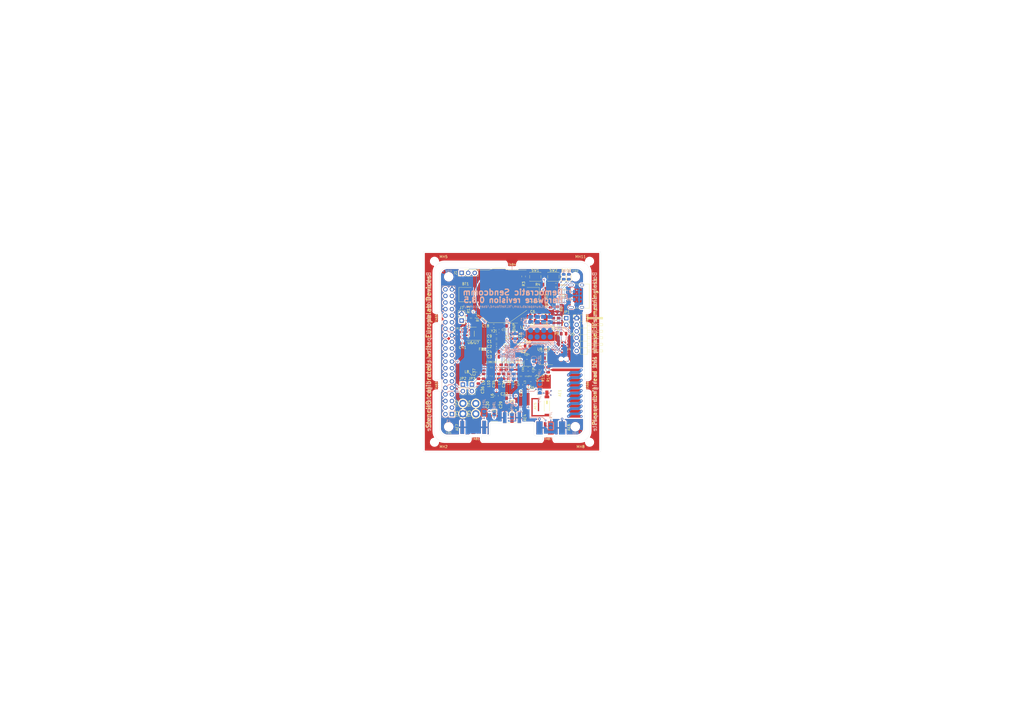
<source format=kicad_pcb>
(kicad_pcb (version 20171130) (host pcbnew 5.1.5+dfsg1-2build2)

  (general
    (thickness 1.6)
    (drawings 102)
    (tracks 825)
    (zones 0)
    (modules 127)
    (nets 135)
  )

  (page A3)
  (title_block
    (title "Democratic Sendcomm")
    (date 2020-10-20)
    (rev 0.8.5)
    (company "Europalab Devices")
    (comment 1 "Copyright © 2020, Europalab Devices")
    (comment 2 "Fulfilling requirements of 20200210")
    (comment 3 "Pending quality assurance testing")
    (comment 4 "Release revision for manufacturing")
  )

  (layers
    (0 F.Cu signal)
    (1 In1.Cu signal)
    (2 In2.Cu signal)
    (31 B.Cu signal)
    (34 B.Paste user)
    (35 F.Paste user)
    (36 B.SilkS user)
    (37 F.SilkS user)
    (38 B.Mask user)
    (39 F.Mask user)
    (40 Dwgs.User user)
    (41 Cmts.User user)
    (44 Edge.Cuts user)
    (45 Margin user)
    (46 B.CrtYd user)
    (47 F.CrtYd user)
    (48 B.Fab user)
    (49 F.Fab user)
  )

  (setup
    (last_trace_width 0.127)
    (user_trace_width 0.1016)
    (user_trace_width 0.127)
    (user_trace_width 0.2)
    (trace_clearance 0.09)
    (zone_clearance 0.508)
    (zone_45_only no)
    (trace_min 0.09)
    (via_size 0.356)
    (via_drill 0.2)
    (via_min_size 0.356)
    (via_min_drill 0.2)
    (user_via 0.45 0.2)
    (user_via 0.6 0.3)
    (uvia_size 0.45)
    (uvia_drill 0.1)
    (uvias_allowed no)
    (uvia_min_size 0.45)
    (uvia_min_drill 0.1)
    (edge_width 0.1)
    (segment_width 0.1)
    (pcb_text_width 0.25)
    (pcb_text_size 1 1)
    (mod_edge_width 0.15)
    (mod_text_size 1 1)
    (mod_text_width 0.15)
    (pad_size 2.5 2.5)
    (pad_drill 2.5)
    (pad_to_mask_clearance 0)
    (aux_axis_origin 0 0)
    (visible_elements 7FFFFFFF)
    (pcbplotparams
      (layerselection 0x313fc_ffffffff)
      (usegerberextensions true)
      (usegerberattributes false)
      (usegerberadvancedattributes false)
      (creategerberjobfile false)
      (excludeedgelayer true)
      (linewidth 0.150000)
      (plotframeref false)
      (viasonmask false)
      (mode 1)
      (useauxorigin false)
      (hpglpennumber 1)
      (hpglpenspeed 20)
      (hpglpendiameter 15.000000)
      (psnegative false)
      (psa4output false)
      (plotreference true)
      (plotvalue true)
      (plotinvisibletext false)
      (padsonsilk false)
      (subtractmaskfromsilk false)
      (outputformat 1)
      (mirror false)
      (drillshape 0)
      (scaleselection 1)
      (outputdirectory "fabsingle"))
  )

  (net 0 "")
  (net 1 GND)
  (net 2 "Net-(AE1-Pad1)")
  (net 3 /Sheet5F53D5B4/RFSWPWR)
  (net 4 "Net-(C8-Pad1)")
  (net 5 /Sheet5F53D5B4/POWAMP)
  (net 6 "Net-(C13-Pad1)")
  (net 7 /Sheet5F53D5B4/HFOUT)
  (net 8 +3V3)
  (net 9 "Net-(C29-Pad1)")
  (net 10 /Sheet5F53D5B4/UART_RX)
  (net 11 /Sheet5F53D5B4/UART_TX)
  (net 12 /Sheet5F53D5B4/HPOUT)
  (net 13 /Sheet5F53D5B4/HFIN)
  (net 14 /Sheet5F53D5B4/BANDSEL)
  (net 15 "Net-(BT1-Pad1)")
  (net 16 /Sheet5F53D5B4/USB_BUS)
  (net 17 "Net-(C33-Pad1)")
  (net 18 "Net-(C34-Pad1)")
  (net 19 /Sheet5F53D5B4/CMDRST)
  (net 20 "Net-(D1-Pad2)")
  (net 21 "Net-(D1-Pad1)")
  (net 22 "Net-(D2-Pad1)")
  (net 23 "Net-(D2-Pad2)")
  (net 24 /Sheet5F53D5B4/USB_P)
  (net 25 /Sheet5F53D5B4/USB_N)
  (net 26 /Sheet60040980/ID_SD)
  (net 27 /Sheet60040980/ID_SC)
  (net 28 /Sheet5F53D5B4/SWDCLK)
  (net 29 "Net-(J3-Pad7)")
  (net 30 "Net-(J3-Pad8)")
  (net 31 "Net-(J4-Pad6)")
  (net 32 /Sheet5F53D5B4/CN_VBAT)
  (net 33 /Sheet5F53D5B4/I2C_SCL)
  (net 34 /Sheet5F53D5B4/I2C_SDA)
  (net 35 "Net-(TP3-Pad1)")
  (net 36 "Net-(TP4-Pad1)")
  (net 37 /Sheet5F53D5B4/XCEIV)
  (net 38 /Sheet5F53D5B4/CRYSTAL_XIN-RESERVED)
  (net 39 /Sheet5F53D5B4/CRYSTAL_XOUT-RESERVED)
  (net 40 "Net-(AE5-Pad2)")
  (net 41 "Net-(C1-Pad1)")
  (net 42 "Net-(C7-Pad1)")
  (net 43 "Net-(C14-Pad1)")
  (net 44 "Net-(C17-Pad1)")
  (net 45 "Net-(C18-Pad2)")
  (net 46 "Net-(C19-Pad2)")
  (net 47 "Net-(C23-Pad2)")
  (net 48 "Net-(C23-Pad1)")
  (net 49 "Net-(C24-Pad1)")
  (net 50 "Net-(C24-Pad2)")
  (net 51 "Net-(C29-Pad2)")
  (net 52 "Net-(C33-Pad2)")
  (net 53 "Net-(C35-Pad2)")
  (net 54 "Net-(C40-Pad1)")
  (net 55 "Net-(J2-PadB5)")
  (net 56 "Net-(J2-PadA8)")
  (net 57 "Net-(J2-PadA5)")
  (net 58 "Net-(J2-PadB8)")
  (net 59 "Net-(J2-PadA4)")
  (net 60 "Net-(J3-Pad2)")
  (net 61 "Net-(J3-Pad3)")
  (net 62 "Net-(J3-Pad4)")
  (net 63 "Net-(J3-Pad5)")
  (net 64 "Net-(J3-Pad10)")
  (net 65 "Net-(J3-Pad11)")
  (net 66 "Net-(J3-Pad12)")
  (net 67 "Net-(J3-Pad13)")
  (net 68 "Net-(J3-Pad15)")
  (net 69 "Net-(J3-Pad16)")
  (net 70 "Net-(J3-Pad18)")
  (net 71 "Net-(J3-Pad19)")
  (net 72 "Net-(J3-Pad21)")
  (net 73 "Net-(J3-Pad22)")
  (net 74 "Net-(J3-Pad23)")
  (net 75 "Net-(J3-Pad24)")
  (net 76 "Net-(J3-Pad26)")
  (net 77 "Net-(J3-Pad29)")
  (net 78 "Net-(J3-Pad31)")
  (net 79 "Net-(J3-Pad32)")
  (net 80 "Net-(J3-Pad33)")
  (net 81 "Net-(J3-Pad35)")
  (net 82 "Net-(J3-Pad36)")
  (net 83 "Net-(J3-Pad37)")
  (net 84 "Net-(J3-Pad38)")
  (net 85 "Net-(J3-Pad40)")
  (net 86 "Net-(J4-Pad7)")
  (net 87 "Net-(J4-Pad8)")
  (net 88 "Net-(J5-Pad2)")
  (net 89 "Net-(J5-Pad3)")
  (net 90 "Net-(J5-Pad6)")
  (net 91 "Net-(J6-Pad1)")
  (net 92 "Net-(L1-Pad2)")
  (net 93 "Net-(R3-Pad1)")
  (net 94 "Net-(R4-Pad1)")
  (net 95 "Net-(R4-Pad2)")
  (net 96 "Net-(U2-Pad5)")
  (net 97 "Net-(U3-PadG1)")
  (net 98 "Net-(U3-PadH1)")
  (net 99 "Net-(U3-PadE3)")
  (net 100 "Net-(U3-PadB4)")
  (net 101 "Net-(U3-PadE4)")
  (net 102 "Net-(U3-PadF4)")
  (net 103 "Net-(U3-PadE5)")
  (net 104 "Net-(U3-PadC7)")
  (net 105 "Net-(U3-PadD7)")
  (net 106 "Net-(U3-PadD8)")
  (net 107 "Net-(U5-Pad3)")
  (net 108 "Net-(U5-Pad4)")
  (net 109 "Net-(U8-Pad7)")
  (net 110 "Net-(U8-Pad3)")
  (net 111 "Net-(U8-Pad2)")
  (net 112 "Net-(U8-Pad1)")
  (net 113 "Net-(U9-Pad1)")
  (net 114 "Net-(U9-Pad2)")
  (net 115 "Net-(U9-Pad3)")
  (net 116 "Net-(U9-Pad7)")
  (net 117 /Sheet5F53D5B4/SWDIO)
  (net 118 "Net-(AE2-Pad1)")
  (net 119 "Net-(AE4-Pad1)")
  (net 120 "Net-(AE5-Pad1)")
  (net 121 "Net-(AE6-Pad1)")
  (net 122 "Net-(AE7-Pad1)")
  (net 123 "Net-(JP10-Pad1)")
  (net 124 "Net-(J6-Pad2)")
  (net 125 "Net-(J6-Pad3)")
  (net 126 "Net-(J6-Pad4)")
  (net 127 "Net-(J6-Pad5)")
  (net 128 "Net-(J6-Pad6)")
  (net 129 "Net-(J6-Pad7)")
  (net 130 "Net-(J6-Pad8)")
  (net 131 "Net-(J7-Pad1)")
  (net 132 "Net-(C94-Pad1)")
  (net 133 "Net-(C95-Pad1)")
  (net 134 "Net-(JP26-Pad1)")

  (net_class Default "This is the default net class."
    (clearance 0.09)
    (trace_width 0.09)
    (via_dia 0.356)
    (via_drill 0.2)
    (uvia_dia 0.45)
    (uvia_drill 0.1)
    (add_net +3V3)
    (add_net /Sheet5F53D5B4/BANDSEL)
    (add_net /Sheet5F53D5B4/CMDRST)
    (add_net /Sheet5F53D5B4/CN_VBAT)
    (add_net /Sheet5F53D5B4/CRYSTAL_XIN-RESERVED)
    (add_net /Sheet5F53D5B4/CRYSTAL_XOUT-RESERVED)
    (add_net /Sheet5F53D5B4/HFIN)
    (add_net /Sheet5F53D5B4/HFOUT)
    (add_net /Sheet5F53D5B4/HPOUT)
    (add_net /Sheet5F53D5B4/I2C_SCL)
    (add_net /Sheet5F53D5B4/I2C_SDA)
    (add_net /Sheet5F53D5B4/POWAMP)
    (add_net /Sheet5F53D5B4/RFSWPWR)
    (add_net /Sheet5F53D5B4/SWDCLK)
    (add_net /Sheet5F53D5B4/SWDIO)
    (add_net /Sheet5F53D5B4/UART_RX)
    (add_net /Sheet5F53D5B4/UART_TX)
    (add_net /Sheet5F53D5B4/USB_BUS)
    (add_net /Sheet5F53D5B4/USB_N)
    (add_net /Sheet5F53D5B4/USB_P)
    (add_net /Sheet5F53D5B4/XCEIV)
    (add_net /Sheet60040980/ID_SC)
    (add_net /Sheet60040980/ID_SD)
    (add_net GND)
    (add_net "Net-(AE1-Pad1)")
    (add_net "Net-(AE2-Pad1)")
    (add_net "Net-(AE4-Pad1)")
    (add_net "Net-(AE5-Pad1)")
    (add_net "Net-(AE5-Pad2)")
    (add_net "Net-(AE6-Pad1)")
    (add_net "Net-(AE7-Pad1)")
    (add_net "Net-(BT1-Pad1)")
    (add_net "Net-(C1-Pad1)")
    (add_net "Net-(C13-Pad1)")
    (add_net "Net-(C14-Pad1)")
    (add_net "Net-(C17-Pad1)")
    (add_net "Net-(C18-Pad2)")
    (add_net "Net-(C19-Pad2)")
    (add_net "Net-(C23-Pad1)")
    (add_net "Net-(C23-Pad2)")
    (add_net "Net-(C24-Pad1)")
    (add_net "Net-(C24-Pad2)")
    (add_net "Net-(C29-Pad1)")
    (add_net "Net-(C29-Pad2)")
    (add_net "Net-(C33-Pad1)")
    (add_net "Net-(C33-Pad2)")
    (add_net "Net-(C34-Pad1)")
    (add_net "Net-(C35-Pad2)")
    (add_net "Net-(C40-Pad1)")
    (add_net "Net-(C7-Pad1)")
    (add_net "Net-(C8-Pad1)")
    (add_net "Net-(C94-Pad1)")
    (add_net "Net-(C95-Pad1)")
    (add_net "Net-(D1-Pad1)")
    (add_net "Net-(D1-Pad2)")
    (add_net "Net-(D2-Pad1)")
    (add_net "Net-(D2-Pad2)")
    (add_net "Net-(J2-PadA4)")
    (add_net "Net-(J2-PadA5)")
    (add_net "Net-(J2-PadA8)")
    (add_net "Net-(J2-PadB5)")
    (add_net "Net-(J2-PadB8)")
    (add_net "Net-(J3-Pad10)")
    (add_net "Net-(J3-Pad11)")
    (add_net "Net-(J3-Pad12)")
    (add_net "Net-(J3-Pad13)")
    (add_net "Net-(J3-Pad15)")
    (add_net "Net-(J3-Pad16)")
    (add_net "Net-(J3-Pad18)")
    (add_net "Net-(J3-Pad19)")
    (add_net "Net-(J3-Pad2)")
    (add_net "Net-(J3-Pad21)")
    (add_net "Net-(J3-Pad22)")
    (add_net "Net-(J3-Pad23)")
    (add_net "Net-(J3-Pad24)")
    (add_net "Net-(J3-Pad26)")
    (add_net "Net-(J3-Pad29)")
    (add_net "Net-(J3-Pad3)")
    (add_net "Net-(J3-Pad31)")
    (add_net "Net-(J3-Pad32)")
    (add_net "Net-(J3-Pad33)")
    (add_net "Net-(J3-Pad35)")
    (add_net "Net-(J3-Pad36)")
    (add_net "Net-(J3-Pad37)")
    (add_net "Net-(J3-Pad38)")
    (add_net "Net-(J3-Pad4)")
    (add_net "Net-(J3-Pad40)")
    (add_net "Net-(J3-Pad5)")
    (add_net "Net-(J3-Pad7)")
    (add_net "Net-(J3-Pad8)")
    (add_net "Net-(J4-Pad6)")
    (add_net "Net-(J4-Pad7)")
    (add_net "Net-(J4-Pad8)")
    (add_net "Net-(J5-Pad2)")
    (add_net "Net-(J5-Pad3)")
    (add_net "Net-(J5-Pad6)")
    (add_net "Net-(J6-Pad1)")
    (add_net "Net-(J6-Pad2)")
    (add_net "Net-(J6-Pad3)")
    (add_net "Net-(J6-Pad4)")
    (add_net "Net-(J6-Pad5)")
    (add_net "Net-(J6-Pad6)")
    (add_net "Net-(J6-Pad7)")
    (add_net "Net-(J6-Pad8)")
    (add_net "Net-(J7-Pad1)")
    (add_net "Net-(JP10-Pad1)")
    (add_net "Net-(JP26-Pad1)")
    (add_net "Net-(L1-Pad2)")
    (add_net "Net-(R3-Pad1)")
    (add_net "Net-(R4-Pad1)")
    (add_net "Net-(R4-Pad2)")
    (add_net "Net-(TP3-Pad1)")
    (add_net "Net-(TP4-Pad1)")
    (add_net "Net-(U2-Pad5)")
    (add_net "Net-(U3-PadB4)")
    (add_net "Net-(U3-PadC7)")
    (add_net "Net-(U3-PadD7)")
    (add_net "Net-(U3-PadD8)")
    (add_net "Net-(U3-PadE3)")
    (add_net "Net-(U3-PadE4)")
    (add_net "Net-(U3-PadE5)")
    (add_net "Net-(U3-PadF4)")
    (add_net "Net-(U3-PadG1)")
    (add_net "Net-(U3-PadH1)")
    (add_net "Net-(U5-Pad3)")
    (add_net "Net-(U5-Pad4)")
    (add_net "Net-(U8-Pad1)")
    (add_net "Net-(U8-Pad2)")
    (add_net "Net-(U8-Pad3)")
    (add_net "Net-(U8-Pad7)")
    (add_net "Net-(U9-Pad1)")
    (add_net "Net-(U9-Pad2)")
    (add_net "Net-(U9-Pad3)")
    (add_net "Net-(U9-Pad7)")
  )

  (net_class Power ""
    (clearance 0.2)
    (trace_width 0.5)
    (via_dia 1)
    (via_drill 0.7)
    (uvia_dia 0.5)
    (uvia_drill 0.1)
  )

  (module Elabdev:TFBGA-64_8x8_6.0x6.0mm_P0.65mm (layer F.Cu) (tedit 5F6BA77A) (tstamp 5F68786E)
    (at 210 148)
    (path /5F53D5B5/6052EF69)
    (solder_mask_margin 0.025)
    (clearance 0.0508)
    (attr smd)
    (fp_text reference U3 (at 4.25 0) (layer F.SilkS)
      (effects (font (size 1 1) (thickness 0.15)))
    )
    (fp_text value ATSAMR34 (at 0 4) (layer F.Fab)
      (effects (font (size 1 1) (thickness 0.15)))
    )
    (fp_line (start -2 -3) (end -3 -2) (layer F.Fab) (width 0.1))
    (fp_line (start -3 -2) (end -3 3) (layer F.Fab) (width 0.1))
    (fp_line (start -3 3) (end 3 3) (layer F.Fab) (width 0.1))
    (fp_line (start 3 3) (end 3 -3) (layer F.Fab) (width 0.1))
    (fp_line (start 3 -3) (end -2 -3) (layer F.Fab) (width 0.1))
    (fp_line (start 1.62 -3.12) (end 3.12 -3.12) (layer F.SilkS) (width 0.12))
    (fp_line (start 3.12 -3.12) (end 3.12 -1.62) (layer F.SilkS) (width 0.12))
    (fp_line (start 1.62 -3.12) (end 3.12 -3.12) (layer F.SilkS) (width 0.12))
    (fp_line (start 3.12 -3.12) (end 3.12 -1.62) (layer F.SilkS) (width 0.12))
    (fp_line (start 1.62 3.12) (end 3.12 3.12) (layer F.SilkS) (width 0.12))
    (fp_line (start 3.12 3.12) (end 3.12 1.62) (layer F.SilkS) (width 0.12))
    (fp_line (start 1.62 -3.12) (end 3.12 -3.12) (layer F.SilkS) (width 0.12))
    (fp_line (start 3.12 -3.12) (end 3.12 -1.62) (layer F.SilkS) (width 0.12))
    (fp_line (start -1.62 3.12) (end -3.12 3.12) (layer F.SilkS) (width 0.12))
    (fp_line (start -3.12 3.12) (end -3.12 1.62) (layer F.SilkS) (width 0.12))
    (fp_line (start -1.62 -3.12) (end -2 -3.12) (layer F.SilkS) (width 0.12))
    (fp_line (start -2 -3.12) (end -3.12 -2) (layer F.SilkS) (width 0.12))
    (fp_line (start -3.12 -2) (end -3.12 -1.62) (layer F.SilkS) (width 0.12))
    (fp_circle (center -3 -3) (end -3 -2.9) (layer F.SilkS) (width 0.2))
    (fp_line (start -4 -4) (end 4 -4) (layer F.CrtYd) (width 0.05))
    (fp_line (start 4 -4) (end 4 4) (layer F.CrtYd) (width 0.05))
    (fp_line (start 4 4) (end -4 4) (layer F.CrtYd) (width 0.05))
    (fp_line (start -4 4) (end -4 -4) (layer F.CrtYd) (width 0.05))
    (pad A1 smd circle (at -2.275 -2.275) (size 0.32 0.32) (layers F.Cu F.Paste F.Mask)
      (net 13 /Sheet5F53D5B4/HFIN))
    (pad B1 smd circle (at -2.275 -1.625) (size 0.32 0.32) (layers F.Cu F.Paste F.Mask)
      (net 7 /Sheet5F53D5B4/HFOUT))
    (pad C1 smd circle (at -2.275 -0.975) (size 0.32 0.32) (layers F.Cu F.Paste F.Mask)
      (net 41 "Net-(C1-Pad1)"))
    (pad D1 smd circle (at -2.275 -0.325) (size 0.32 0.32) (layers F.Cu F.Paste F.Mask)
      (net 5 /Sheet5F53D5B4/POWAMP))
    (pad E1 smd circle (at -2.275 0.325) (size 0.32 0.32) (layers F.Cu F.Paste F.Mask)
      (net 1 GND))
    (pad F1 smd circle (at -2.275 0.975) (size 0.32 0.32) (layers F.Cu F.Paste F.Mask)
      (net 12 /Sheet5F53D5B4/HPOUT))
    (pad G1 smd circle (at -2.275 1.625) (size 0.32 0.32) (layers F.Cu F.Paste F.Mask)
      (net 97 "Net-(U3-PadG1)"))
    (pad H1 smd circle (at -2.275 2.275) (size 0.32 0.32) (layers F.Cu F.Paste F.Mask)
      (net 98 "Net-(U3-PadH1)"))
    (pad A2 smd circle (at -1.625 -2.275) (size 0.32 0.32) (layers F.Cu F.Paste F.Mask)
      (net 1 GND))
    (pad B2 smd circle (at -1.625 -1.625) (size 0.32 0.32) (layers F.Cu F.Paste F.Mask)
      (net 1 GND))
    (pad C2 smd circle (at -1.625 -0.975) (size 0.32 0.32) (layers F.Cu F.Paste F.Mask)
      (net 41 "Net-(C1-Pad1)"))
    (pad D2 smd circle (at -1.625 -0.325) (size 0.32 0.32) (layers F.Cu F.Paste F.Mask)
      (net 37 /Sheet5F53D5B4/XCEIV))
    (pad E2 smd circle (at -1.625 0.325) (size 0.32 0.32) (layers F.Cu F.Paste F.Mask)
      (net 1 GND))
    (pad F2 smd circle (at -1.625 0.975) (size 0.32 0.32) (layers F.Cu F.Paste F.Mask)
      (net 1 GND))
    (pad G2 smd circle (at -1.625 1.625) (size 0.32 0.32) (layers F.Cu F.Paste F.Mask)
      (net 1 GND))
    (pad H2 smd circle (at -1.625 2.275) (size 0.32 0.32) (layers F.Cu F.Paste F.Mask)
      (net 43 "Net-(C14-Pad1)"))
    (pad A3 smd circle (at -0.975 -2.275) (size 0.32 0.32) (layers F.Cu F.Paste F.Mask)
      (net 45 "Net-(C18-Pad2)"))
    (pad B3 smd circle (at -0.975 -1.625) (size 0.32 0.32) (layers F.Cu F.Paste F.Mask)
      (net 1 GND))
    (pad C3 smd circle (at -0.975 -0.975) (size 0.32 0.32) (layers F.Cu F.Paste F.Mask)
      (net 32 /Sheet5F53D5B4/CN_VBAT))
    (pad D3 smd circle (at -0.975 -0.325) (size 0.32 0.32) (layers F.Cu F.Paste F.Mask)
      (net 11 /Sheet5F53D5B4/UART_TX))
    (pad E3 smd circle (at -0.975 0.325) (size 0.32 0.32) (layers F.Cu F.Paste F.Mask)
      (net 99 "Net-(U3-PadE3)"))
    (pad F3 smd circle (at -0.975 0.975) (size 0.32 0.32) (layers F.Cu F.Paste F.Mask)
      (net 16 /Sheet5F53D5B4/USB_BUS))
    (pad G3 smd circle (at -0.975 1.625) (size 0.32 0.32) (layers F.Cu F.Paste F.Mask)
      (net 1 GND))
    (pad H3 smd circle (at -0.975 2.275) (size 0.32 0.32) (layers F.Cu F.Paste F.Mask)
      (net 41 "Net-(C1-Pad1)"))
    (pad A4 smd circle (at -0.325 -2.275) (size 0.32 0.32) (layers F.Cu F.Paste F.Mask)
      (net 46 "Net-(C19-Pad2)"))
    (pad B4 smd circle (at -0.325 -1.625) (size 0.32 0.32) (layers F.Cu F.Paste F.Mask)
      (net 100 "Net-(U3-PadB4)"))
    (pad C4 smd circle (at -0.325 -0.975) (size 0.32 0.32) (layers F.Cu F.Paste F.Mask)
      (net 10 /Sheet5F53D5B4/UART_RX))
    (pad D4 smd circle (at -0.325 -0.325) (size 0.32 0.32) (layers F.Cu F.Paste F.Mask)
      (net 1 GND))
    (pad E4 smd circle (at -0.325 0.325) (size 0.32 0.32) (layers F.Cu F.Paste F.Mask)
      (net 101 "Net-(U3-PadE4)"))
    (pad F4 smd circle (at -0.325 0.975) (size 0.32 0.32) (layers F.Cu F.Paste F.Mask)
      (net 102 "Net-(U3-PadF4)"))
    (pad G4 smd circle (at -0.325 1.625) (size 0.32 0.32) (layers F.Cu F.Paste F.Mask)
      (net 8 +3V3))
    (pad H4 smd circle (at -0.325 2.275) (size 0.32 0.32) (layers F.Cu F.Paste F.Mask)
      (net 6 "Net-(C13-Pad1)"))
    (pad A5 smd circle (at 0.325 -2.275) (size 0.32 0.32) (layers F.Cu F.Paste F.Mask)
      (net 44 "Net-(C17-Pad1)"))
    (pad B5 smd circle (at 0.325 -1.625) (size 0.32 0.32) (layers F.Cu F.Paste F.Mask)
      (net 1 GND))
    (pad C5 smd circle (at 0.325 -0.975) (size 0.32 0.32) (layers F.Cu F.Paste F.Mask)
      (net 28 /Sheet5F53D5B4/SWDCLK))
    (pad D5 smd circle (at 0.325 -0.325) (size 0.32 0.32) (layers F.Cu F.Paste F.Mask)
      (net 117 /Sheet5F53D5B4/SWDIO))
    (pad E5 smd circle (at 0.325 0.325) (size 0.32 0.32) (layers F.Cu F.Paste F.Mask)
      (net 103 "Net-(U3-PadE5)"))
    (pad F5 smd circle (at 0.325 0.975) (size 0.32 0.32) (layers F.Cu F.Paste F.Mask)
      (net 3 /Sheet5F53D5B4/RFSWPWR))
    (pad G5 smd circle (at 0.325 1.625) (size 0.32 0.32) (layers F.Cu F.Paste F.Mask)
      (net 1 GND))
    (pad H5 smd circle (at 0.325 2.275) (size 0.32 0.32) (layers F.Cu F.Paste F.Mask)
      (net 1 GND))
    (pad A6 smd circle (at 0.975 -2.275) (size 0.32 0.32) (layers F.Cu F.Paste F.Mask)
      (net 92 "Net-(L1-Pad2)"))
    (pad B6 smd circle (at 0.975 -1.625) (size 0.32 0.32) (layers F.Cu F.Paste F.Mask)
      (net 19 /Sheet5F53D5B4/CMDRST))
    (pad C6 smd circle (at 0.975 -0.975) (size 0.32 0.32) (layers F.Cu F.Paste F.Mask)
      (net 94 "Net-(R4-Pad1)"))
    (pad D6 smd circle (at 0.975 -0.325) (size 0.32 0.32) (layers F.Cu F.Paste F.Mask)
      (net 1 GND))
    (pad E6 smd circle (at 0.975 0.325) (size 0.32 0.32) (layers F.Cu F.Paste F.Mask)
      (net 33 /Sheet5F53D5B4/I2C_SCL))
    (pad F6 smd circle (at 0.975 0.975) (size 0.32 0.32) (layers F.Cu F.Paste F.Mask)
      (net 14 /Sheet5F53D5B4/BANDSEL))
    (pad G6 smd circle (at 0.975 1.625) (size 0.32 0.32) (layers F.Cu F.Paste F.Mask)
      (net 1 GND))
    (pad H6 smd circle (at 0.975 2.275) (size 0.32 0.32) (layers F.Cu F.Paste F.Mask)
      (net 132 "Net-(C94-Pad1)"))
    (pad A7 smd circle (at 1.625 -2.275) (size 0.32 0.32) (layers F.Cu F.Paste F.Mask)
      (net 8 +3V3))
    (pad B7 smd circle (at 1.625 -1.625) (size 0.32 0.32) (layers F.Cu F.Paste F.Mask)
      (net 1 GND))
    (pad C7 smd circle (at 1.625 -0.975) (size 0.32 0.32) (layers F.Cu F.Paste F.Mask)
      (net 104 "Net-(U3-PadC7)"))
    (pad D7 smd circle (at 1.625 -0.325) (size 0.32 0.32) (layers F.Cu F.Paste F.Mask)
      (net 105 "Net-(U3-PadD7)"))
    (pad E7 smd circle (at 1.625 0.325) (size 0.32 0.32) (layers F.Cu F.Paste F.Mask)
      (net 21 "Net-(D1-Pad1)"))
    (pad F7 smd circle (at 1.625 0.975) (size 0.32 0.32) (layers F.Cu F.Paste F.Mask)
      (net 34 /Sheet5F53D5B4/I2C_SDA))
    (pad G7 smd circle (at 1.625 1.625) (size 0.32 0.32) (layers F.Cu F.Paste F.Mask)
      (net 1 GND))
    (pad H7 smd circle (at 1.625 2.275) (size 0.32 0.32) (layers F.Cu F.Paste F.Mask)
      (net 133 "Net-(C95-Pad1)"))
    (pad A8 smd circle (at 2.275 -2.275) (size 0.32 0.32) (layers F.Cu F.Paste F.Mask)
      (net 8 +3V3))
    (pad B8 smd circle (at 2.275 -1.625) (size 0.32 0.32) (layers F.Cu F.Paste F.Mask)
      (net 25 /Sheet5F53D5B4/USB_N))
    (pad C8 smd circle (at 2.275 -0.975) (size 0.32 0.32) (layers F.Cu F.Paste F.Mask)
      (net 24 /Sheet5F53D5B4/USB_P))
    (pad D8 smd circle (at 2.275 -0.325) (size 0.32 0.32) (layers F.Cu F.Paste F.Mask)
      (net 106 "Net-(U3-PadD8)"))
    (pad E8 smd circle (at 2.275 0.325) (size 0.32 0.32) (layers F.Cu F.Paste F.Mask)
      (net 22 "Net-(D2-Pad1)"))
    (pad F8 smd circle (at 2.275 0.975) (size 0.32 0.32) (layers F.Cu F.Paste F.Mask)
      (net 38 /Sheet5F53D5B4/CRYSTAL_XIN-RESERVED))
    (pad G8 smd circle (at 2.275 1.625) (size 0.32 0.32) (layers F.Cu F.Paste F.Mask)
      (net 39 /Sheet5F53D5B4/CRYSTAL_XOUT-RESERVED))
    (pad H8 smd circle (at 2.275 2.275) (size 0.32 0.32) (layers F.Cu F.Paste F.Mask)
      (net 8 +3V3))
    (model ${KISYS3DMOD}/Package_BGA.3dshapes/TFBGA-64_5x5mm_Layout8x8_P0.5mm.wrl
      (at (xyz 0 0 0))
      (scale (xyz 1.2 1.2 1.2))
      (rotate (xyz 0 0 0))
    )
  )

  (module Inductor_SMD:L_0603_1608Metric (layer F.Cu) (tedit 5B301BBE) (tstamp 5F687507)
    (at 201 157.35 270)
    (descr "Inductor SMD 0603 (1608 Metric), square (rectangular) end terminal, IPC_7351 nominal, (Body size source: http://www.tortai-tech.com/upload/download/2011102023233369053.pdf), generated with kicad-footprint-generator")
    (tags inductor)
    (path /5F5C0728/5F5D6DC7)
    (attr smd)
    (fp_text reference L10 (at 3 0 90) (layer F.SilkS)
      (effects (font (size 1 1) (thickness 0.15)))
    )
    (fp_text value 11nH (at 0 1.65 90) (layer F.Fab)
      (effects (font (size 1 1) (thickness 0.15)))
    )
    (fp_text user %R (at 0 0 90) (layer F.Fab)
      (effects (font (size 0.5 0.5) (thickness 0.08)))
    )
    (fp_line (start 1.48 0.73) (end -1.48 0.73) (layer F.CrtYd) (width 0.05))
    (fp_line (start 1.48 -0.73) (end 1.48 0.73) (layer F.CrtYd) (width 0.05))
    (fp_line (start -1.48 -0.73) (end 1.48 -0.73) (layer F.CrtYd) (width 0.05))
    (fp_line (start -1.48 0.73) (end -1.48 -0.73) (layer F.CrtYd) (width 0.05))
    (fp_line (start -0.162779 0.51) (end 0.162779 0.51) (layer F.SilkS) (width 0.12))
    (fp_line (start -0.162779 -0.51) (end 0.162779 -0.51) (layer F.SilkS) (width 0.12))
    (fp_line (start 0.8 0.4) (end -0.8 0.4) (layer F.Fab) (width 0.1))
    (fp_line (start 0.8 -0.4) (end 0.8 0.4) (layer F.Fab) (width 0.1))
    (fp_line (start -0.8 -0.4) (end 0.8 -0.4) (layer F.Fab) (width 0.1))
    (fp_line (start -0.8 0.4) (end -0.8 -0.4) (layer F.Fab) (width 0.1))
    (pad 2 smd roundrect (at 0.7875 0 270) (size 0.875 0.95) (layers F.Cu F.Paste F.Mask) (roundrect_rratio 0.25)
      (net 53 "Net-(C35-Pad2)"))
    (pad 1 smd roundrect (at -0.7875 0 270) (size 0.875 0.95) (layers F.Cu F.Paste F.Mask) (roundrect_rratio 0.25)
      (net 18 "Net-(C34-Pad1)"))
    (model ${KISYS3DMOD}/Inductor_SMD.3dshapes/L_0603_1608Metric.wrl
      (at (xyz 0 0 0))
      (scale (xyz 1 1 1))
      (rotate (xyz 0 0 0))
    )
  )

  (module Elabdev:L_Murata_LQH3NPN (layer F.Cu) (tedit 5FADCCA6) (tstamp 5F68751C)
    (at 210.75 138.5)
    (descr https://www.murata.com/~/media/webrenewal/products/inductor/chip/tokoproducts/wirewoundferritetypeforpl/m_dem3518c.ashx)
    (tags "Inductor SMD DEM35xxC")
    (path /5F53D5B5/5F643B51)
    (attr smd)
    (fp_text reference L1 (at 3.25 0) (layer F.SilkS)
      (effects (font (size 1 1) (thickness 0.15)))
    )
    (fp_text value LQH3NPN100MJRL (at 0 3.024) (layer F.Fab)
      (effects (font (size 1 1) (thickness 0.15)))
    )
    (fp_line (start -1.75 -1.6) (end -1.75 1.6) (layer F.CrtYd) (width 0.05))
    (fp_line (start -1.75 1.6) (end 1.75 1.6) (layer F.CrtYd) (width 0.05))
    (fp_line (start 1.75 1.6) (end 1.75 -1.6) (layer F.CrtYd) (width 0.05))
    (fp_line (start 1.75 -1.6) (end -1.75 -1.6) (layer F.CrtYd) (width 0.05))
    (fp_line (start -1.5 -1.35) (end 1.5 -1.35) (layer F.Fab) (width 0.1))
    (fp_line (start 1.5 -1.35) (end 1.5 1.35) (layer F.Fab) (width 0.1))
    (fp_line (start 1.5 1.35) (end -1.5 1.35) (layer F.Fab) (width 0.1))
    (fp_line (start -1.5 1.35) (end -1.5 -1.35) (layer F.Fab) (width 0.1))
    (fp_line (start -1.5 -1.6) (end 1.5 -1.6) (layer F.SilkS) (width 0.12))
    (fp_line (start -1.5 1.6) (end 1.5 1.6) (layer F.SilkS) (width 0.12))
    (fp_text user %R (at 0 0) (layer F.Fab)
      (effects (font (size 0.7 0.7) (thickness 0.105)))
    )
    (pad 1 smd rect (at -1.1 0) (size 0.8 2.7) (layers F.Cu F.Paste F.Mask)
      (net 44 "Net-(C17-Pad1)"))
    (pad 2 smd rect (at 1.1 0) (size 0.8 2.7) (layers F.Cu F.Paste F.Mask)
      (net 92 "Net-(L1-Pad2)"))
    (model ${KISYS3DMOD}/Inductor_SMD.3dshapes/L_Murata_DEM35xxC.wrl
      (at (xyz 0 0 0))
      (scale (xyz 1 1 1))
      (rotate (xyz 0 0 0))
    )
  )

  (module Elabdev:Panel_Mousetab_25mm_Single (layer F.Cu) (tedit 5CD9E502) (tstamp 5F680FEC)
    (at 224 181.75 90)
    (path /5CD9EB0D)
    (fp_text reference TAB7 (at 0 0) (layer F.SilkS)
      (effects (font (size 0.8 0.8) (thickness 0.13)))
    )
    (fp_text value Pantab (at 0 3.5 90) (layer F.Fab)
      (effects (font (size 1 1) (thickness 0.15)))
    )
    (fp_line (start 1.25 -2.2) (end 1.25 2.2) (layer F.Fab) (width 0.15))
    (fp_line (start -1.25 -2.2) (end -1.25 2.2) (layer F.Fab) (width 0.15))
    (fp_line (start 2.1 -2.6) (end 2.1 2.6) (layer F.CrtYd) (width 0.15))
    (fp_line (start 2.1 2.6) (end -2.1 2.6) (layer F.CrtYd) (width 0.15))
    (fp_line (start -2.1 2.6) (end -2.1 -2.6) (layer F.CrtYd) (width 0.15))
    (fp_line (start -2.1 -2.6) (end 2.1 -2.6) (layer F.CrtYd) (width 0.15))
    (pad "" np_thru_hole circle (at 1.35 2 90) (size 0.5 0.5) (drill 0.5) (layers *.Cu))
    (pad "" np_thru_hole circle (at 1.35 1.2 90) (size 0.5 0.5) (drill 0.5) (layers *.Cu))
    (pad "" np_thru_hole circle (at 1.35 0.4 90) (size 0.5 0.5) (drill 0.5) (layers *.Cu))
    (pad "" np_thru_hole circle (at 1.35 -0.4 90) (size 0.5 0.5) (drill 0.5) (layers *.Cu))
    (pad "" np_thru_hole circle (at 1.35 -1.2 90) (size 0.5 0.5) (drill 0.5) (layers *.Cu))
    (pad "" np_thru_hole circle (at 1.35 -2 90) (size 0.5 0.5) (drill 0.5) (layers *.Cu))
  )

  (module Elabdev:Panel_Mousetab_25mm_Single (layer F.Cu) (tedit 5CD9E59A) (tstamp 5F4C0A71)
    (at 210 114.25 270)
    (path /5CD5C3A7)
    (fp_text reference TAB4 (at 0 0 180) (layer F.SilkS)
      (effects (font (size 0.8 0.8) (thickness 0.13)))
    )
    (fp_text value Pantab (at 0 -3.5 270) (layer F.Fab)
      (effects (font (size 1 1) (thickness 0.15)))
    )
    (fp_line (start 1.25 -2.2) (end 1.25 2.2) (layer F.Fab) (width 0.15))
    (fp_line (start -1.25 -2.2) (end -1.25 2.2) (layer F.Fab) (width 0.15))
    (fp_line (start 2.1 -2.6) (end 2.1 2.6) (layer F.CrtYd) (width 0.15))
    (fp_line (start 2.1 2.6) (end -2.1 2.6) (layer F.CrtYd) (width 0.15))
    (fp_line (start -2.1 2.6) (end -2.1 -2.6) (layer F.CrtYd) (width 0.15))
    (fp_line (start -2.1 -2.6) (end 2.1 -2.6) (layer F.CrtYd) (width 0.15))
    (pad "" np_thru_hole circle (at 1.35 2 270) (size 0.5 0.5) (drill 0.5) (layers *.Cu))
    (pad "" np_thru_hole circle (at 1.35 1.2 270) (size 0.5 0.5) (drill 0.5) (layers *.Cu))
    (pad "" np_thru_hole circle (at 1.35 0.4 270) (size 0.5 0.5) (drill 0.5) (layers *.Cu))
    (pad "" np_thru_hole circle (at 1.35 -0.4 270) (size 0.5 0.5) (drill 0.5) (layers *.Cu))
    (pad "" np_thru_hole circle (at 1.35 -1.2 270) (size 0.5 0.5) (drill 0.5) (layers *.Cu))
    (pad "" np_thru_hole circle (at 1.35 -2 270) (size 0.5 0.5) (drill 0.5) (layers *.Cu))
  )

  (module Elabdev:Panel_Mousetab_25mm_Single (layer F.Cu) (tedit 5CD9E502) (tstamp 5CE1C45C)
    (at 196 181.75 90)
    (path /5CD9EB0D)
    (fp_text reference TAB1 (at 0 0) (layer F.SilkS)
      (effects (font (size 0.8 0.8) (thickness 0.13)))
    )
    (fp_text value Pantab (at 0 3.5 90) (layer F.Fab)
      (effects (font (size 1 1) (thickness 0.15)))
    )
    (fp_line (start -2.1 -2.6) (end 2.1 -2.6) (layer F.CrtYd) (width 0.15))
    (fp_line (start -2.1 2.6) (end -2.1 -2.6) (layer F.CrtYd) (width 0.15))
    (fp_line (start 2.1 2.6) (end -2.1 2.6) (layer F.CrtYd) (width 0.15))
    (fp_line (start 2.1 -2.6) (end 2.1 2.6) (layer F.CrtYd) (width 0.15))
    (fp_line (start -1.25 -2.2) (end -1.25 2.2) (layer F.Fab) (width 0.15))
    (fp_line (start 1.25 -2.2) (end 1.25 2.2) (layer F.Fab) (width 0.15))
    (pad "" np_thru_hole circle (at 1.35 -2 90) (size 0.5 0.5) (drill 0.5) (layers *.Cu))
    (pad "" np_thru_hole circle (at 1.35 -1.2 90) (size 0.5 0.5) (drill 0.5) (layers *.Cu))
    (pad "" np_thru_hole circle (at 1.35 -0.4 90) (size 0.5 0.5) (drill 0.5) (layers *.Cu))
    (pad "" np_thru_hole circle (at 1.35 0.4 90) (size 0.5 0.5) (drill 0.5) (layers *.Cu))
    (pad "" np_thru_hole circle (at 1.35 1.2 90) (size 0.5 0.5) (drill 0.5) (layers *.Cu))
    (pad "" np_thru_hole circle (at 1.35 2 90) (size 0.5 0.5) (drill 0.5) (layers *.Cu))
  )

  (module Elabdev:Panel_Mousetab_25mm_Single (layer F.Cu) (tedit 5CD5AA6C) (tstamp 5F4C1007)
    (at 180.75 161)
    (path /5CD5C074)
    (fp_text reference TAB2 (at 0 0 90) (layer F.SilkS)
      (effects (font (size 0.8 0.8) (thickness 0.13)))
    )
    (fp_text value Pantab (at -2.5 0 -270) (layer F.Fab)
      (effects (font (size 1 1) (thickness 0.15)))
    )
    (fp_line (start -2.1 -2.6) (end 2.1 -2.6) (layer F.CrtYd) (width 0.15))
    (fp_line (start -2.1 2.6) (end -2.1 -2.6) (layer F.CrtYd) (width 0.15))
    (fp_line (start 2.1 2.6) (end -2.1 2.6) (layer F.CrtYd) (width 0.15))
    (fp_line (start 2.1 -2.6) (end 2.1 2.6) (layer F.CrtYd) (width 0.15))
    (fp_line (start -1.25 -2.2) (end -1.25 2.2) (layer F.Fab) (width 0.15))
    (fp_line (start 1.25 -2.2) (end 1.25 2.2) (layer F.Fab) (width 0.15))
    (pad "" np_thru_hole circle (at 1.35 -2) (size 0.5 0.5) (drill 0.5) (layers *.Cu))
    (pad "" np_thru_hole circle (at 1.35 -1.2) (size 0.5 0.5) (drill 0.5) (layers *.Cu))
    (pad "" np_thru_hole circle (at 1.35 -0.4) (size 0.5 0.5) (drill 0.5) (layers *.Cu))
    (pad "" np_thru_hole circle (at 1.35 0.4) (size 0.5 0.5) (drill 0.5) (layers *.Cu))
    (pad "" np_thru_hole circle (at 1.35 1.2) (size 0.5 0.5) (drill 0.5) (layers *.Cu))
    (pad "" np_thru_hole circle (at 1.35 2) (size 0.5 0.5) (drill 0.5) (layers *.Cu))
  )

  (module Elabdev:Panel_Mousetab_25mm_Single (layer F.Cu) (tedit 5CD5AA6C) (tstamp 5F4C1047)
    (at 180.75 135)
    (path /5CD5C074)
    (fp_text reference TAB3 (at 0 0 90) (layer F.SilkS)
      (effects (font (size 0.8 0.8) (thickness 0.13)))
    )
    (fp_text value Pantab (at -2.5 0 -270) (layer F.Fab)
      (effects (font (size 1 1) (thickness 0.15)))
    )
    (fp_line (start 1.25 -2.2) (end 1.25 2.2) (layer F.Fab) (width 0.15))
    (fp_line (start -1.25 -2.2) (end -1.25 2.2) (layer F.Fab) (width 0.15))
    (fp_line (start 2.1 -2.6) (end 2.1 2.6) (layer F.CrtYd) (width 0.15))
    (fp_line (start 2.1 2.6) (end -2.1 2.6) (layer F.CrtYd) (width 0.15))
    (fp_line (start -2.1 2.6) (end -2.1 -2.6) (layer F.CrtYd) (width 0.15))
    (fp_line (start -2.1 -2.6) (end 2.1 -2.6) (layer F.CrtYd) (width 0.15))
    (pad "" np_thru_hole circle (at 1.35 2) (size 0.5 0.5) (drill 0.5) (layers *.Cu))
    (pad "" np_thru_hole circle (at 1.35 1.2) (size 0.5 0.5) (drill 0.5) (layers *.Cu))
    (pad "" np_thru_hole circle (at 1.35 0.4) (size 0.5 0.5) (drill 0.5) (layers *.Cu))
    (pad "" np_thru_hole circle (at 1.35 -0.4) (size 0.5 0.5) (drill 0.5) (layers *.Cu))
    (pad "" np_thru_hole circle (at 1.35 -1.2) (size 0.5 0.5) (drill 0.5) (layers *.Cu))
    (pad "" np_thru_hole circle (at 1.35 -2) (size 0.5 0.5) (drill 0.5) (layers *.Cu))
  )

  (module Elabdev:Panel_Mousetab_25mm_Single (layer F.Cu) (tedit 5CD5AA6C) (tstamp 5F4C108A)
    (at 239.25 135 180)
    (path /5CD5C074)
    (fp_text reference TAB5 (at 0 0 90) (layer F.SilkS)
      (effects (font (size 0.8 0.8) (thickness 0.13)))
    )
    (fp_text value Pantab (at -2.5 0 90) (layer F.Fab)
      (effects (font (size 1 1) (thickness 0.15)))
    )
    (fp_line (start 1.25 -2.2) (end 1.25 2.2) (layer F.Fab) (width 0.15))
    (fp_line (start -1.25 -2.2) (end -1.25 2.2) (layer F.Fab) (width 0.15))
    (fp_line (start 2.1 -2.6) (end 2.1 2.6) (layer F.CrtYd) (width 0.15))
    (fp_line (start 2.1 2.6) (end -2.1 2.6) (layer F.CrtYd) (width 0.15))
    (fp_line (start -2.1 2.6) (end -2.1 -2.6) (layer F.CrtYd) (width 0.15))
    (fp_line (start -2.1 -2.6) (end 2.1 -2.6) (layer F.CrtYd) (width 0.15))
    (pad "" np_thru_hole circle (at 1.35 2 180) (size 0.5 0.5) (drill 0.5) (layers *.Cu))
    (pad "" np_thru_hole circle (at 1.35 1.2 180) (size 0.5 0.5) (drill 0.5) (layers *.Cu))
    (pad "" np_thru_hole circle (at 1.35 0.4 180) (size 0.5 0.5) (drill 0.5) (layers *.Cu))
    (pad "" np_thru_hole circle (at 1.35 -0.4 180) (size 0.5 0.5) (drill 0.5) (layers *.Cu))
    (pad "" np_thru_hole circle (at 1.35 -1.2 180) (size 0.5 0.5) (drill 0.5) (layers *.Cu))
    (pad "" np_thru_hole circle (at 1.35 -2 180) (size 0.5 0.5) (drill 0.5) (layers *.Cu))
  )

  (module Elabdev:Panel_Mousetab_25mm_Single (layer F.Cu) (tedit 5CD5AA6C) (tstamp 5F4C1067)
    (at 239.25 161 180)
    (path /5CD5C074)
    (fp_text reference TAB6 (at 0 0 90) (layer F.SilkS)
      (effects (font (size 0.8 0.8) (thickness 0.13)))
    )
    (fp_text value Pantab (at -2.5 0 90) (layer F.Fab)
      (effects (font (size 1 1) (thickness 0.15)))
    )
    (fp_line (start -2.1 -2.6) (end 2.1 -2.6) (layer F.CrtYd) (width 0.15))
    (fp_line (start -2.1 2.6) (end -2.1 -2.6) (layer F.CrtYd) (width 0.15))
    (fp_line (start 2.1 2.6) (end -2.1 2.6) (layer F.CrtYd) (width 0.15))
    (fp_line (start 2.1 -2.6) (end 2.1 2.6) (layer F.CrtYd) (width 0.15))
    (fp_line (start -1.25 -2.2) (end -1.25 2.2) (layer F.Fab) (width 0.15))
    (fp_line (start 1.25 -2.2) (end 1.25 2.2) (layer F.Fab) (width 0.15))
    (pad "" np_thru_hole circle (at 1.35 -2 180) (size 0.5 0.5) (drill 0.5) (layers *.Cu))
    (pad "" np_thru_hole circle (at 1.35 -1.2 180) (size 0.5 0.5) (drill 0.5) (layers *.Cu))
    (pad "" np_thru_hole circle (at 1.35 -0.4 180) (size 0.5 0.5) (drill 0.5) (layers *.Cu))
    (pad "" np_thru_hole circle (at 1.35 0.4 180) (size 0.5 0.5) (drill 0.5) (layers *.Cu))
    (pad "" np_thru_hole circle (at 1.35 1.2 180) (size 0.5 0.5) (drill 0.5) (layers *.Cu))
    (pad "" np_thru_hole circle (at 1.35 2 180) (size 0.5 0.5) (drill 0.5) (layers *.Cu))
  )

  (module Connector_PinSocket_2.54mm:PinSocket_2x20_P2.54mm_Vertical (layer B.Cu) (tedit 5A19A433) (tstamp 5F683F15)
    (at 186.77 172.13)
    (descr "Through hole straight socket strip, 2x20, 2.54mm pitch, double cols (from Kicad 4.0.7), script generated")
    (tags "Through hole socket strip THT 2x20 2.54mm double row")
    (path /60040981/5F6A7FD9)
    (fp_text reference J3 (at -1.27 2.77) (layer B.SilkS)
      (effects (font (size 1 1) (thickness 0.15)) (justify mirror))
    )
    (fp_text value RPIHAT-40W (at -1.27 -51.03) (layer B.Fab)
      (effects (font (size 1 1) (thickness 0.15)) (justify mirror))
    )
    (fp_line (start -3.81 1.27) (end 0.27 1.27) (layer B.Fab) (width 0.1))
    (fp_line (start 0.27 1.27) (end 1.27 0.27) (layer B.Fab) (width 0.1))
    (fp_line (start 1.27 0.27) (end 1.27 -49.53) (layer B.Fab) (width 0.1))
    (fp_line (start 1.27 -49.53) (end -3.81 -49.53) (layer B.Fab) (width 0.1))
    (fp_line (start -3.81 -49.53) (end -3.81 1.27) (layer B.Fab) (width 0.1))
    (fp_line (start -3.87 1.33) (end -1.27 1.33) (layer B.SilkS) (width 0.12))
    (fp_line (start -3.87 1.33) (end -3.87 -49.59) (layer B.SilkS) (width 0.12))
    (fp_line (start -3.87 -49.59) (end 1.33 -49.59) (layer B.SilkS) (width 0.12))
    (fp_line (start 1.33 -1.27) (end 1.33 -49.59) (layer B.SilkS) (width 0.12))
    (fp_line (start -1.27 -1.27) (end 1.33 -1.27) (layer B.SilkS) (width 0.12))
    (fp_line (start -1.27 1.33) (end -1.27 -1.27) (layer B.SilkS) (width 0.12))
    (fp_line (start 1.33 1.33) (end 1.33 0) (layer B.SilkS) (width 0.12))
    (fp_line (start 0 1.33) (end 1.33 1.33) (layer B.SilkS) (width 0.12))
    (fp_line (start -4.34 1.8) (end 1.76 1.8) (layer B.CrtYd) (width 0.05))
    (fp_line (start 1.76 1.8) (end 1.76 -50) (layer B.CrtYd) (width 0.05))
    (fp_line (start 1.76 -50) (end -4.34 -50) (layer B.CrtYd) (width 0.05))
    (fp_line (start -4.34 -50) (end -4.34 1.8) (layer B.CrtYd) (width 0.05))
    (fp_text user %R (at -1.27 -24.13 -90) (layer B.Fab)
      (effects (font (size 1 1) (thickness 0.15)) (justify mirror))
    )
    (pad 1 thru_hole rect (at 0 0) (size 1.7 1.7) (drill 1) (layers *.Cu *.Mask)
      (net 8 +3V3))
    (pad 2 thru_hole oval (at -2.54 0) (size 1.7 1.7) (drill 1) (layers *.Cu *.Mask)
      (net 60 "Net-(J3-Pad2)"))
    (pad 3 thru_hole oval (at 0 -2.54) (size 1.7 1.7) (drill 1) (layers *.Cu *.Mask)
      (net 61 "Net-(J3-Pad3)"))
    (pad 4 thru_hole oval (at -2.54 -2.54) (size 1.7 1.7) (drill 1) (layers *.Cu *.Mask)
      (net 62 "Net-(J3-Pad4)"))
    (pad 5 thru_hole oval (at 0 -5.08) (size 1.7 1.7) (drill 1) (layers *.Cu *.Mask)
      (net 63 "Net-(J3-Pad5)"))
    (pad 6 thru_hole oval (at -2.54 -5.08) (size 1.7 1.7) (drill 1) (layers *.Cu *.Mask)
      (net 1 GND))
    (pad 7 thru_hole oval (at 0 -7.62) (size 1.7 1.7) (drill 1) (layers *.Cu *.Mask)
      (net 29 "Net-(J3-Pad7)"))
    (pad 8 thru_hole oval (at -2.54 -7.62) (size 1.7 1.7) (drill 1) (layers *.Cu *.Mask)
      (net 30 "Net-(J3-Pad8)"))
    (pad 9 thru_hole oval (at 0 -10.16) (size 1.7 1.7) (drill 1) (layers *.Cu *.Mask)
      (net 1 GND))
    (pad 10 thru_hole oval (at -2.54 -10.16) (size 1.7 1.7) (drill 1) (layers *.Cu *.Mask)
      (net 64 "Net-(J3-Pad10)"))
    (pad 11 thru_hole oval (at 0 -12.7) (size 1.7 1.7) (drill 1) (layers *.Cu *.Mask)
      (net 65 "Net-(J3-Pad11)"))
    (pad 12 thru_hole oval (at -2.54 -12.7) (size 1.7 1.7) (drill 1) (layers *.Cu *.Mask)
      (net 66 "Net-(J3-Pad12)"))
    (pad 13 thru_hole oval (at 0 -15.24) (size 1.7 1.7) (drill 1) (layers *.Cu *.Mask)
      (net 67 "Net-(J3-Pad13)"))
    (pad 14 thru_hole oval (at -2.54 -15.24) (size 1.7 1.7) (drill 1) (layers *.Cu *.Mask)
      (net 1 GND))
    (pad 15 thru_hole oval (at 0 -17.78) (size 1.7 1.7) (drill 1) (layers *.Cu *.Mask)
      (net 68 "Net-(J3-Pad15)"))
    (pad 16 thru_hole oval (at -2.54 -17.78) (size 1.7 1.7) (drill 1) (layers *.Cu *.Mask)
      (net 69 "Net-(J3-Pad16)"))
    (pad 17 thru_hole oval (at 0 -20.32) (size 1.7 1.7) (drill 1) (layers *.Cu *.Mask)
      (net 8 +3V3))
    (pad 18 thru_hole oval (at -2.54 -20.32) (size 1.7 1.7) (drill 1) (layers *.Cu *.Mask)
      (net 70 "Net-(J3-Pad18)"))
    (pad 19 thru_hole oval (at 0 -22.86) (size 1.7 1.7) (drill 1) (layers *.Cu *.Mask)
      (net 71 "Net-(J3-Pad19)"))
    (pad 20 thru_hole oval (at -2.54 -22.86) (size 1.7 1.7) (drill 1) (layers *.Cu *.Mask)
      (net 1 GND))
    (pad 21 thru_hole oval (at 0 -25.4) (size 1.7 1.7) (drill 1) (layers *.Cu *.Mask)
      (net 72 "Net-(J3-Pad21)"))
    (pad 22 thru_hole oval (at -2.54 -25.4) (size 1.7 1.7) (drill 1) (layers *.Cu *.Mask)
      (net 73 "Net-(J3-Pad22)"))
    (pad 23 thru_hole oval (at 0 -27.94) (size 1.7 1.7) (drill 1) (layers *.Cu *.Mask)
      (net 74 "Net-(J3-Pad23)"))
    (pad 24 thru_hole oval (at -2.54 -27.94) (size 1.7 1.7) (drill 1) (layers *.Cu *.Mask)
      (net 75 "Net-(J3-Pad24)"))
    (pad 25 thru_hole oval (at 0 -30.48) (size 1.7 1.7) (drill 1) (layers *.Cu *.Mask)
      (net 1 GND))
    (pad 26 thru_hole oval (at -2.54 -30.48) (size 1.7 1.7) (drill 1) (layers *.Cu *.Mask)
      (net 76 "Net-(J3-Pad26)"))
    (pad 27 thru_hole oval (at 0 -33.02) (size 1.7 1.7) (drill 1) (layers *.Cu *.Mask)
      (net 26 /Sheet60040980/ID_SD))
    (pad 28 thru_hole oval (at -2.54 -33.02) (size 1.7 1.7) (drill 1) (layers *.Cu *.Mask)
      (net 27 /Sheet60040980/ID_SC))
    (pad 29 thru_hole oval (at 0 -35.56) (size 1.7 1.7) (drill 1) (layers *.Cu *.Mask)
      (net 77 "Net-(J3-Pad29)"))
    (pad 30 thru_hole oval (at -2.54 -35.56) (size 1.7 1.7) (drill 1) (layers *.Cu *.Mask)
      (net 1 GND))
    (pad 31 thru_hole oval (at 0 -38.1) (size 1.7 1.7) (drill 1) (layers *.Cu *.Mask)
      (net 78 "Net-(J3-Pad31)"))
    (pad 32 thru_hole oval (at -2.54 -38.1) (size 1.7 1.7) (drill 1) (layers *.Cu *.Mask)
      (net 79 "Net-(J3-Pad32)"))
    (pad 33 thru_hole oval (at 0 -40.64) (size 1.7 1.7) (drill 1) (layers *.Cu *.Mask)
      (net 80 "Net-(J3-Pad33)"))
    (pad 34 thru_hole oval (at -2.54 -40.64) (size 1.7 1.7) (drill 1) (layers *.Cu *.Mask)
      (net 1 GND))
    (pad 35 thru_hole oval (at 0 -43.18) (size 1.7 1.7) (drill 1) (layers *.Cu *.Mask)
      (net 81 "Net-(J3-Pad35)"))
    (pad 36 thru_hole oval (at -2.54 -43.18) (size 1.7 1.7) (drill 1) (layers *.Cu *.Mask)
      (net 82 "Net-(J3-Pad36)"))
    (pad 37 thru_hole oval (at 0 -45.72) (size 1.7 1.7) (drill 1) (layers *.Cu *.Mask)
      (net 83 "Net-(J3-Pad37)"))
    (pad 38 thru_hole oval (at -2.54 -45.72) (size 1.7 1.7) (drill 1) (layers *.Cu *.Mask)
      (net 84 "Net-(J3-Pad38)"))
    (pad 39 thru_hole oval (at 0 -48.26) (size 1.7 1.7) (drill 1) (layers *.Cu *.Mask)
      (net 1 GND))
    (pad 40 thru_hole oval (at -2.54 -48.26) (size 1.7 1.7) (drill 1) (layers *.Cu *.Mask)
      (net 85 "Net-(J3-Pad40)"))
    (model ${KISYS3DMOD}/Connector_PinSocket_2.54mm.3dshapes/PinSocket_2x20_P2.54mm_Vertical.wrl
      (at (xyz 0 0 0))
      (scale (xyz 1 1 1))
      (rotate (xyz 0 0 0))
    )
  )

  (module RF_Antenna:Texas_SWRA416_868MHz_915MHz (layer F.Cu) (tedit 5CF40AFD) (tstamp 5F686F31)
    (at 231 164 270)
    (descr http://www.ti.com/lit/an/swra416/swra416.pdf)
    (tags "PCB antenna")
    (path /5F5C0728/60008187)
    (attr smd)
    (fp_text reference AE1 (at 0 2.5 90) (layer F.SilkS)
      (effects (font (size 1 1) (thickness 0.15)))
    )
    (fp_text value Antenna (at 0.1 -7.6 90) (layer F.Fab)
      (effects (font (size 1 1) (thickness 0.15)))
    )
    (fp_line (start 9.7 2.1) (end 6.2 5.7) (layer Dwgs.User) (width 0.12))
    (fp_line (start 9.7 0.1) (end 4.3 5.7) (layer Dwgs.User) (width 0.12))
    (fp_line (start 9.7 -1.9) (end 2.3 5.7) (layer Dwgs.User) (width 0.12))
    (fp_line (start 9.7 -3.9) (end 0.2 5.7) (layer Dwgs.User) (width 0.12))
    (fp_line (start 9.7 -5.9) (end -1.8 5.7) (layer Dwgs.User) (width 0.12))
    (fp_line (start 8.3 -6.5) (end -3.8 5.7) (layer Dwgs.User) (width 0.12))
    (fp_line (start 6.3 -6.5) (end -5.8 5.7) (layer Dwgs.User) (width 0.12))
    (fp_line (start 4.3 -6.5) (end -7.8 5.7) (layer Dwgs.User) (width 0.12))
    (fp_line (start -9.7 5.5) (end 2.3 -6.5) (layer Dwgs.User) (width 0.12))
    (fp_line (start -9.7 3.5) (end 0.3 -6.5) (layer Dwgs.User) (width 0.12))
    (fp_line (start -9.7 1.5) (end -1.7 -6.5) (layer Dwgs.User) (width 0.12))
    (fp_line (start -9.7 -0.5) (end -3.7 -6.5) (layer Dwgs.User) (width 0.12))
    (fp_line (start -9.7 -2.5) (end -5.7 -6.5) (layer Dwgs.User) (width 0.12))
    (fp_line (start -9.7 -4.5) (end -7.7 -6.5) (layer Dwgs.User) (width 0.12))
    (fp_line (start 9.7 -6.5) (end -9.7 -6.5) (layer Dwgs.User) (width 0.15))
    (fp_line (start 9.7 5.7) (end 9.7 -6.5) (layer Dwgs.User) (width 0.15))
    (fp_line (start -9.7 5.7) (end 9.7 5.7) (layer Dwgs.User) (width 0.15))
    (fp_line (start -9.7 -6.5) (end -9.7 5.7) (layer Dwgs.User) (width 0.15))
    (fp_line (start 7 -5.8) (end 8 -4.8) (layer B.Cu) (width 1))
    (fp_line (start 8 -1.8) (end 9 -0.8) (layer B.Cu) (width 1))
    (fp_line (start 8 -4.8) (end 8 -1.8) (layer B.Cu) (width 1))
    (fp_line (start 9 -5.8) (end 9 -0.8) (layer F.Cu) (width 1))
    (fp_line (start 5 -5.8) (end 6 -4.8) (layer B.Cu) (width 1))
    (fp_line (start 6 -1.8) (end 7 -0.8) (layer B.Cu) (width 1))
    (fp_line (start 6 -4.8) (end 6 -1.8) (layer B.Cu) (width 1))
    (fp_line (start 7 -5.8) (end 7 -0.8) (layer F.Cu) (width 1))
    (fp_line (start 3 -5.8) (end 4 -4.8) (layer B.Cu) (width 1))
    (fp_line (start 4 -1.8) (end 5 -0.8) (layer B.Cu) (width 1))
    (fp_line (start 4 -4.8) (end 4 -1.8) (layer B.Cu) (width 1))
    (fp_line (start 5 -5.8) (end 5 -0.8) (layer F.Cu) (width 1))
    (fp_line (start 1 -5.8) (end 2 -4.8) (layer B.Cu) (width 1))
    (fp_line (start 2 -1.8) (end 3 -0.8) (layer B.Cu) (width 1))
    (fp_line (start 2 -4.8) (end 2 -1.8) (layer B.Cu) (width 1))
    (fp_line (start 3 -5.8) (end 3 -0.8) (layer F.Cu) (width 1))
    (fp_line (start -1 -5.8) (end 0 -4.8) (layer B.Cu) (width 1))
    (fp_line (start 0 -1.8) (end 1 -0.8) (layer B.Cu) (width 1))
    (fp_line (start 0 -4.8) (end 0 -1.8) (layer B.Cu) (width 1))
    (fp_line (start 1 -5.8) (end 1 -0.8) (layer F.Cu) (width 1))
    (fp_line (start -3 -5.8) (end -2 -4.8) (layer B.Cu) (width 1))
    (fp_line (start -2 -1.8) (end -1 -0.8) (layer B.Cu) (width 1))
    (fp_line (start -2 -4.8) (end -2 -1.8) (layer B.Cu) (width 1))
    (fp_line (start -1 -5.8) (end -1 -0.8) (layer F.Cu) (width 1))
    (fp_line (start -4 -4.8) (end -4 -1.8) (layer B.Cu) (width 1))
    (fp_line (start -5 -5.8) (end -4 -4.8) (layer B.Cu) (width 1))
    (fp_line (start -4 -1.8) (end -3 -0.8) (layer B.Cu) (width 1))
    (fp_line (start -3 -5.8) (end -3 -0.8) (layer F.Cu) (width 1))
    (fp_line (start -6 -4.8) (end -6 -1.8) (layer B.Cu) (width 1))
    (fp_line (start -7 -5.8) (end -6 -4.8) (layer B.Cu) (width 1))
    (fp_line (start -6 -1.8) (end -5 -0.8) (layer B.Cu) (width 1))
    (fp_line (start -5 -5.8) (end -5 -0.8) (layer F.Cu) (width 1))
    (fp_line (start -7 -5.8) (end -7 -0.8) (layer F.Cu) (width 1))
    (fp_line (start -9 5.2) (end -9 -5.8) (layer F.Cu) (width 1))
    (fp_line (start -9 -5.8) (end -8 -4.8) (layer B.Cu) (width 1))
    (fp_line (start -8 -4.8) (end -8 -1.8) (layer B.Cu) (width 1))
    (fp_line (start -8 -1.8) (end -7 -0.8) (layer B.Cu) (width 1))
    (fp_line (start 9.7 4.1) (end 8.2 5.7) (layer Dwgs.User) (width 0.12))
    (fp_line (start -9.9 -6.7) (end -9.9 5.9) (layer F.CrtYd) (width 0.05))
    (fp_line (start -9.9 5.9) (end 9.9 5.9) (layer F.CrtYd) (width 0.05))
    (fp_line (start 9.9 5.9) (end 9.9 -6.7) (layer F.CrtYd) (width 0.05))
    (fp_line (start 9.9 -6.7) (end -9.9 -6.7) (layer F.CrtYd) (width 0.05))
    (fp_line (start 9.9 -6.7) (end -9.9 -6.7) (layer B.CrtYd) (width 0.05))
    (fp_line (start 9.9 5.9) (end 9.9 -6.7) (layer B.CrtYd) (width 0.05))
    (fp_line (start -9.9 -6.7) (end -9.9 5.9) (layer B.CrtYd) (width 0.05))
    (fp_line (start -9.9 5.9) (end 9.9 5.9) (layer B.CrtYd) (width 0.05))
    (fp_text user "KEEP-OUT ZONE" (at 1 -2.8 90) (layer Cmts.User)
      (effects (font (size 1 1) (thickness 0.15)))
    )
    (fp_text user "No metal, traces or " (at 1 0.2 90) (layer Cmts.User)
      (effects (font (size 1 1) (thickness 0.15)))
    )
    (fp_text user "any components on" (at 1 2.2 90) (layer Cmts.User)
      (effects (font (size 1 1) (thickness 0.15)))
    )
    (fp_text user " any PCB layer." (at 1 4.2 90) (layer Cmts.User)
      (effects (font (size 1 1) (thickness 0.15)))
    )
    (fp_text user %R (at -0.4 6.6 90) (layer F.Fab)
      (effects (font (size 1 1) (thickness 0.15)))
    )
    (pad "" thru_hole circle (at 9 -0.8 90) (size 1 1) (drill 0.4) (layers *.Cu))
    (pad "" thru_hole circle (at 9 -5.8 90) (size 1 1) (drill 0.4) (layers *.Cu))
    (pad "" thru_hole circle (at 7 -5.8 90) (size 1 1) (drill 0.4) (layers *.Cu))
    (pad "" thru_hole circle (at 7 -0.8 90) (size 1 1) (drill 0.4) (layers *.Cu))
    (pad "" thru_hole circle (at 5 -0.8 90) (size 1 1) (drill 0.4) (layers *.Cu))
    (pad "" thru_hole circle (at 5 -5.8 90) (size 1 1) (drill 0.4) (layers *.Cu))
    (pad "" thru_hole circle (at 3 -0.8 90) (size 1 1) (drill 0.4) (layers *.Cu))
    (pad "" thru_hole circle (at 3 -5.8 90) (size 1 1) (drill 0.4) (layers *.Cu))
    (pad "" thru_hole circle (at 1 -5.8 90) (size 1 1) (drill 0.4) (layers *.Cu))
    (pad "" thru_hole circle (at 1 -0.8 90) (size 1 1) (drill 0.4) (layers *.Cu))
    (pad "" thru_hole circle (at -1 -0.8 90) (size 1 1) (drill 0.4) (layers *.Cu))
    (pad "" thru_hole circle (at -1 -5.8 90) (size 1 1) (drill 0.4) (layers *.Cu))
    (pad "" thru_hole circle (at -3 -5.8 90) (size 1 1) (drill 0.4) (layers *.Cu))
    (pad "" thru_hole circle (at -3 -0.8 90) (size 1 1) (drill 0.4) (layers *.Cu))
    (pad "" thru_hole circle (at -5 -0.8 90) (size 1 1) (drill 0.4) (layers *.Cu))
    (pad "" thru_hole circle (at -5 -5.8 90) (size 1 1) (drill 0.4) (layers *.Cu))
    (pad "" thru_hole circle (at -7 -5.8 90) (size 1 1) (drill 0.4) (layers *.Cu))
    (pad "" thru_hole circle (at -7 -0.8 90) (size 1 1) (drill 0.4) (layers *.Cu))
    (pad "" thru_hole circle (at -9 -5.8 90) (size 1 1) (drill 0.4) (layers *.Cu))
    (pad 1 smd trapezoid (at -9 5.9 90) (size 0.4 0.8) (rect_delta 0 0.3 ) (layers F.Cu)
      (net 2 "Net-(AE1-Pad1)"))
  )

  (module Connector_Coaxial:U.FL_Hirose_U.FL-R-SMT-1_Vertical (layer F.Cu) (tedit 5A1DBFC3) (tstamp 5F686F5E)
    (at 203.125 173 270)
    (descr "Hirose U.FL Coaxial https://www.hirose.com/product/en/products/U.FL/U.FL-R-SMT-1%2810%29/")
    (tags "Hirose U.FL Coaxial")
    (path /5F5C0728/5F5D6D7C)
    (attr smd)
    (fp_text reference AE2 (at -2.25 0 180) (layer F.SilkS)
      (effects (font (size 0.7 0.7) (thickness 0.1)))
    )
    (fp_text value Antenna_Shield (at 0.475 3.2 90) (layer F.Fab)
      (effects (font (size 1 1) (thickness 0.15)))
    )
    (fp_text user %R (at 0.475 0) (layer F.Fab)
      (effects (font (size 0.6 0.6) (thickness 0.09)))
    )
    (fp_line (start -2.02 1) (end -2.02 -1) (layer F.CrtYd) (width 0.05))
    (fp_line (start -1.32 1) (end -2.02 1) (layer F.CrtYd) (width 0.05))
    (fp_line (start 2.08 1.8) (end 2.28 1.8) (layer F.CrtYd) (width 0.05))
    (fp_line (start 2.08 2.5) (end 2.08 1.8) (layer F.CrtYd) (width 0.05))
    (fp_line (start 2.28 1.8) (end 2.28 -1.8) (layer F.CrtYd) (width 0.05))
    (fp_line (start -1.32 1.8) (end -1.12 1.8) (layer F.CrtYd) (width 0.05))
    (fp_line (start -1.12 2.5) (end -1.12 1.8) (layer F.CrtYd) (width 0.05))
    (fp_line (start 2.08 2.5) (end -1.12 2.5) (layer F.CrtYd) (width 0.05))
    (fp_line (start 1.835 -1.35) (end 1.835 1.35) (layer F.SilkS) (width 0.12))
    (fp_line (start -0.885 -0.76) (end -1.515 -0.76) (layer F.SilkS) (width 0.12))
    (fp_line (start -0.885 1.4) (end -0.885 0.76) (layer F.SilkS) (width 0.12))
    (fp_line (start -0.925 -0.3) (end -1.075 -0.15) (layer F.Fab) (width 0.1))
    (fp_line (start 1.775 -1.3) (end 1.375 -1.3) (layer F.Fab) (width 0.1))
    (fp_line (start 1.375 -1.5) (end 1.375 -1.3) (layer F.Fab) (width 0.1))
    (fp_line (start -0.425 -1.5) (end 1.375 -1.5) (layer F.Fab) (width 0.1))
    (fp_line (start 1.775 -1.3) (end 1.775 1.3) (layer F.Fab) (width 0.1))
    (fp_line (start 1.775 1.3) (end 1.375 1.3) (layer F.Fab) (width 0.1))
    (fp_line (start 1.375 1.5) (end 1.375 1.3) (layer F.Fab) (width 0.1))
    (fp_line (start -0.425 1.5) (end 1.375 1.5) (layer F.Fab) (width 0.1))
    (fp_line (start -0.425 -1.3) (end -0.825 -1.3) (layer F.Fab) (width 0.1))
    (fp_line (start -0.425 -1.5) (end -0.425 -1.3) (layer F.Fab) (width 0.1))
    (fp_line (start -0.825 -0.3) (end -0.825 -1.3) (layer F.Fab) (width 0.1))
    (fp_line (start -0.925 -0.3) (end -0.825 -0.3) (layer F.Fab) (width 0.1))
    (fp_line (start -1.075 0.3) (end -1.075 -0.15) (layer F.Fab) (width 0.1))
    (fp_line (start -1.075 0.3) (end -0.825 0.3) (layer F.Fab) (width 0.1))
    (fp_line (start -0.825 0.3) (end -0.825 1.3) (layer F.Fab) (width 0.1))
    (fp_line (start -0.425 1.3) (end -0.825 1.3) (layer F.Fab) (width 0.1))
    (fp_line (start -0.425 1.5) (end -0.425 1.3) (layer F.Fab) (width 0.1))
    (fp_line (start -0.885 -1.4) (end -0.885 -0.76) (layer F.SilkS) (width 0.12))
    (fp_line (start 2.08 -1.8) (end 2.28 -1.8) (layer F.CrtYd) (width 0.05))
    (fp_line (start 2.08 -1.8) (end 2.08 -2.5) (layer F.CrtYd) (width 0.05))
    (fp_line (start -1.32 -1) (end -1.32 -1.8) (layer F.CrtYd) (width 0.05))
    (fp_line (start 2.08 -2.5) (end -1.12 -2.5) (layer F.CrtYd) (width 0.05))
    (fp_line (start -1.12 -1.8) (end -1.12 -2.5) (layer F.CrtYd) (width 0.05))
    (fp_line (start -1.32 -1.8) (end -1.12 -1.8) (layer F.CrtYd) (width 0.05))
    (fp_line (start -1.32 1.8) (end -1.32 1) (layer F.CrtYd) (width 0.05))
    (fp_line (start -1.32 -1) (end -2.02 -1) (layer F.CrtYd) (width 0.05))
    (pad 2 smd rect (at 0.475 1.475 270) (size 2.2 1.05) (layers F.Cu F.Paste F.Mask)
      (net 1 GND))
    (pad 1 smd rect (at -1.05 0 270) (size 1.05 1) (layers F.Cu F.Paste F.Mask)
      (net 118 "Net-(AE2-Pad1)"))
    (pad 2 smd rect (at 0.475 -1.475 270) (size 2.2 1.05) (layers F.Cu F.Paste F.Mask)
      (net 1 GND))
    (model ${KISYS3DMOD}/Connector_Coaxial.3dshapes/U.FL_Hirose_U.FL-R-SMT-1_Vertical.wrl
      (offset (xyz 0.4749999928262157 0 0))
      (scale (xyz 1 1 1))
      (rotate (xyz 0 0 0))
    )
  )

  (module Connector_Coaxial:SMA_Samtec_SMA-J-P-X-ST-EM1_EdgeMount (layer F.Cu) (tedit 5DAA3454) (tstamp 5F686FA8)
    (at 210 173.5)
    (descr "Connector SMA, 0Hz to 20GHz, 50Ohm, Edge Mount (http://suddendocs.samtec.com/prints/sma-j-p-x-st-em1-mkt.pdf)")
    (tags "SMA Straight Samtec Edge Mount")
    (path /5F5C0728/6000659E)
    (attr smd)
    (fp_text reference AE4 (at 5 0 90) (layer F.SilkS)
      (effects (font (size 1 1) (thickness 0.15)))
    )
    (fp_text value Antenna_Shield (at 0 13) (layer F.Fab)
      (effects (font (size 1 1) (thickness 0.15)))
    )
    (fp_line (start -0.25 -2.76) (end 0 -2.26) (layer F.SilkS) (width 0.12))
    (fp_line (start 0.25 -2.76) (end -0.25 -2.76) (layer F.SilkS) (width 0.12))
    (fp_line (start 0 -2.26) (end 0.25 -2.76) (layer F.SilkS) (width 0.12))
    (fp_line (start 0 3.1) (end -0.64 2.1) (layer F.Fab) (width 0.1))
    (fp_line (start 0.64 2.1) (end 0 3.1) (layer F.Fab) (width 0.1))
    (fp_text user %R (at 0 4.79 180) (layer F.Fab)
      (effects (font (size 1 1) (thickness 0.15)))
    )
    (fp_line (start 4 2.6) (end 4 -2.6) (layer F.CrtYd) (width 0.05))
    (fp_line (start 3.68 12.12) (end -3.68 12.12) (layer F.CrtYd) (width 0.05))
    (fp_line (start -4 2.6) (end -4 -2.6) (layer F.CrtYd) (width 0.05))
    (fp_line (start -4 -2.6) (end 4 -2.6) (layer F.CrtYd) (width 0.05))
    (fp_line (start 4 2.6) (end 4 -2.6) (layer B.CrtYd) (width 0.05))
    (fp_line (start 3.68 12.12) (end -3.68 12.12) (layer B.CrtYd) (width 0.05))
    (fp_line (start -4 2.6) (end -4 -2.6) (layer B.CrtYd) (width 0.05))
    (fp_line (start -4 -2.6) (end 4 -2.6) (layer B.CrtYd) (width 0.05))
    (fp_line (start 3.165 11.62) (end -3.165 11.62) (layer F.Fab) (width 0.1))
    (fp_line (start 3.175 -1.71) (end 3.175 11.62) (layer F.Fab) (width 0.1))
    (fp_line (start 3.175 -1.71) (end 2.365 -1.71) (layer F.Fab) (width 0.1))
    (fp_line (start 2.365 -1.71) (end 2.365 2.1) (layer F.Fab) (width 0.1))
    (fp_line (start 2.365 2.1) (end -2.365 2.1) (layer F.Fab) (width 0.1))
    (fp_line (start -2.365 2.1) (end -2.365 -1.71) (layer F.Fab) (width 0.1))
    (fp_line (start -2.365 -1.71) (end -3.175 -1.71) (layer F.Fab) (width 0.1))
    (fp_line (start -3.175 -1.71) (end -3.175 11.62) (layer F.Fab) (width 0.1))
    (fp_line (start 4.1 2.1) (end -4.1 2.1) (layer Dwgs.User) (width 0.1))
    (fp_text user "PCB Edge" (at 0 2.6) (layer Dwgs.User)
      (effects (font (size 0.5 0.5) (thickness 0.1)))
    )
    (fp_line (start -3.68 2.6) (end -4 2.6) (layer F.CrtYd) (width 0.05))
    (fp_line (start -3.68 12.12) (end -3.68 2.6) (layer F.CrtYd) (width 0.05))
    (fp_line (start 3.68 2.6) (end 4 2.6) (layer F.CrtYd) (width 0.05))
    (fp_line (start 3.68 2.6) (end 3.68 12.12) (layer F.CrtYd) (width 0.05))
    (fp_line (start -3.68 2.6) (end -4 2.6) (layer B.CrtYd) (width 0.05))
    (fp_line (start -3.68 12.12) (end -3.68 2.6) (layer B.CrtYd) (width 0.05))
    (fp_line (start 4 2.6) (end 3.68 2.6) (layer B.CrtYd) (width 0.05))
    (fp_line (start 3.68 2.6) (end 3.68 12.12) (layer B.CrtYd) (width 0.05))
    (fp_line (start -1.95 2) (end -0.84 2) (layer F.SilkS) (width 0.12))
    (fp_line (start 0.84 2) (end 1.95 2) (layer F.SilkS) (width 0.12))
    (fp_line (start -1.95 -1.71) (end -0.84 -1.71) (layer F.SilkS) (width 0.12))
    (fp_line (start 0.84 -1.71) (end 1.95 -1.71) (layer F.SilkS) (width 0.12))
    (fp_text user "Board Thickness: 1.57mm" (at 0 -5.45) (layer Cmts.User)
      (effects (font (size 1 1) (thickness 0.15)))
    )
    (pad 2 smd rect (at -2.825 0) (size 1.35 4.2) (layers B.Cu B.Paste B.Mask)
      (net 1 GND))
    (pad 2 smd rect (at 2.825 0) (size 1.35 4.2) (layers B.Cu B.Paste B.Mask)
      (net 1 GND))
    (pad 2 smd rect (at -2.825 0) (size 1.35 4.2) (layers F.Cu F.Paste F.Mask)
      (net 1 GND))
    (pad 2 smd rect (at 2.825 0) (size 1.35 4.2) (layers F.Cu F.Paste F.Mask)
      (net 1 GND))
    (pad 1 smd rect (at 0 0.2) (size 1.27 3.6) (layers F.Cu F.Paste F.Mask)
      (net 119 "Net-(AE4-Pad1)"))
    (model ${KISYS3DMOD}/Connector_Coaxial.3dshapes/SMA_Samtec_SMA-J-P-X-ST-EM1_EdgeMount.wrl
      (at (xyz 0 0 0))
      (scale (xyz 1 1 1))
      (rotate (xyz 0 0 0))
    )
    (model ${KIPRJMOD}/modules/packages3d/RF_Antenna.3dshapes/SMA-J-P-H-ST-EM1.wrl
      (offset (xyz 0 -4 0.5))
      (scale (xyz 0.4 0.4 0.4))
      (rotate (xyz 180 -90 0))
    )
  )

  (module Connector_Coaxial:SMA_Molex_73251-1153_EdgeMount_Horizontal (layer F.Cu) (tedit 5A1B666F) (tstamp 5F686FE6)
    (at 225 175.75 90)
    (descr "Molex SMA RF Connectors, Edge Mount, (http://www.molex.com/pdm_docs/sd/732511150_sd.pdf)")
    (tags "sma edge")
    (path /5F5C0728/60006A31)
    (attr smd)
    (fp_text reference AE6 (at -1.5 7 90) (layer F.SilkS)
      (effects (font (size 1 1) (thickness 0.15)))
    )
    (fp_text value Antenna_Shield (at -1.72 -7.11 90) (layer F.Fab)
      (effects (font (size 1 1) (thickness 0.15)))
    )
    (fp_text user %R (at -1.5 7 90) (layer F.Fab)
      (effects (font (size 1 1) (thickness 0.15)))
    )
    (fp_line (start 2.5 0.25) (end 2.5 -0.25) (layer F.Fab) (width 0.1))
    (fp_line (start 2 0) (end 2.5 0.25) (layer F.Fab) (width 0.1))
    (fp_line (start 2.5 -0.25) (end 2 0) (layer F.Fab) (width 0.1))
    (fp_line (start 2.5 0.25) (end 2 0) (layer F.SilkS) (width 0.12))
    (fp_line (start 2.5 -0.25) (end 2.5 0.25) (layer F.SilkS) (width 0.12))
    (fp_line (start 2 0) (end 2.5 -0.25) (layer F.SilkS) (width 0.12))
    (fp_line (start -4.76 -0.38) (end 0.49 -0.38) (layer F.Fab) (width 0.1))
    (fp_line (start -4.76 0.38) (end 0.49 0.38) (layer F.Fab) (width 0.1))
    (fp_line (start 0.49 -0.38) (end 0.49 0.38) (layer F.Fab) (width 0.1))
    (fp_line (start 0.49 3.75) (end 0.49 4.76) (layer F.Fab) (width 0.1))
    (fp_line (start 0.49 -4.76) (end 0.49 -3.75) (layer F.Fab) (width 0.1))
    (fp_line (start -14.29 -6.09) (end -14.29 6.09) (layer F.CrtYd) (width 0.05))
    (fp_line (start -14.29 6.09) (end 2.71 6.09) (layer F.CrtYd) (width 0.05))
    (fp_line (start 2.71 -6.09) (end 2.71 6.09) (layer B.CrtYd) (width 0.05))
    (fp_line (start -14.29 -6.09) (end 2.71 -6.09) (layer B.CrtYd) (width 0.05))
    (fp_line (start -14.29 -6.09) (end -14.29 6.09) (layer B.CrtYd) (width 0.05))
    (fp_line (start -14.29 6.09) (end 2.71 6.09) (layer B.CrtYd) (width 0.05))
    (fp_line (start 2.71 -6.09) (end 2.71 6.09) (layer F.CrtYd) (width 0.05))
    (fp_line (start 2.71 -6.09) (end -14.29 -6.09) (layer F.CrtYd) (width 0.05))
    (fp_line (start -4.76 -3.75) (end 0.49 -3.75) (layer F.Fab) (width 0.1))
    (fp_line (start -4.76 3.75) (end 0.49 3.75) (layer F.Fab) (width 0.1))
    (fp_line (start -13.79 -2.65) (end -5.91 -2.65) (layer F.Fab) (width 0.1))
    (fp_line (start -13.79 -2.65) (end -13.79 2.65) (layer F.Fab) (width 0.1))
    (fp_line (start -13.79 2.65) (end -5.91 2.65) (layer F.Fab) (width 0.1))
    (fp_line (start -4.76 -3.75) (end -4.76 3.75) (layer F.Fab) (width 0.1))
    (fp_line (start 0.49 -4.76) (end -5.91 -4.76) (layer F.Fab) (width 0.1))
    (fp_line (start -5.91 -4.76) (end -5.91 4.76) (layer F.Fab) (width 0.1))
    (fp_line (start -5.91 4.76) (end 0.49 4.76) (layer F.Fab) (width 0.1))
    (pad 1 smd rect (at -1.72 0 90) (size 5.08 2.29) (layers F.Cu F.Paste F.Mask)
      (net 121 "Net-(AE6-Pad1)"))
    (pad 2 smd rect (at -1.72 -4.38 90) (size 5.08 2.42) (layers F.Cu F.Paste F.Mask)
      (net 1 GND))
    (pad 2 smd rect (at -1.72 4.38 90) (size 5.08 2.42) (layers F.Cu F.Paste F.Mask)
      (net 1 GND))
    (pad 2 smd rect (at -1.72 -4.38 90) (size 5.08 2.42) (layers B.Cu B.Paste B.Mask)
      (net 1 GND))
    (pad 2 smd rect (at -1.72 4.38 90) (size 5.08 2.42) (layers B.Cu B.Paste B.Mask)
      (net 1 GND))
    (pad 2 thru_hole circle (at 1.72 -4.38 90) (size 0.97 0.97) (drill 0.46) (layers *.Cu)
      (net 1 GND))
    (pad 2 thru_hole circle (at 1.72 4.38 90) (size 0.97 0.97) (drill 0.46) (layers *.Cu)
      (net 1 GND))
    (pad 2 smd rect (at 1.27 -4.38 90) (size 0.95 0.46) (layers F.Cu)
      (net 1 GND))
    (pad 2 smd rect (at 1.27 4.38 90) (size 0.95 0.46) (layers F.Cu)
      (net 1 GND))
    (pad 2 smd rect (at 1.27 -4.38 90) (size 0.95 0.46) (layers B.Cu)
      (net 1 GND))
    (pad 2 smd rect (at 1.27 4.38 90) (size 0.95 0.46) (layers B.Cu)
      (net 1 GND))
    (model ${KISYS3DMOD}/Connector_Coaxial.3dshapes/SMA_Molex_73251-1153_EdgeMount_Horizontal.wrl
      (at (xyz 0 0 0))
      (scale (xyz 1 1 1))
      (rotate (xyz 0 0 0))
    )
    (model ${KIPRJMOD}/modules/packages3d/RF_Antenna.3dshapes/Molex-732511153.wrl
      (offset (xyz -13.5 0 0.325))
      (scale (xyz 0.4 0.4 0.4))
      (rotate (xyz 0 0 0))
    )
  )

  (module Connector_Coaxial:SMA_Amphenol_132289_EdgeMount (layer F.Cu) (tedit 5A1C1810) (tstamp 5F687009)
    (at 195 177.25 270)
    (descr http://www.amphenolrf.com/132289.html)
    (tags SMA)
    (path /5F5C0728/6000721D)
    (attr smd)
    (fp_text reference AE7 (at 0 6.25 90) (layer F.SilkS)
      (effects (font (size 1 1) (thickness 0.15)))
    )
    (fp_text value Antenna_Shield (at 5 6 90) (layer F.Fab)
      (effects (font (size 1 1) (thickness 0.15)))
    )
    (fp_line (start -3.71 0.25) (end -3.21 0) (layer F.SilkS) (width 0.12))
    (fp_line (start -3.71 -0.25) (end -3.71 0.25) (layer F.SilkS) (width 0.12))
    (fp_line (start -3.21 0) (end -3.71 -0.25) (layer F.SilkS) (width 0.12))
    (fp_line (start 3.54 0) (end 2.54 0.75) (layer F.Fab) (width 0.1))
    (fp_line (start 2.54 -0.75) (end 3.54 0) (layer F.Fab) (width 0.1))
    (fp_text user %R (at 4.79 0 180) (layer F.Fab)
      (effects (font (size 1 1) (thickness 0.15)))
    )
    (fp_line (start 14.47 -5.58) (end -3.04 -5.58) (layer F.CrtYd) (width 0.05))
    (fp_line (start 14.47 -5.58) (end 14.47 5.58) (layer F.CrtYd) (width 0.05))
    (fp_line (start 14.47 5.58) (end -3.04 5.58) (layer F.CrtYd) (width 0.05))
    (fp_line (start -3.04 5.58) (end -3.04 -5.58) (layer F.CrtYd) (width 0.05))
    (fp_line (start 14.47 -5.58) (end -3.04 -5.58) (layer B.CrtYd) (width 0.05))
    (fp_line (start 14.47 -5.58) (end 14.47 5.58) (layer B.CrtYd) (width 0.05))
    (fp_line (start 14.47 5.58) (end -3.04 5.58) (layer B.CrtYd) (width 0.05))
    (fp_line (start -3.04 5.58) (end -3.04 -5.58) (layer B.CrtYd) (width 0.05))
    (fp_line (start 4.445 -3.81) (end 13.97 -3.81) (layer F.Fab) (width 0.1))
    (fp_line (start 13.97 -3.81) (end 13.97 3.81) (layer F.Fab) (width 0.1))
    (fp_line (start 13.97 3.81) (end 4.445 3.81) (layer F.Fab) (width 0.1))
    (fp_line (start 4.445 5.08) (end 4.445 3.81) (layer F.Fab) (width 0.1))
    (fp_line (start 4.445 -3.81) (end 4.445 -5.08) (layer F.Fab) (width 0.1))
    (fp_line (start -1.91 -5.08) (end 4.445 -5.08) (layer F.Fab) (width 0.1))
    (fp_line (start -1.91 -5.08) (end -1.91 -3.81) (layer F.Fab) (width 0.1))
    (fp_line (start -1.91 -3.81) (end 2.54 -3.81) (layer F.Fab) (width 0.1))
    (fp_line (start 2.54 -3.81) (end 2.54 3.81) (layer F.Fab) (width 0.1))
    (fp_line (start 2.54 3.81) (end -1.91 3.81) (layer F.Fab) (width 0.1))
    (fp_line (start -1.91 3.81) (end -1.91 5.08) (layer F.Fab) (width 0.1))
    (fp_line (start -1.91 5.08) (end 4.445 5.08) (layer F.Fab) (width 0.1))
    (pad 2 smd rect (at 0 4.25) (size 1.5 5.08) (layers B.Cu B.Paste B.Mask)
      (net 1 GND))
    (pad 2 smd rect (at 0 -4.25) (size 1.5 5.08) (layers B.Cu B.Paste B.Mask)
      (net 1 GND))
    (pad 2 smd rect (at 0 4.25) (size 1.5 5.08) (layers F.Cu F.Paste F.Mask)
      (net 1 GND))
    (pad 2 smd rect (at 0 -4.25) (size 1.5 5.08) (layers F.Cu F.Paste F.Mask)
      (net 1 GND))
    (pad 1 smd rect (at 0 0) (size 1.5 5.08) (layers F.Cu F.Paste F.Mask)
      (net 122 "Net-(AE7-Pad1)"))
    (model ${KISYS3DMOD}/Connector_Coaxial.3dshapes/SMA_Amphenol_132289_EdgeMount.wrl
      (at (xyz 0 0 0))
      (scale (xyz 1 1 1))
      (rotate (xyz 0 0 0))
    )
    (model ${KIPRJMOD}/modules/packages3d/RF_Antenna.3dshapes/Amphenol-132289.wrl
      (offset (xyz 2.5 0 0.325))
      (scale (xyz 0.4 0.4 0.4))
      (rotate (xyz -90 0 180))
    )
  )

  (module Battery:BatteryHolder_Keystone_3002_1x2032 (layer F.Cu) (tedit 5D9C7E9A) (tstamp 5F68703C)
    (at 205 125.875)
    (descr https://www.tme.eu/it/Document/a823211ec201a9e209042d155fe22d2b/KEYS2996.pdf)
    (tags "BR2016 CR2016 DL2016 BR2020 CL2020 BR2025 CR2025 DL2025 DR2032 CR2032 DL2032")
    (path /5F53D5B5/5FA3E7CA)
    (attr smd)
    (fp_text reference BT1 (at -13 -4.125) (layer F.SilkS)
      (effects (font (size 1 1) (thickness 0.15)))
    )
    (fp_text value Battery_Cell (at 0 -11) (layer F.Fab)
      (effects (font (size 1 1) (thickness 0.15)))
    )
    (fp_text user %R (at -9.15 9.7) (layer F.Fab)
      (effects (font (size 1 1) (thickness 0.15)))
    )
    (fp_line (start 15.55 -2.75) (end 10.75 -2.75) (layer F.SilkS) (width 0.12))
    (fp_line (start 15.55 2.75) (end 15.55 -2.75) (layer F.SilkS) (width 0.12))
    (fp_line (start 10.75 2.75) (end 15.55 2.75) (layer F.SilkS) (width 0.12))
    (fp_line (start -15.55 2.75) (end -10.75 2.75) (layer F.SilkS) (width 0.12))
    (fp_line (start -15.55 -2.75) (end -15.55 2.75) (layer F.SilkS) (width 0.12))
    (fp_line (start -10.75 -2.75) (end -15.55 -2.75) (layer F.SilkS) (width 0.12))
    (fp_line (start -15.85 3.05) (end -15.85 -3.05) (layer F.CrtYd) (width 0.05))
    (fp_line (start -11.05 3.05) (end -15.85 3.05) (layer F.CrtYd) (width 0.05))
    (fp_line (start -11.05 6.35) (end -11.05 3.05) (layer F.CrtYd) (width 0.05))
    (fp_line (start -4.3 11.1) (end -11.05 6.35) (layer F.CrtYd) (width 0.05))
    (fp_line (start 4.3 11.1) (end -4.3 11.1) (layer F.CrtYd) (width 0.05))
    (fp_line (start 11.05 6.35) (end 4.3 11.1) (layer F.CrtYd) (width 0.05))
    (fp_line (start 11.05 3.05) (end 11.05 6.35) (layer F.CrtYd) (width 0.05))
    (fp_line (start 15.85 3.05) (end 11.05 3.05) (layer F.CrtYd) (width 0.05))
    (fp_line (start 15.85 -3.05) (end 15.85 3.05) (layer F.CrtYd) (width 0.05))
    (fp_line (start 11.05 -3.05) (end 15.85 -3.05) (layer F.CrtYd) (width 0.05))
    (fp_line (start 11.05 -9.8) (end 11.05 -3.05) (layer F.CrtYd) (width 0.05))
    (fp_line (start 11.05 -9.8) (end 3.9 -9.8) (layer F.CrtYd) (width 0.05))
    (fp_arc (start 0 0) (end 3.9 -9.8) (angle -43.40107348) (layer F.CrtYd) (width 0.05))
    (fp_line (start -11.05 -9.8) (end -3.9 -9.8) (layer F.CrtYd) (width 0.05))
    (fp_line (start -11.05 -3.05) (end -11.05 -9.8) (layer F.CrtYd) (width 0.05))
    (fp_line (start -15.85 -3.05) (end -11.05 -3.05) (layer F.CrtYd) (width 0.05))
    (fp_line (start 10.55 -9.5) (end 3.85 -9.5) (layer F.SilkS) (width 0.12))
    (fp_arc (start 0 0) (end 3.85 -9.5) (angle -44.1) (layer F.SilkS) (width 0.12))
    (fp_line (start -10.55 -9.5) (end -3.85 -9.5) (layer F.SilkS) (width 0.12))
    (fp_circle (center 0 0) (end 10 0) (layer Dwgs.User) (width 0.2))
    (fp_line (start 10.55 5.9) (end 3.8 10.6) (layer F.Fab) (width 0.1))
    (fp_line (start 3.95 10.85) (end 10.75 6.05) (layer F.SilkS) (width 0.12))
    (fp_line (start -3.95 10.85) (end 3.95 10.85) (layer F.SilkS) (width 0.12))
    (fp_line (start -10.8 6.05) (end -3.95 10.85) (layer F.SilkS) (width 0.12))
    (fp_line (start -10.55 5.85) (end -3.8 10.6) (layer F.Fab) (width 0.1))
    (fp_line (start -10.55 -2.55) (end -10.55 -9.3) (layer F.Fab) (width 0.1))
    (fp_line (start 10.55 -9.3) (end -10.55 -9.3) (layer F.Fab) (width 0.1))
    (fp_line (start 10.55 -2.55) (end 10.55 -9.3) (layer F.Fab) (width 0.1))
    (fp_line (start 15.35 -2.55) (end 10.55 -2.55) (layer F.Fab) (width 0.1))
    (fp_line (start 15.35 2.55) (end 15.35 -2.55) (layer F.Fab) (width 0.1))
    (fp_line (start 10.55 2.55) (end 15.35 2.55) (layer F.Fab) (width 0.1))
    (fp_line (start -3.8 10.6) (end 3.8 10.6) (layer F.Fab) (width 0.1))
    (fp_line (start 10.55 2.55) (end 10.55 5.9) (layer F.Fab) (width 0.1))
    (fp_line (start -10.55 2.55) (end -10.55 5.85) (layer F.Fab) (width 0.1))
    (fp_line (start -15.35 -2.55) (end -10.55 -2.55) (layer F.Fab) (width 0.1))
    (fp_line (start -15.35 2.55) (end -10.55 2.55) (layer F.Fab) (width 0.1))
    (fp_line (start -15.35 -2.55) (end -15.35 2.55) (layer F.Fab) (width 0.1))
    (pad 1 smd rect (at 12.8 0) (size 5.1 5.1) (layers F.Cu F.Paste F.Mask)
      (net 15 "Net-(BT1-Pad1)"))
    (pad 1 smd rect (at -12.8 0) (size 5.1 5.1) (layers F.Cu F.Paste F.Mask)
      (net 15 "Net-(BT1-Pad1)"))
    (pad 2 smd circle (at 0 0) (size 17.8 17.8) (layers F.Cu F.Mask)
      (net 1 GND))
    (model ${KISYS3DMOD}/Battery.3dshapes/BatteryHolder_Keystone_3002_1x2032.wrl
      (at (xyz 0 0 0))
      (scale (xyz 1 1 1))
      (rotate (xyz 0 0 0))
    )
    (model ${KIPRJMOD}/modules/packages3d/Battery.3dshapes/Keystone-3002.wrl
      (offset (xyz 0 -10.25 3.5))
      (scale (xyz 0.4 0.4 0.4))
      (rotate (xyz -90 0 0))
    )
  )

  (module Capacitor_SMD:C_0805_2012Metric (layer F.Cu) (tedit 5B36C52B) (tstamp 5F68704D)
    (at 207 166)
    (descr "Capacitor SMD 0805 (2012 Metric), square (rectangular) end terminal, IPC_7351 nominal, (Body size source: https://docs.google.com/spreadsheets/d/1BsfQQcO9C6DZCsRaXUlFlo91Tg2WpOkGARC1WS5S8t0/edit?usp=sharing), generated with kicad-footprint-generator")
    (tags capacitor)
    (path /5F5C0728/5F5D6D8A)
    (attr smd)
    (fp_text reference C22 (at 0 -1.65) (layer F.SilkS)
      (effects (font (size 1 1) (thickness 0.15)))
    )
    (fp_text value 1nF (at 0 1.65) (layer F.Fab)
      (effects (font (size 1 1) (thickness 0.15)))
    )
    (fp_text user %R (at 0 0) (layer F.Fab)
      (effects (font (size 0.5 0.5) (thickness 0.08)))
    )
    (fp_line (start 1.68 0.95) (end -1.68 0.95) (layer F.CrtYd) (width 0.05))
    (fp_line (start 1.68 -0.95) (end 1.68 0.95) (layer F.CrtYd) (width 0.05))
    (fp_line (start -1.68 -0.95) (end 1.68 -0.95) (layer F.CrtYd) (width 0.05))
    (fp_line (start -1.68 0.95) (end -1.68 -0.95) (layer F.CrtYd) (width 0.05))
    (fp_line (start -0.258578 0.71) (end 0.258578 0.71) (layer F.SilkS) (width 0.12))
    (fp_line (start -0.258578 -0.71) (end 0.258578 -0.71) (layer F.SilkS) (width 0.12))
    (fp_line (start 1 0.6) (end -1 0.6) (layer F.Fab) (width 0.1))
    (fp_line (start 1 -0.6) (end 1 0.6) (layer F.Fab) (width 0.1))
    (fp_line (start -1 -0.6) (end 1 -0.6) (layer F.Fab) (width 0.1))
    (fp_line (start -1 0.6) (end -1 -0.6) (layer F.Fab) (width 0.1))
    (pad 2 smd roundrect (at 0.9375 0) (size 0.975 1.4) (layers F.Cu F.Paste F.Mask) (roundrect_rratio 0.25)
      (net 3 /Sheet5F53D5B4/RFSWPWR))
    (pad 1 smd roundrect (at -0.9375 0) (size 0.975 1.4) (layers F.Cu F.Paste F.Mask) (roundrect_rratio 0.25)
      (net 1 GND))
    (model ${KISYS3DMOD}/Capacitor_SMD.3dshapes/C_0805_2012Metric.wrl
      (at (xyz 0 0 0))
      (scale (xyz 1 1 1))
      (rotate (xyz 0 0 0))
    )
  )

  (module Capacitor_SMD:C_0805_2012Metric (layer F.Cu) (tedit 5B36C52B) (tstamp 5F68706F)
    (at 212.5 157.5 270)
    (descr "Capacitor SMD 0805 (2012 Metric), square (rectangular) end terminal, IPC_7351 nominal, (Body size source: https://docs.google.com/spreadsheets/d/1BsfQQcO9C6DZCsRaXUlFlo91Tg2WpOkGARC1WS5S8t0/edit?usp=sharing), generated with kicad-footprint-generator")
    (tags capacitor)
    (path /5F5C0728/5F5D6E33)
    (attr smd)
    (fp_text reference C24 (at 2.75 0.25 90) (layer F.SilkS)
      (effects (font (size 0.7 0.7) (thickness 0.1)))
    )
    (fp_text value 18pF (at 0 1.65 90) (layer F.Fab)
      (effects (font (size 1 1) (thickness 0.15)))
    )
    (fp_line (start -1 0.6) (end -1 -0.6) (layer F.Fab) (width 0.1))
    (fp_line (start -1 -0.6) (end 1 -0.6) (layer F.Fab) (width 0.1))
    (fp_line (start 1 -0.6) (end 1 0.6) (layer F.Fab) (width 0.1))
    (fp_line (start 1 0.6) (end -1 0.6) (layer F.Fab) (width 0.1))
    (fp_line (start -0.258578 -0.71) (end 0.258578 -0.71) (layer F.SilkS) (width 0.12))
    (fp_line (start -0.258578 0.71) (end 0.258578 0.71) (layer F.SilkS) (width 0.12))
    (fp_line (start -1.68 0.95) (end -1.68 -0.95) (layer F.CrtYd) (width 0.05))
    (fp_line (start -1.68 -0.95) (end 1.68 -0.95) (layer F.CrtYd) (width 0.05))
    (fp_line (start 1.68 -0.95) (end 1.68 0.95) (layer F.CrtYd) (width 0.05))
    (fp_line (start 1.68 0.95) (end -1.68 0.95) (layer F.CrtYd) (width 0.05))
    (fp_text user %R (at 0 0 90) (layer F.Fab)
      (effects (font (size 0.5 0.5) (thickness 0.08)))
    )
    (pad 1 smd roundrect (at -0.9375 0 270) (size 0.975 1.4) (layers F.Cu F.Paste F.Mask) (roundrect_rratio 0.25)
      (net 49 "Net-(C24-Pad1)"))
    (pad 2 smd roundrect (at 0.9375 0 270) (size 0.975 1.4) (layers F.Cu F.Paste F.Mask) (roundrect_rratio 0.25)
      (net 50 "Net-(C24-Pad2)"))
    (model ${KISYS3DMOD}/Capacitor_SMD.3dshapes/C_0805_2012Metric.wrl
      (at (xyz 0 0 0))
      (scale (xyz 1 1 1))
      (rotate (xyz 0 0 0))
    )
  )

  (module Capacitor_SMD:C_0805_2012Metric (layer F.Cu) (tedit 5B36C52B) (tstamp 5F687080)
    (at 217.2375 160.25)
    (descr "Capacitor SMD 0805 (2012 Metric), square (rectangular) end terminal, IPC_7351 nominal, (Body size source: https://docs.google.com/spreadsheets/d/1BsfQQcO9C6DZCsRaXUlFlo91Tg2WpOkGARC1WS5S8t0/edit?usp=sharing), generated with kicad-footprint-generator")
    (tags capacitor)
    (path /5F5C0728/5F5D6E48)
    (attr smd)
    (fp_text reference C25 (at 0.0125 1.75) (layer F.SilkS)
      (effects (font (size 1 1) (thickness 0.15)))
    )
    (fp_text value 3,3pF (at 0 1.65) (layer F.Fab)
      (effects (font (size 1 1) (thickness 0.15)))
    )
    (fp_line (start -1 0.6) (end -1 -0.6) (layer F.Fab) (width 0.1))
    (fp_line (start -1 -0.6) (end 1 -0.6) (layer F.Fab) (width 0.1))
    (fp_line (start 1 -0.6) (end 1 0.6) (layer F.Fab) (width 0.1))
    (fp_line (start 1 0.6) (end -1 0.6) (layer F.Fab) (width 0.1))
    (fp_line (start -0.258578 -0.71) (end 0.258578 -0.71) (layer F.SilkS) (width 0.12))
    (fp_line (start -0.258578 0.71) (end 0.258578 0.71) (layer F.SilkS) (width 0.12))
    (fp_line (start -1.68 0.95) (end -1.68 -0.95) (layer F.CrtYd) (width 0.05))
    (fp_line (start -1.68 -0.95) (end 1.68 -0.95) (layer F.CrtYd) (width 0.05))
    (fp_line (start 1.68 -0.95) (end 1.68 0.95) (layer F.CrtYd) (width 0.05))
    (fp_line (start 1.68 0.95) (end -1.68 0.95) (layer F.CrtYd) (width 0.05))
    (fp_text user %R (at 0 0) (layer F.Fab)
      (effects (font (size 0.5 0.5) (thickness 0.08)))
    )
    (pad 1 smd roundrect (at -0.9375 0) (size 0.975 1.4) (layers F.Cu F.Paste F.Mask) (roundrect_rratio 0.25)
      (net 47 "Net-(C23-Pad2)"))
    (pad 2 smd roundrect (at 0.9375 0) (size 0.975 1.4) (layers F.Cu F.Paste F.Mask) (roundrect_rratio 0.25)
      (net 1 GND))
    (model ${KISYS3DMOD}/Capacitor_SMD.3dshapes/C_0805_2012Metric.wrl
      (at (xyz 0 0 0))
      (scale (xyz 1 1 1))
      (rotate (xyz 0 0 0))
    )
  )

  (module Capacitor_SMD:C_0805_2012Metric (layer F.Cu) (tedit 5B36C52B) (tstamp 5F687091)
    (at 218.2 157.5 270)
    (descr "Capacitor SMD 0805 (2012 Metric), square (rectangular) end terminal, IPC_7351 nominal, (Body size source: https://docs.google.com/spreadsheets/d/1BsfQQcO9C6DZCsRaXUlFlo91Tg2WpOkGARC1WS5S8t0/edit?usp=sharing), generated with kicad-footprint-generator")
    (tags capacitor)
    (path /5F5C0728/5F5D6E50)
    (attr smd)
    (fp_text reference C26 (at -2.5 0 90) (layer F.SilkS)
      (effects (font (size 0.7 0.7) (thickness 0.1)))
    )
    (fp_text value 5,6pF (at 0 1.65 90) (layer F.Fab)
      (effects (font (size 1 1) (thickness 0.15)))
    )
    (fp_line (start -1 0.6) (end -1 -0.6) (layer F.Fab) (width 0.1))
    (fp_line (start -1 -0.6) (end 1 -0.6) (layer F.Fab) (width 0.1))
    (fp_line (start 1 -0.6) (end 1 0.6) (layer F.Fab) (width 0.1))
    (fp_line (start 1 0.6) (end -1 0.6) (layer F.Fab) (width 0.1))
    (fp_line (start -0.258578 -0.71) (end 0.258578 -0.71) (layer F.SilkS) (width 0.12))
    (fp_line (start -0.258578 0.71) (end 0.258578 0.71) (layer F.SilkS) (width 0.12))
    (fp_line (start -1.68 0.95) (end -1.68 -0.95) (layer F.CrtYd) (width 0.05))
    (fp_line (start -1.68 -0.95) (end 1.68 -0.95) (layer F.CrtYd) (width 0.05))
    (fp_line (start 1.68 -0.95) (end 1.68 0.95) (layer F.CrtYd) (width 0.05))
    (fp_line (start 1.68 0.95) (end -1.68 0.95) (layer F.CrtYd) (width 0.05))
    (fp_text user %R (at 0 0 90) (layer F.Fab)
      (effects (font (size 0.5 0.5) (thickness 0.08)))
    )
    (pad 1 smd roundrect (at -0.9375 0 270) (size 0.975 1.4) (layers F.Cu F.Paste F.Mask) (roundrect_rratio 0.25)
      (net 48 "Net-(C23-Pad1)"))
    (pad 2 smd roundrect (at 0.9375 0 270) (size 0.975 1.4) (layers F.Cu F.Paste F.Mask) (roundrect_rratio 0.25)
      (net 1 GND))
    (model ${KISYS3DMOD}/Capacitor_SMD.3dshapes/C_0805_2012Metric.wrl
      (at (xyz 0 0 0))
      (scale (xyz 1 1 1))
      (rotate (xyz 0 0 0))
    )
  )

  (module Capacitor_SMD:C_0805_2012Metric (layer F.Cu) (tedit 5B36C52B) (tstamp 5F6870A2)
    (at 213.45 160.8 270)
    (descr "Capacitor SMD 0805 (2012 Metric), square (rectangular) end terminal, IPC_7351 nominal, (Body size source: https://docs.google.com/spreadsheets/d/1BsfQQcO9C6DZCsRaXUlFlo91Tg2WpOkGARC1WS5S8t0/edit?usp=sharing), generated with kicad-footprint-generator")
    (tags capacitor)
    (path /5F5C0728/5F5D6E57)
    (attr smd)
    (fp_text reference C27 (at 3.2 -0.05 90) (layer F.SilkS)
      (effects (font (size 1 1) (thickness 0.15)))
    )
    (fp_text value 3,3pF (at 0 1.65 90) (layer F.Fab)
      (effects (font (size 1 1) (thickness 0.15)))
    )
    (fp_line (start -1 0.6) (end -1 -0.6) (layer F.Fab) (width 0.1))
    (fp_line (start -1 -0.6) (end 1 -0.6) (layer F.Fab) (width 0.1))
    (fp_line (start 1 -0.6) (end 1 0.6) (layer F.Fab) (width 0.1))
    (fp_line (start 1 0.6) (end -1 0.6) (layer F.Fab) (width 0.1))
    (fp_line (start -0.258578 -0.71) (end 0.258578 -0.71) (layer F.SilkS) (width 0.12))
    (fp_line (start -0.258578 0.71) (end 0.258578 0.71) (layer F.SilkS) (width 0.12))
    (fp_line (start -1.68 0.95) (end -1.68 -0.95) (layer F.CrtYd) (width 0.05))
    (fp_line (start -1.68 -0.95) (end 1.68 -0.95) (layer F.CrtYd) (width 0.05))
    (fp_line (start 1.68 -0.95) (end 1.68 0.95) (layer F.CrtYd) (width 0.05))
    (fp_line (start 1.68 0.95) (end -1.68 0.95) (layer F.CrtYd) (width 0.05))
    (fp_text user %R (at 0 0 90) (layer F.Fab)
      (effects (font (size 0.5 0.5) (thickness 0.08)))
    )
    (pad 1 smd roundrect (at -0.9375 0 270) (size 0.975 1.4) (layers F.Cu F.Paste F.Mask) (roundrect_rratio 0.25)
      (net 50 "Net-(C24-Pad2)"))
    (pad 2 smd roundrect (at 0.9375 0 270) (size 0.975 1.4) (layers F.Cu F.Paste F.Mask) (roundrect_rratio 0.25)
      (net 1 GND))
    (model ${KISYS3DMOD}/Capacitor_SMD.3dshapes/C_0805_2012Metric.wrl
      (at (xyz 0 0 0))
      (scale (xyz 1 1 1))
      (rotate (xyz 0 0 0))
    )
  )

  (module Capacitor_SMD:C_0805_2012Metric (layer B.Cu) (tedit 5B36C52B) (tstamp 5F6870B3)
    (at 210.6 157.5 270)
    (descr "Capacitor SMD 0805 (2012 Metric), square (rectangular) end terminal, IPC_7351 nominal, (Body size source: https://docs.google.com/spreadsheets/d/1BsfQQcO9C6DZCsRaXUlFlo91Tg2WpOkGARC1WS5S8t0/edit?usp=sharing), generated with kicad-footprint-generator")
    (tags capacitor)
    (path /5F5C0728/5F5D6E5F)
    (attr smd)
    (fp_text reference C28 (at 0 1.65 270) (layer B.SilkS)
      (effects (font (size 1 1) (thickness 0.15)) (justify mirror))
    )
    (fp_text value 3,9pF (at 0 -1.65 270) (layer B.Fab)
      (effects (font (size 1 1) (thickness 0.15)) (justify mirror))
    )
    (fp_text user %R (at 0 0 270) (layer B.Fab)
      (effects (font (size 0.5 0.5) (thickness 0.08)) (justify mirror))
    )
    (fp_line (start 1.68 -0.95) (end -1.68 -0.95) (layer B.CrtYd) (width 0.05))
    (fp_line (start 1.68 0.95) (end 1.68 -0.95) (layer B.CrtYd) (width 0.05))
    (fp_line (start -1.68 0.95) (end 1.68 0.95) (layer B.CrtYd) (width 0.05))
    (fp_line (start -1.68 -0.95) (end -1.68 0.95) (layer B.CrtYd) (width 0.05))
    (fp_line (start -0.258578 -0.71) (end 0.258578 -0.71) (layer B.SilkS) (width 0.12))
    (fp_line (start -0.258578 0.71) (end 0.258578 0.71) (layer B.SilkS) (width 0.12))
    (fp_line (start 1 -0.6) (end -1 -0.6) (layer B.Fab) (width 0.1))
    (fp_line (start 1 0.6) (end 1 -0.6) (layer B.Fab) (width 0.1))
    (fp_line (start -1 0.6) (end 1 0.6) (layer B.Fab) (width 0.1))
    (fp_line (start -1 -0.6) (end -1 0.6) (layer B.Fab) (width 0.1))
    (pad 2 smd roundrect (at 0.9375 0 270) (size 0.975 1.4) (layers B.Cu B.Paste B.Mask) (roundrect_rratio 0.25)
      (net 1 GND))
    (pad 1 smd roundrect (at -0.9375 0 270) (size 0.975 1.4) (layers B.Cu B.Paste B.Mask) (roundrect_rratio 0.25)
      (net 49 "Net-(C24-Pad1)"))
    (model ${KISYS3DMOD}/Capacitor_SMD.3dshapes/C_0805_2012Metric.wrl
      (at (xyz 0 0 0))
      (scale (xyz 1 1 1))
      (rotate (xyz 0 0 0))
    )
  )

  (module Capacitor_SMD:C_0805_2012Metric (layer F.Cu) (tedit 5B36C52B) (tstamp 5F6870C4)
    (at 204 168.5625 270)
    (descr "Capacitor SMD 0805 (2012 Metric), square (rectangular) end terminal, IPC_7351 nominal, (Body size source: https://docs.google.com/spreadsheets/d/1BsfQQcO9C6DZCsRaXUlFlo91Tg2WpOkGARC1WS5S8t0/edit?usp=sharing), generated with kicad-footprint-generator")
    (tags capacitor)
    (path /5F5C0728/5F5D6D9A)
    (attr smd)
    (fp_text reference C29 (at 0 -1.65 90) (layer F.SilkS)
      (effects (font (size 1 1) (thickness 0.15)))
    )
    (fp_text value 47pF (at 0 1.65 90) (layer F.Fab)
      (effects (font (size 1 1) (thickness 0.15)))
    )
    (fp_line (start -1 0.6) (end -1 -0.6) (layer F.Fab) (width 0.1))
    (fp_line (start -1 -0.6) (end 1 -0.6) (layer F.Fab) (width 0.1))
    (fp_line (start 1 -0.6) (end 1 0.6) (layer F.Fab) (width 0.1))
    (fp_line (start 1 0.6) (end -1 0.6) (layer F.Fab) (width 0.1))
    (fp_line (start -0.258578 -0.71) (end 0.258578 -0.71) (layer F.SilkS) (width 0.12))
    (fp_line (start -0.258578 0.71) (end 0.258578 0.71) (layer F.SilkS) (width 0.12))
    (fp_line (start -1.68 0.95) (end -1.68 -0.95) (layer F.CrtYd) (width 0.05))
    (fp_line (start -1.68 -0.95) (end 1.68 -0.95) (layer F.CrtYd) (width 0.05))
    (fp_line (start 1.68 -0.95) (end 1.68 0.95) (layer F.CrtYd) (width 0.05))
    (fp_line (start 1.68 0.95) (end -1.68 0.95) (layer F.CrtYd) (width 0.05))
    (fp_text user %R (at 0 0 90) (layer F.Fab)
      (effects (font (size 0.5 0.5) (thickness 0.08)))
    )
    (pad 1 smd roundrect (at -0.9375 0 270) (size 0.975 1.4) (layers F.Cu F.Paste F.Mask) (roundrect_rratio 0.25)
      (net 9 "Net-(C29-Pad1)"))
    (pad 2 smd roundrect (at 0.9375 0 270) (size 0.975 1.4) (layers F.Cu F.Paste F.Mask) (roundrect_rratio 0.25)
      (net 51 "Net-(C29-Pad2)"))
    (model ${KISYS3DMOD}/Capacitor_SMD.3dshapes/C_0805_2012Metric.wrl
      (at (xyz 0 0 0))
      (scale (xyz 1 1 1))
      (rotate (xyz 0 0 0))
    )
  )

  (module Capacitor_SMD:C_0805_2012Metric (layer F.Cu) (tedit 5B36C52B) (tstamp 5F6870D5)
    (at 202 168.5625 270)
    (descr "Capacitor SMD 0805 (2012 Metric), square (rectangular) end terminal, IPC_7351 nominal, (Body size source: https://docs.google.com/spreadsheets/d/1BsfQQcO9C6DZCsRaXUlFlo91Tg2WpOkGARC1WS5S8t0/edit?usp=sharing), generated with kicad-footprint-generator")
    (tags capacitor)
    (path /5F5C0728/5F5D6DA0)
    (attr smd)
    (fp_text reference C30 (at 0 1.5 90) (layer F.SilkS)
      (effects (font (size 1 1) (thickness 0.15)))
    )
    (fp_text value 27pF (at 0 1.65 90) (layer F.Fab)
      (effects (font (size 1 1) (thickness 0.15)))
    )
    (fp_text user %R (at 0 0 90) (layer F.Fab)
      (effects (font (size 0.5 0.5) (thickness 0.08)))
    )
    (fp_line (start 1.68 0.95) (end -1.68 0.95) (layer F.CrtYd) (width 0.05))
    (fp_line (start 1.68 -0.95) (end 1.68 0.95) (layer F.CrtYd) (width 0.05))
    (fp_line (start -1.68 -0.95) (end 1.68 -0.95) (layer F.CrtYd) (width 0.05))
    (fp_line (start -1.68 0.95) (end -1.68 -0.95) (layer F.CrtYd) (width 0.05))
    (fp_line (start -0.258578 0.71) (end 0.258578 0.71) (layer F.SilkS) (width 0.12))
    (fp_line (start -0.258578 -0.71) (end 0.258578 -0.71) (layer F.SilkS) (width 0.12))
    (fp_line (start 1 0.6) (end -1 0.6) (layer F.Fab) (width 0.1))
    (fp_line (start 1 -0.6) (end 1 0.6) (layer F.Fab) (width 0.1))
    (fp_line (start -1 -0.6) (end 1 -0.6) (layer F.Fab) (width 0.1))
    (fp_line (start -1 0.6) (end -1 -0.6) (layer F.Fab) (width 0.1))
    (pad 2 smd roundrect (at 0.9375 0 270) (size 0.975 1.4) (layers F.Cu F.Paste F.Mask) (roundrect_rratio 0.25)
      (net 1 GND))
    (pad 1 smd roundrect (at -0.9375 0 270) (size 0.975 1.4) (layers F.Cu F.Paste F.Mask) (roundrect_rratio 0.25)
      (net 9 "Net-(C29-Pad1)"))
    (model ${KISYS3DMOD}/Capacitor_SMD.3dshapes/C_0805_2012Metric.wrl
      (at (xyz 0 0 0))
      (scale (xyz 1 1 1))
      (rotate (xyz 0 0 0))
    )
  )

  (module Capacitor_SMD:C_0805_2012Metric (layer F.Cu) (tedit 5B36C52B) (tstamp 5F6870E6)
    (at 206.775 157.5 90)
    (descr "Capacitor SMD 0805 (2012 Metric), square (rectangular) end terminal, IPC_7351 nominal, (Body size source: https://docs.google.com/spreadsheets/d/1BsfQQcO9C6DZCsRaXUlFlo91Tg2WpOkGARC1WS5S8t0/edit?usp=sharing), generated with kicad-footprint-generator")
    (tags capacitor)
    (path /5F5C0728/5F5D6E94)
    (attr smd)
    (fp_text reference C31 (at -3 -0.025 90) (layer F.SilkS)
      (effects (font (size 1 1) (thickness 0.15)))
    )
    (fp_text value 4,7nF (at 0 1.65 90) (layer F.Fab)
      (effects (font (size 1 1) (thickness 0.15)))
    )
    (fp_line (start -1 0.6) (end -1 -0.6) (layer F.Fab) (width 0.1))
    (fp_line (start -1 -0.6) (end 1 -0.6) (layer F.Fab) (width 0.1))
    (fp_line (start 1 -0.6) (end 1 0.6) (layer F.Fab) (width 0.1))
    (fp_line (start 1 0.6) (end -1 0.6) (layer F.Fab) (width 0.1))
    (fp_line (start -0.258578 -0.71) (end 0.258578 -0.71) (layer F.SilkS) (width 0.12))
    (fp_line (start -0.258578 0.71) (end 0.258578 0.71) (layer F.SilkS) (width 0.12))
    (fp_line (start -1.68 0.95) (end -1.68 -0.95) (layer F.CrtYd) (width 0.05))
    (fp_line (start -1.68 -0.95) (end 1.68 -0.95) (layer F.CrtYd) (width 0.05))
    (fp_line (start 1.68 -0.95) (end 1.68 0.95) (layer F.CrtYd) (width 0.05))
    (fp_line (start 1.68 0.95) (end -1.68 0.95) (layer F.CrtYd) (width 0.05))
    (fp_text user %R (at 0 0 90) (layer F.Fab)
      (effects (font (size 0.5 0.5) (thickness 0.08)))
    )
    (pad 1 smd roundrect (at -0.9375 0 90) (size 0.975 1.4) (layers F.Cu F.Paste F.Mask) (roundrect_rratio 0.25)
      (net 5 /Sheet5F53D5B4/POWAMP))
    (pad 2 smd roundrect (at 0.9375 0 90) (size 0.975 1.4) (layers F.Cu F.Paste F.Mask) (roundrect_rratio 0.25)
      (net 1 GND))
    (model ${KISYS3DMOD}/Capacitor_SMD.3dshapes/C_0805_2012Metric.wrl
      (at (xyz 0 0 0))
      (scale (xyz 1 1 1))
      (rotate (xyz 0 0 0))
    )
  )

  (module Capacitor_SMD:C_0805_2012Metric (layer F.Cu) (tedit 5B36C52B) (tstamp 5F68712A)
    (at 203 157.5 270)
    (descr "Capacitor SMD 0805 (2012 Metric), square (rectangular) end terminal, IPC_7351 nominal, (Body size source: https://docs.google.com/spreadsheets/d/1BsfQQcO9C6DZCsRaXUlFlo91Tg2WpOkGARC1WS5S8t0/edit?usp=sharing), generated with kicad-footprint-generator")
    (tags capacitor)
    (path /5F5C0728/5F5D6DCD)
    (attr smd)
    (fp_text reference C35 (at 3 0 90) (layer F.SilkS)
      (effects (font (size 1 1) (thickness 0.15)))
    )
    (fp_text value 22pF (at 0 1.65 90) (layer F.Fab)
      (effects (font (size 1 1) (thickness 0.15)))
    )
    (fp_line (start -1 0.6) (end -1 -0.6) (layer F.Fab) (width 0.1))
    (fp_line (start -1 -0.6) (end 1 -0.6) (layer F.Fab) (width 0.1))
    (fp_line (start 1 -0.6) (end 1 0.6) (layer F.Fab) (width 0.1))
    (fp_line (start 1 0.6) (end -1 0.6) (layer F.Fab) (width 0.1))
    (fp_line (start -0.258578 -0.71) (end 0.258578 -0.71) (layer F.SilkS) (width 0.12))
    (fp_line (start -0.258578 0.71) (end 0.258578 0.71) (layer F.SilkS) (width 0.12))
    (fp_line (start -1.68 0.95) (end -1.68 -0.95) (layer F.CrtYd) (width 0.05))
    (fp_line (start -1.68 -0.95) (end 1.68 -0.95) (layer F.CrtYd) (width 0.05))
    (fp_line (start 1.68 -0.95) (end 1.68 0.95) (layer F.CrtYd) (width 0.05))
    (fp_line (start 1.68 0.95) (end -1.68 0.95) (layer F.CrtYd) (width 0.05))
    (fp_text user %R (at 0 0 90) (layer F.Fab)
      (effects (font (size 0.5 0.5) (thickness 0.08)))
    )
    (pad 1 smd roundrect (at -0.9375 0 270) (size 0.975 1.4) (layers F.Cu F.Paste F.Mask) (roundrect_rratio 0.25)
      (net 7 /Sheet5F53D5B4/HFOUT))
    (pad 2 smd roundrect (at 0.9375 0 270) (size 0.975 1.4) (layers F.Cu F.Paste F.Mask) (roundrect_rratio 0.25)
      (net 53 "Net-(C35-Pad2)"))
    (model ${KISYS3DMOD}/Capacitor_SMD.3dshapes/C_0805_2012Metric.wrl
      (at (xyz 0 0 0))
      (scale (xyz 1 1 1))
      (rotate (xyz 0 0 0))
    )
  )

  (module Capacitor_SMD:C_0805_2012Metric (layer F.Cu) (tedit 5B36C52B) (tstamp 5F6BC92B)
    (at 197 162.8 270)
    (descr "Capacitor SMD 0805 (2012 Metric), square (rectangular) end terminal, IPC_7351 nominal, (Body size source: https://docs.google.com/spreadsheets/d/1BsfQQcO9C6DZCsRaXUlFlo91Tg2WpOkGARC1WS5S8t0/edit?usp=sharing), generated with kicad-footprint-generator")
    (tags capacitor)
    (path /5F5C0728/5F5D6DF1)
    (attr smd)
    (fp_text reference C36 (at 0 -1.65 90) (layer F.SilkS)
      (effects (font (size 1 1) (thickness 0.15)))
    )
    (fp_text value 3,3pF (at 0 1.65 90) (layer F.Fab)
      (effects (font (size 1 1) (thickness 0.15)))
    )
    (fp_line (start -1 0.6) (end -1 -0.6) (layer F.Fab) (width 0.1))
    (fp_line (start -1 -0.6) (end 1 -0.6) (layer F.Fab) (width 0.1))
    (fp_line (start 1 -0.6) (end 1 0.6) (layer F.Fab) (width 0.1))
    (fp_line (start 1 0.6) (end -1 0.6) (layer F.Fab) (width 0.1))
    (fp_line (start -0.258578 -0.71) (end 0.258578 -0.71) (layer F.SilkS) (width 0.12))
    (fp_line (start -0.258578 0.71) (end 0.258578 0.71) (layer F.SilkS) (width 0.12))
    (fp_line (start -1.68 0.95) (end -1.68 -0.95) (layer F.CrtYd) (width 0.05))
    (fp_line (start -1.68 -0.95) (end 1.68 -0.95) (layer F.CrtYd) (width 0.05))
    (fp_line (start 1.68 -0.95) (end 1.68 0.95) (layer F.CrtYd) (width 0.05))
    (fp_line (start 1.68 0.95) (end -1.68 0.95) (layer F.CrtYd) (width 0.05))
    (fp_text user %R (at 0 0 90) (layer F.Fab)
      (effects (font (size 0.5 0.5) (thickness 0.08)))
    )
    (pad 1 smd roundrect (at -0.9375 0 270) (size 0.975 1.4) (layers F.Cu F.Paste F.Mask) (roundrect_rratio 0.25)
      (net 52 "Net-(C33-Pad2)"))
    (pad 2 smd roundrect (at 0.9375 0 270) (size 0.975 1.4) (layers F.Cu F.Paste F.Mask) (roundrect_rratio 0.25)
      (net 1 GND))
    (model ${KISYS3DMOD}/Capacitor_SMD.3dshapes/C_0805_2012Metric.wrl
      (at (xyz 0 0 0))
      (scale (xyz 1 1 1))
      (rotate (xyz 0 0 0))
    )
  )

  (module Capacitor_SMD:C_0805_2012Metric (layer F.Cu) (tedit 5B36C52B) (tstamp 5F68714C)
    (at 197 155.9 90)
    (descr "Capacitor SMD 0805 (2012 Metric), square (rectangular) end terminal, IPC_7351 nominal, (Body size source: https://docs.google.com/spreadsheets/d/1BsfQQcO9C6DZCsRaXUlFlo91Tg2WpOkGARC1WS5S8t0/edit?usp=sharing), generated with kicad-footprint-generator")
    (tags capacitor)
    (path /5F5C0728/5F5D6DF9)
    (attr smd)
    (fp_text reference C37 (at 0 -1.65 90) (layer F.SilkS)
      (effects (font (size 1 1) (thickness 0.15)))
    )
    (fp_text value 5,6pF (at 0 1.65 90) (layer F.Fab)
      (effects (font (size 1 1) (thickness 0.15)))
    )
    (fp_text user %R (at 0 0 90) (layer F.Fab)
      (effects (font (size 0.5 0.5) (thickness 0.08)))
    )
    (fp_line (start 1.68 0.95) (end -1.68 0.95) (layer F.CrtYd) (width 0.05))
    (fp_line (start 1.68 -0.95) (end 1.68 0.95) (layer F.CrtYd) (width 0.05))
    (fp_line (start -1.68 -0.95) (end 1.68 -0.95) (layer F.CrtYd) (width 0.05))
    (fp_line (start -1.68 0.95) (end -1.68 -0.95) (layer F.CrtYd) (width 0.05))
    (fp_line (start -0.258578 0.71) (end 0.258578 0.71) (layer F.SilkS) (width 0.12))
    (fp_line (start -0.258578 -0.71) (end 0.258578 -0.71) (layer F.SilkS) (width 0.12))
    (fp_line (start 1 0.6) (end -1 0.6) (layer F.Fab) (width 0.1))
    (fp_line (start 1 -0.6) (end 1 0.6) (layer F.Fab) (width 0.1))
    (fp_line (start -1 -0.6) (end 1 -0.6) (layer F.Fab) (width 0.1))
    (fp_line (start -1 0.6) (end -1 -0.6) (layer F.Fab) (width 0.1))
    (pad 2 smd roundrect (at 0.9375 0 90) (size 0.975 1.4) (layers F.Cu F.Paste F.Mask) (roundrect_rratio 0.25)
      (net 1 GND))
    (pad 1 smd roundrect (at -0.9375 0 90) (size 0.975 1.4) (layers F.Cu F.Paste F.Mask) (roundrect_rratio 0.25)
      (net 17 "Net-(C33-Pad1)"))
    (model ${KISYS3DMOD}/Capacitor_SMD.3dshapes/C_0805_2012Metric.wrl
      (at (xyz 0 0 0))
      (scale (xyz 1 1 1))
      (rotate (xyz 0 0 0))
    )
  )

  (module Capacitor_SMD:C_0805_2012Metric (layer F.Cu) (tedit 5B36C52B) (tstamp 5F68715D)
    (at 201 154.1 90)
    (descr "Capacitor SMD 0805 (2012 Metric), square (rectangular) end terminal, IPC_7351 nominal, (Body size source: https://docs.google.com/spreadsheets/d/1BsfQQcO9C6DZCsRaXUlFlo91Tg2WpOkGARC1WS5S8t0/edit?usp=sharing), generated with kicad-footprint-generator")
    (tags capacitor)
    (path /5F5C0728/5F5D6E01)
    (attr smd)
    (fp_text reference C38 (at 2.1 0 180) (layer F.SilkS)
      (effects (font (size 0.7 0.7) (thickness 0.1)))
    )
    (fp_text value 8,2pF (at 0 1.65 90) (layer F.Fab)
      (effects (font (size 1 1) (thickness 0.15)))
    )
    (fp_line (start -1 0.6) (end -1 -0.6) (layer F.Fab) (width 0.1))
    (fp_line (start -1 -0.6) (end 1 -0.6) (layer F.Fab) (width 0.1))
    (fp_line (start 1 -0.6) (end 1 0.6) (layer F.Fab) (width 0.1))
    (fp_line (start 1 0.6) (end -1 0.6) (layer F.Fab) (width 0.1))
    (fp_line (start -0.258578 -0.71) (end 0.258578 -0.71) (layer F.SilkS) (width 0.12))
    (fp_line (start -0.258578 0.71) (end 0.258578 0.71) (layer F.SilkS) (width 0.12))
    (fp_line (start -1.68 0.95) (end -1.68 -0.95) (layer F.CrtYd) (width 0.05))
    (fp_line (start -1.68 -0.95) (end 1.68 -0.95) (layer F.CrtYd) (width 0.05))
    (fp_line (start 1.68 -0.95) (end 1.68 0.95) (layer F.CrtYd) (width 0.05))
    (fp_line (start 1.68 0.95) (end -1.68 0.95) (layer F.CrtYd) (width 0.05))
    (fp_text user %R (at 0 0 90) (layer F.Fab)
      (effects (font (size 0.5 0.5) (thickness 0.08)))
    )
    (pad 1 smd roundrect (at -0.9375 0 90) (size 0.975 1.4) (layers F.Cu F.Paste F.Mask) (roundrect_rratio 0.25)
      (net 18 "Net-(C34-Pad1)"))
    (pad 2 smd roundrect (at 0.9375 0 90) (size 0.975 1.4) (layers F.Cu F.Paste F.Mask) (roundrect_rratio 0.25)
      (net 1 GND))
    (model ${KISYS3DMOD}/Capacitor_SMD.3dshapes/C_0805_2012Metric.wrl
      (at (xyz 0 0 0))
      (scale (xyz 1 1 1))
      (rotate (xyz 0 0 0))
    )
  )

  (module Capacitor_SMD:C_0805_2012Metric (layer F.Cu) (tedit 5B36C52B) (tstamp 5F68716E)
    (at 203 154.1 90)
    (descr "Capacitor SMD 0805 (2012 Metric), square (rectangular) end terminal, IPC_7351 nominal, (Body size source: https://docs.google.com/spreadsheets/d/1BsfQQcO9C6DZCsRaXUlFlo91Tg2WpOkGARC1WS5S8t0/edit?usp=sharing), generated with kicad-footprint-generator")
    (tags capacitor)
    (path /5F5C0728/5F5D6E09)
    (attr smd)
    (fp_text reference C39 (at 2.1 0 180) (layer F.SilkS)
      (effects (font (size 0.7 0.7) (thickness 0.1)))
    )
    (fp_text value 3,9pF (at 0 1.65 90) (layer F.Fab)
      (effects (font (size 1 1) (thickness 0.15)))
    )
    (fp_text user %R (at 0 0 90) (layer F.Fab)
      (effects (font (size 0.5 0.5) (thickness 0.08)))
    )
    (fp_line (start 1.68 0.95) (end -1.68 0.95) (layer F.CrtYd) (width 0.05))
    (fp_line (start 1.68 -0.95) (end 1.68 0.95) (layer F.CrtYd) (width 0.05))
    (fp_line (start -1.68 -0.95) (end 1.68 -0.95) (layer F.CrtYd) (width 0.05))
    (fp_line (start -1.68 0.95) (end -1.68 -0.95) (layer F.CrtYd) (width 0.05))
    (fp_line (start -0.258578 0.71) (end 0.258578 0.71) (layer F.SilkS) (width 0.12))
    (fp_line (start -0.258578 -0.71) (end 0.258578 -0.71) (layer F.SilkS) (width 0.12))
    (fp_line (start 1 0.6) (end -1 0.6) (layer F.Fab) (width 0.1))
    (fp_line (start 1 -0.6) (end 1 0.6) (layer F.Fab) (width 0.1))
    (fp_line (start -1 -0.6) (end 1 -0.6) (layer F.Fab) (width 0.1))
    (fp_line (start -1 0.6) (end -1 -0.6) (layer F.Fab) (width 0.1))
    (pad 2 smd roundrect (at 0.9375 0 90) (size 0.975 1.4) (layers F.Cu F.Paste F.Mask) (roundrect_rratio 0.25)
      (net 1 GND))
    (pad 1 smd roundrect (at -0.9375 0 90) (size 0.975 1.4) (layers F.Cu F.Paste F.Mask) (roundrect_rratio 0.25)
      (net 7 /Sheet5F53D5B4/HFOUT))
    (model ${KISYS3DMOD}/Capacitor_SMD.3dshapes/C_0805_2012Metric.wrl
      (at (xyz 0 0 0))
      (scale (xyz 1 1 1))
      (rotate (xyz 0 0 0))
    )
  )

  (module Capacitor_SMD:C_0805_2012Metric (layer F.Cu) (tedit 5B36C52B) (tstamp 5F6A44DD)
    (at 227 124 180)
    (descr "Capacitor SMD 0805 (2012 Metric), square (rectangular) end terminal, IPC_7351 nominal, (Body size source: https://docs.google.com/spreadsheets/d/1BsfQQcO9C6DZCsRaXUlFlo91Tg2WpOkGARC1WS5S8t0/edit?usp=sharing), generated with kicad-footprint-generator")
    (tags capacitor)
    (path /60040981/6005D746)
    (attr smd)
    (fp_text reference C40 (at -2.75 0) (layer F.SilkS)
      (effects (font (size 0.7 0.7) (thickness 0.1)))
    )
    (fp_text value 4,7nF (at 0 1.65) (layer F.Fab)
      (effects (font (size 1 1) (thickness 0.15)))
    )
    (fp_line (start -1 0.6) (end -1 -0.6) (layer F.Fab) (width 0.1))
    (fp_line (start -1 -0.6) (end 1 -0.6) (layer F.Fab) (width 0.1))
    (fp_line (start 1 -0.6) (end 1 0.6) (layer F.Fab) (width 0.1))
    (fp_line (start 1 0.6) (end -1 0.6) (layer F.Fab) (width 0.1))
    (fp_line (start -0.258578 -0.71) (end 0.258578 -0.71) (layer F.SilkS) (width 0.12))
    (fp_line (start -0.258578 0.71) (end 0.258578 0.71) (layer F.SilkS) (width 0.12))
    (fp_line (start -1.68 0.95) (end -1.68 -0.95) (layer F.CrtYd) (width 0.05))
    (fp_line (start -1.68 -0.95) (end 1.68 -0.95) (layer F.CrtYd) (width 0.05))
    (fp_line (start 1.68 -0.95) (end 1.68 0.95) (layer F.CrtYd) (width 0.05))
    (fp_line (start 1.68 0.95) (end -1.68 0.95) (layer F.CrtYd) (width 0.05))
    (fp_text user %R (at 0 0) (layer F.Fab)
      (effects (font (size 0.5 0.5) (thickness 0.08)))
    )
    (pad 1 smd roundrect (at -0.9375 0 180) (size 0.975 1.4) (layers F.Cu F.Paste F.Mask) (roundrect_rratio 0.25)
      (net 54 "Net-(C40-Pad1)"))
    (pad 2 smd roundrect (at 0.9375 0 180) (size 0.975 1.4) (layers F.Cu F.Paste F.Mask) (roundrect_rratio 0.25)
      (net 1 GND))
    (model ${KISYS3DMOD}/Capacitor_SMD.3dshapes/C_0805_2012Metric.wrl
      (at (xyz 0 0 0))
      (scale (xyz 1 1 1))
      (rotate (xyz 0 0 0))
    )
  )

  (module Capacitor_SMD:C_0805_2012Metric (layer F.Cu) (tedit 5B36C52B) (tstamp 5F687190)
    (at 190.892499 144.75 180)
    (descr "Capacitor SMD 0805 (2012 Metric), square (rectangular) end terminal, IPC_7351 nominal, (Body size source: https://docs.google.com/spreadsheets/d/1BsfQQcO9C6DZCsRaXUlFlo91Tg2WpOkGARC1WS5S8t0/edit?usp=sharing), generated with kicad-footprint-generator")
    (tags capacitor)
    (path /601C3EDE/5F68CC64)
    (attr smd)
    (fp_text reference C41 (at 0 -1.65) (layer F.SilkS)
      (effects (font (size 1 1) (thickness 0.15)))
    )
    (fp_text value 0,1uF (at 0 1.65) (layer F.Fab)
      (effects (font (size 1 1) (thickness 0.15)))
    )
    (fp_text user %R (at 0 0) (layer F.Fab)
      (effects (font (size 0.5 0.5) (thickness 0.08)))
    )
    (fp_line (start 1.68 0.95) (end -1.68 0.95) (layer F.CrtYd) (width 0.05))
    (fp_line (start 1.68 -0.95) (end 1.68 0.95) (layer F.CrtYd) (width 0.05))
    (fp_line (start -1.68 -0.95) (end 1.68 -0.95) (layer F.CrtYd) (width 0.05))
    (fp_line (start -1.68 0.95) (end -1.68 -0.95) (layer F.CrtYd) (width 0.05))
    (fp_line (start -0.258578 0.71) (end 0.258578 0.71) (layer F.SilkS) (width 0.12))
    (fp_line (start -0.258578 -0.71) (end 0.258578 -0.71) (layer F.SilkS) (width 0.12))
    (fp_line (start 1 0.6) (end -1 0.6) (layer F.Fab) (width 0.1))
    (fp_line (start 1 -0.6) (end 1 0.6) (layer F.Fab) (width 0.1))
    (fp_line (start -1 -0.6) (end 1 -0.6) (layer F.Fab) (width 0.1))
    (fp_line (start -1 0.6) (end -1 -0.6) (layer F.Fab) (width 0.1))
    (pad 2 smd roundrect (at 0.9375 0 180) (size 0.975 1.4) (layers F.Cu F.Paste F.Mask) (roundrect_rratio 0.25)
      (net 1 GND))
    (pad 1 smd roundrect (at -0.9375 0 180) (size 0.975 1.4) (layers F.Cu F.Paste F.Mask) (roundrect_rratio 0.25)
      (net 8 +3V3))
    (model ${KISYS3DMOD}/Capacitor_SMD.3dshapes/C_0805_2012Metric.wrl
      (at (xyz 0 0 0))
      (scale (xyz 1 1 1))
      (rotate (xyz 0 0 0))
    )
  )

  (module Capacitor_SMD:C_0805_2012Metric (layer F.Cu) (tedit 5B36C52B) (tstamp 5F6871A1)
    (at 204 144 180)
    (descr "Capacitor SMD 0805 (2012 Metric), square (rectangular) end terminal, IPC_7351 nominal, (Body size source: https://docs.google.com/spreadsheets/d/1BsfQQcO9C6DZCsRaXUlFlo91Tg2WpOkGARC1WS5S8t0/edit?usp=sharing), generated with kicad-footprint-generator")
    (tags capacitor)
    (path /5F53D5B5/5F81B8EA)
    (attr smd)
    (fp_text reference C1 (at 2.75 0) (layer F.SilkS)
      (effects (font (size 1 1) (thickness 0.15)))
    )
    (fp_text value 0,1uF (at 0 1.65) (layer F.Fab)
      (effects (font (size 1 1) (thickness 0.15)))
    )
    (fp_text user %R (at 0 0) (layer F.Fab)
      (effects (font (size 0.5 0.5) (thickness 0.08)))
    )
    (fp_line (start 1.68 0.95) (end -1.68 0.95) (layer F.CrtYd) (width 0.05))
    (fp_line (start 1.68 -0.95) (end 1.68 0.95) (layer F.CrtYd) (width 0.05))
    (fp_line (start -1.68 -0.95) (end 1.68 -0.95) (layer F.CrtYd) (width 0.05))
    (fp_line (start -1.68 0.95) (end -1.68 -0.95) (layer F.CrtYd) (width 0.05))
    (fp_line (start -0.258578 0.71) (end 0.258578 0.71) (layer F.SilkS) (width 0.12))
    (fp_line (start -0.258578 -0.71) (end 0.258578 -0.71) (layer F.SilkS) (width 0.12))
    (fp_line (start 1 0.6) (end -1 0.6) (layer F.Fab) (width 0.1))
    (fp_line (start 1 -0.6) (end 1 0.6) (layer F.Fab) (width 0.1))
    (fp_line (start -1 -0.6) (end 1 -0.6) (layer F.Fab) (width 0.1))
    (fp_line (start -1 0.6) (end -1 -0.6) (layer F.Fab) (width 0.1))
    (pad 2 smd roundrect (at 0.9375 0 180) (size 0.975 1.4) (layers F.Cu F.Paste F.Mask) (roundrect_rratio 0.25)
      (net 1 GND))
    (pad 1 smd roundrect (at -0.9375 0 180) (size 0.975 1.4) (layers F.Cu F.Paste F.Mask) (roundrect_rratio 0.25)
      (net 41 "Net-(C1-Pad1)"))
    (model ${KISYS3DMOD}/Capacitor_SMD.3dshapes/C_0805_2012Metric.wrl
      (at (xyz 0 0 0))
      (scale (xyz 1 1 1))
      (rotate (xyz 0 0 0))
    )
  )

  (module Capacitor_SMD:C_0805_2012Metric (layer F.Cu) (tedit 5B36C52B) (tstamp 5F6871B2)
    (at 204 146 180)
    (descr "Capacitor SMD 0805 (2012 Metric), square (rectangular) end terminal, IPC_7351 nominal, (Body size source: https://docs.google.com/spreadsheets/d/1BsfQQcO9C6DZCsRaXUlFlo91Tg2WpOkGARC1WS5S8t0/edit?usp=sharing), generated with kicad-footprint-generator")
    (tags capacitor)
    (path /5F53D5B5/5F80DBCB)
    (attr smd)
    (fp_text reference C2 (at 2.75 0 180) (layer F.SilkS)
      (effects (font (size 1 1) (thickness 0.15)))
    )
    (fp_text value 0,1uF (at 0 1.65 180) (layer F.Fab)
      (effects (font (size 1 1) (thickness 0.15)))
    )
    (fp_line (start -1 0.6) (end -1 -0.6) (layer F.Fab) (width 0.1))
    (fp_line (start -1 -0.6) (end 1 -0.6) (layer F.Fab) (width 0.1))
    (fp_line (start 1 -0.6) (end 1 0.6) (layer F.Fab) (width 0.1))
    (fp_line (start 1 0.6) (end -1 0.6) (layer F.Fab) (width 0.1))
    (fp_line (start -0.258578 -0.71) (end 0.258578 -0.71) (layer F.SilkS) (width 0.12))
    (fp_line (start -0.258578 0.71) (end 0.258578 0.71) (layer F.SilkS) (width 0.12))
    (fp_line (start -1.68 0.95) (end -1.68 -0.95) (layer F.CrtYd) (width 0.05))
    (fp_line (start -1.68 -0.95) (end 1.68 -0.95) (layer F.CrtYd) (width 0.05))
    (fp_line (start 1.68 -0.95) (end 1.68 0.95) (layer F.CrtYd) (width 0.05))
    (fp_line (start 1.68 0.95) (end -1.68 0.95) (layer F.CrtYd) (width 0.05))
    (fp_text user %R (at 0 0 180) (layer F.Fab)
      (effects (font (size 0.5 0.5) (thickness 0.08)))
    )
    (pad 1 smd roundrect (at -0.9375 0 180) (size 0.975 1.4) (layers F.Cu F.Paste F.Mask) (roundrect_rratio 0.25)
      (net 41 "Net-(C1-Pad1)"))
    (pad 2 smd roundrect (at 0.9375 0 180) (size 0.975 1.4) (layers F.Cu F.Paste F.Mask) (roundrect_rratio 0.25)
      (net 1 GND))
    (model ${KISYS3DMOD}/Capacitor_SMD.3dshapes/C_0805_2012Metric.wrl
      (at (xyz 0 0 0))
      (scale (xyz 1 1 1))
      (rotate (xyz 0 0 0))
    )
  )

  (module Capacitor_SMD:C_0805_2012Metric (layer F.Cu) (tedit 5B36C52B) (tstamp 5F6871C3)
    (at 204 149.95 180)
    (descr "Capacitor SMD 0805 (2012 Metric), square (rectangular) end terminal, IPC_7351 nominal, (Body size source: https://docs.google.com/spreadsheets/d/1BsfQQcO9C6DZCsRaXUlFlo91Tg2WpOkGARC1WS5S8t0/edit?usp=sharing), generated with kicad-footprint-generator")
    (tags capacitor)
    (path /5F53D5B5/5F7EC846)
    (attr smd)
    (fp_text reference C3 (at 2.75 0) (layer F.SilkS)
      (effects (font (size 1 1) (thickness 0.15)))
    )
    (fp_text value 0,1uF (at 0 1.65) (layer F.Fab)
      (effects (font (size 1 1) (thickness 0.15)))
    )
    (fp_text user %R (at 0 0) (layer F.Fab)
      (effects (font (size 0.5 0.5) (thickness 0.08)))
    )
    (fp_line (start 1.68 0.95) (end -1.68 0.95) (layer F.CrtYd) (width 0.05))
    (fp_line (start 1.68 -0.95) (end 1.68 0.95) (layer F.CrtYd) (width 0.05))
    (fp_line (start -1.68 -0.95) (end 1.68 -0.95) (layer F.CrtYd) (width 0.05))
    (fp_line (start -1.68 0.95) (end -1.68 -0.95) (layer F.CrtYd) (width 0.05))
    (fp_line (start -0.258578 0.71) (end 0.258578 0.71) (layer F.SilkS) (width 0.12))
    (fp_line (start -0.258578 -0.71) (end 0.258578 -0.71) (layer F.SilkS) (width 0.12))
    (fp_line (start 1 0.6) (end -1 0.6) (layer F.Fab) (width 0.1))
    (fp_line (start 1 -0.6) (end 1 0.6) (layer F.Fab) (width 0.1))
    (fp_line (start -1 -0.6) (end 1 -0.6) (layer F.Fab) (width 0.1))
    (fp_line (start -1 0.6) (end -1 -0.6) (layer F.Fab) (width 0.1))
    (pad 2 smd roundrect (at 0.9375 0 180) (size 0.975 1.4) (layers F.Cu F.Paste F.Mask) (roundrect_rratio 0.25)
      (net 1 GND))
    (pad 1 smd roundrect (at -0.9375 0 180) (size 0.975 1.4) (layers F.Cu F.Paste F.Mask) (roundrect_rratio 0.25)
      (net 41 "Net-(C1-Pad1)"))
    (model ${KISYS3DMOD}/Capacitor_SMD.3dshapes/C_0805_2012Metric.wrl
      (at (xyz 0 0 0))
      (scale (xyz 1 1 1))
      (rotate (xyz 0 0 0))
    )
  )

  (module Capacitor_SMD:C_0805_2012Metric (layer F.Cu) (tedit 5B36C52B) (tstamp 5F6871D4)
    (at 204 148 180)
    (descr "Capacitor SMD 0805 (2012 Metric), square (rectangular) end terminal, IPC_7351 nominal, (Body size source: https://docs.google.com/spreadsheets/d/1BsfQQcO9C6DZCsRaXUlFlo91Tg2WpOkGARC1WS5S8t0/edit?usp=sharing), generated with kicad-footprint-generator")
    (tags capacitor)
    (path /5F53D5B5/5F7E81D0)
    (attr smd)
    (fp_text reference C4 (at 2.75 0) (layer F.SilkS)
      (effects (font (size 1 1) (thickness 0.15)))
    )
    (fp_text value 4,7pF (at 0 1.65) (layer F.Fab)
      (effects (font (size 1 1) (thickness 0.15)))
    )
    (fp_line (start -1 0.6) (end -1 -0.6) (layer F.Fab) (width 0.1))
    (fp_line (start -1 -0.6) (end 1 -0.6) (layer F.Fab) (width 0.1))
    (fp_line (start 1 -0.6) (end 1 0.6) (layer F.Fab) (width 0.1))
    (fp_line (start 1 0.6) (end -1 0.6) (layer F.Fab) (width 0.1))
    (fp_line (start -0.258578 -0.71) (end 0.258578 -0.71) (layer F.SilkS) (width 0.12))
    (fp_line (start -0.258578 0.71) (end 0.258578 0.71) (layer F.SilkS) (width 0.12))
    (fp_line (start -1.68 0.95) (end -1.68 -0.95) (layer F.CrtYd) (width 0.05))
    (fp_line (start -1.68 -0.95) (end 1.68 -0.95) (layer F.CrtYd) (width 0.05))
    (fp_line (start 1.68 -0.95) (end 1.68 0.95) (layer F.CrtYd) (width 0.05))
    (fp_line (start 1.68 0.95) (end -1.68 0.95) (layer F.CrtYd) (width 0.05))
    (fp_text user %R (at 0 0) (layer F.Fab)
      (effects (font (size 0.5 0.5) (thickness 0.08)))
    )
    (pad 1 smd roundrect (at -0.9375 0 180) (size 0.975 1.4) (layers F.Cu F.Paste F.Mask) (roundrect_rratio 0.25)
      (net 41 "Net-(C1-Pad1)"))
    (pad 2 smd roundrect (at 0.9375 0 180) (size 0.975 1.4) (layers F.Cu F.Paste F.Mask) (roundrect_rratio 0.25)
      (net 1 GND))
    (model ${KISYS3DMOD}/Capacitor_SMD.3dshapes/C_0805_2012Metric.wrl
      (at (xyz 0 0 0))
      (scale (xyz 1 1 1))
      (rotate (xyz 0 0 0))
    )
  )

  (module Capacitor_SMD:C_0805_2012Metric (layer F.Cu) (tedit 5B36C52B) (tstamp 5F6A447D)
    (at 218 135.95 180)
    (descr "Capacitor SMD 0805 (2012 Metric), square (rectangular) end terminal, IPC_7351 nominal, (Body size source: https://docs.google.com/spreadsheets/d/1BsfQQcO9C6DZCsRaXUlFlo91Tg2WpOkGARC1WS5S8t0/edit?usp=sharing), generated with kicad-footprint-generator")
    (tags capacitor)
    (path /5F53D5B5/5FAFF8F3)
    (attr smd)
    (fp_text reference C5 (at 0 -1.65) (layer F.SilkS)
      (effects (font (size 1 1) (thickness 0.15)))
    )
    (fp_text value 22uF (at 0 1.65) (layer F.Fab)
      (effects (font (size 1 1) (thickness 0.15)))
    )
    (fp_text user %R (at 0 0) (layer F.Fab)
      (effects (font (size 0.5 0.5) (thickness 0.08)))
    )
    (fp_line (start 1.68 0.95) (end -1.68 0.95) (layer F.CrtYd) (width 0.05))
    (fp_line (start 1.68 -0.95) (end 1.68 0.95) (layer F.CrtYd) (width 0.05))
    (fp_line (start -1.68 -0.95) (end 1.68 -0.95) (layer F.CrtYd) (width 0.05))
    (fp_line (start -1.68 0.95) (end -1.68 -0.95) (layer F.CrtYd) (width 0.05))
    (fp_line (start -0.258578 0.71) (end 0.258578 0.71) (layer F.SilkS) (width 0.12))
    (fp_line (start -0.258578 -0.71) (end 0.258578 -0.71) (layer F.SilkS) (width 0.12))
    (fp_line (start 1 0.6) (end -1 0.6) (layer F.Fab) (width 0.1))
    (fp_line (start 1 -0.6) (end 1 0.6) (layer F.Fab) (width 0.1))
    (fp_line (start -1 -0.6) (end 1 -0.6) (layer F.Fab) (width 0.1))
    (fp_line (start -1 0.6) (end -1 -0.6) (layer F.Fab) (width 0.1))
    (pad 2 smd roundrect (at 0.9375 0 180) (size 0.975 1.4) (layers F.Cu F.Paste F.Mask) (roundrect_rratio 0.25)
      (net 1 GND))
    (pad 1 smd roundrect (at -0.9375 0 180) (size 0.975 1.4) (layers F.Cu F.Paste F.Mask) (roundrect_rratio 0.25)
      (net 16 /Sheet5F53D5B4/USB_BUS))
    (model ${KISYS3DMOD}/Capacitor_SMD.3dshapes/C_0805_2012Metric.wrl
      (at (xyz 0 0 0))
      (scale (xyz 1 1 1))
      (rotate (xyz 0 0 0))
    )
  )

  (module Capacitor_SMD:C_0805_2012Metric (layer F.Cu) (tedit 5B36C52B) (tstamp 5F6A456D)
    (at 218 134.05 180)
    (descr "Capacitor SMD 0805 (2012 Metric), square (rectangular) end terminal, IPC_7351 nominal, (Body size source: https://docs.google.com/spreadsheets/d/1BsfQQcO9C6DZCsRaXUlFlo91Tg2WpOkGARC1WS5S8t0/edit?usp=sharing), generated with kicad-footprint-generator")
    (tags capacitor)
    (path /5F53D5B5/5FAF7D0B)
    (attr smd)
    (fp_text reference C6 (at 0 1.55) (layer F.SilkS)
      (effects (font (size 1 1) (thickness 0.15)))
    )
    (fp_text value 4,7uF (at 0 1.65) (layer F.Fab)
      (effects (font (size 1 1) (thickness 0.15)))
    )
    (fp_text user %R (at 0 0) (layer F.Fab)
      (effects (font (size 0.5 0.5) (thickness 0.08)))
    )
    (fp_line (start 1.68 0.95) (end -1.68 0.95) (layer F.CrtYd) (width 0.05))
    (fp_line (start 1.68 -0.95) (end 1.68 0.95) (layer F.CrtYd) (width 0.05))
    (fp_line (start -1.68 -0.95) (end 1.68 -0.95) (layer F.CrtYd) (width 0.05))
    (fp_line (start -1.68 0.95) (end -1.68 -0.95) (layer F.CrtYd) (width 0.05))
    (fp_line (start -0.258578 0.71) (end 0.258578 0.71) (layer F.SilkS) (width 0.12))
    (fp_line (start -0.258578 -0.71) (end 0.258578 -0.71) (layer F.SilkS) (width 0.12))
    (fp_line (start 1 0.6) (end -1 0.6) (layer F.Fab) (width 0.1))
    (fp_line (start 1 -0.6) (end 1 0.6) (layer F.Fab) (width 0.1))
    (fp_line (start -1 -0.6) (end 1 -0.6) (layer F.Fab) (width 0.1))
    (fp_line (start -1 0.6) (end -1 -0.6) (layer F.Fab) (width 0.1))
    (pad 2 smd roundrect (at 0.9375 0 180) (size 0.975 1.4) (layers F.Cu F.Paste F.Mask) (roundrect_rratio 0.25)
      (net 1 GND))
    (pad 1 smd roundrect (at -0.9375 0 180) (size 0.975 1.4) (layers F.Cu F.Paste F.Mask) (roundrect_rratio 0.25)
      (net 16 /Sheet5F53D5B4/USB_BUS))
    (model ${KISYS3DMOD}/Capacitor_SMD.3dshapes/C_0805_2012Metric.wrl
      (at (xyz 0 0 0))
      (scale (xyz 1 1 1))
      (rotate (xyz 0 0 0))
    )
  )

  (module Capacitor_SMD:C_0805_2012Metric (layer F.Cu) (tedit 5B36C52B) (tstamp 5F6A450D)
    (at 228 135.9375 270)
    (descr "Capacitor SMD 0805 (2012 Metric), square (rectangular) end terminal, IPC_7351 nominal, (Body size source: https://docs.google.com/spreadsheets/d/1BsfQQcO9C6DZCsRaXUlFlo91Tg2WpOkGARC1WS5S8t0/edit?usp=sharing), generated with kicad-footprint-generator")
    (tags capacitor)
    (path /5F53D5B5/5FAA6ED2)
    (attr smd)
    (fp_text reference C7 (at 2.8125 0 90) (layer F.SilkS)
      (effects (font (size 1 1) (thickness 0.15)))
    )
    (fp_text value 22uF (at 0 1.65 90) (layer F.Fab)
      (effects (font (size 1 1) (thickness 0.15)))
    )
    (fp_line (start -1 0.6) (end -1 -0.6) (layer F.Fab) (width 0.1))
    (fp_line (start -1 -0.6) (end 1 -0.6) (layer F.Fab) (width 0.1))
    (fp_line (start 1 -0.6) (end 1 0.6) (layer F.Fab) (width 0.1))
    (fp_line (start 1 0.6) (end -1 0.6) (layer F.Fab) (width 0.1))
    (fp_line (start -0.258578 -0.71) (end 0.258578 -0.71) (layer F.SilkS) (width 0.12))
    (fp_line (start -0.258578 0.71) (end 0.258578 0.71) (layer F.SilkS) (width 0.12))
    (fp_line (start -1.68 0.95) (end -1.68 -0.95) (layer F.CrtYd) (width 0.05))
    (fp_line (start -1.68 -0.95) (end 1.68 -0.95) (layer F.CrtYd) (width 0.05))
    (fp_line (start 1.68 -0.95) (end 1.68 0.95) (layer F.CrtYd) (width 0.05))
    (fp_line (start 1.68 0.95) (end -1.68 0.95) (layer F.CrtYd) (width 0.05))
    (fp_text user %R (at 0 0 90) (layer F.Fab)
      (effects (font (size 0.5 0.5) (thickness 0.08)))
    )
    (pad 1 smd roundrect (at -0.9375 0 270) (size 0.975 1.4) (layers F.Cu F.Paste F.Mask) (roundrect_rratio 0.25)
      (net 42 "Net-(C7-Pad1)"))
    (pad 2 smd roundrect (at 0.9375 0 270) (size 0.975 1.4) (layers F.Cu F.Paste F.Mask) (roundrect_rratio 0.25)
      (net 1 GND))
    (model ${KISYS3DMOD}/Capacitor_SMD.3dshapes/C_0805_2012Metric.wrl
      (at (xyz 0 0 0))
      (scale (xyz 1 1 1))
      (rotate (xyz 0 0 0))
    )
  )

  (module Capacitor_SMD:C_0805_2012Metric (layer F.Cu) (tedit 5B36C52B) (tstamp 5F6A459D)
    (at 226 135.9375 270)
    (descr "Capacitor SMD 0805 (2012 Metric), square (rectangular) end terminal, IPC_7351 nominal, (Body size source: https://docs.google.com/spreadsheets/d/1BsfQQcO9C6DZCsRaXUlFlo91Tg2WpOkGARC1WS5S8t0/edit?usp=sharing), generated with kicad-footprint-generator")
    (tags capacitor)
    (path /5F53D5B5/5FAA65B5)
    (attr smd)
    (fp_text reference C8 (at 2.8125 0 90) (layer F.SilkS)
      (effects (font (size 1 1) (thickness 0.15)))
    )
    (fp_text value 10nF (at 0 1.65 90) (layer F.Fab)
      (effects (font (size 1 1) (thickness 0.15)))
    )
    (fp_line (start -1 0.6) (end -1 -0.6) (layer F.Fab) (width 0.1))
    (fp_line (start -1 -0.6) (end 1 -0.6) (layer F.Fab) (width 0.1))
    (fp_line (start 1 -0.6) (end 1 0.6) (layer F.Fab) (width 0.1))
    (fp_line (start 1 0.6) (end -1 0.6) (layer F.Fab) (width 0.1))
    (fp_line (start -0.258578 -0.71) (end 0.258578 -0.71) (layer F.SilkS) (width 0.12))
    (fp_line (start -0.258578 0.71) (end 0.258578 0.71) (layer F.SilkS) (width 0.12))
    (fp_line (start -1.68 0.95) (end -1.68 -0.95) (layer F.CrtYd) (width 0.05))
    (fp_line (start -1.68 -0.95) (end 1.68 -0.95) (layer F.CrtYd) (width 0.05))
    (fp_line (start 1.68 -0.95) (end 1.68 0.95) (layer F.CrtYd) (width 0.05))
    (fp_line (start 1.68 0.95) (end -1.68 0.95) (layer F.CrtYd) (width 0.05))
    (fp_text user %R (at 0 0 90) (layer F.Fab)
      (effects (font (size 0.5 0.5) (thickness 0.08)))
    )
    (pad 1 smd roundrect (at -0.9375 0 270) (size 0.975 1.4) (layers F.Cu F.Paste F.Mask) (roundrect_rratio 0.25)
      (net 4 "Net-(C8-Pad1)"))
    (pad 2 smd roundrect (at 0.9375 0 270) (size 0.975 1.4) (layers F.Cu F.Paste F.Mask) (roundrect_rratio 0.25)
      (net 1 GND))
    (model ${KISYS3DMOD}/Capacitor_SMD.3dshapes/C_0805_2012Metric.wrl
      (at (xyz 0 0 0))
      (scale (xyz 1 1 1))
      (rotate (xyz 0 0 0))
    )
  )

  (module Capacitor_SMD:C_0805_2012Metric (layer F.Cu) (tedit 5B36C52B) (tstamp 5F687229)
    (at 204 142 180)
    (descr "Capacitor SMD 0805 (2012 Metric), square (rectangular) end terminal, IPC_7351 nominal, (Body size source: https://docs.google.com/spreadsheets/d/1BsfQQcO9C6DZCsRaXUlFlo91Tg2WpOkGARC1WS5S8t0/edit?usp=sharing), generated with kicad-footprint-generator")
    (tags capacitor)
    (path /5F53D5B5/5F6159D4)
    (attr smd)
    (fp_text reference C9 (at 2.75 0) (layer F.SilkS)
      (effects (font (size 1 1) (thickness 0.15)))
    )
    (fp_text value 10uF (at 0 1.65) (layer F.Fab)
      (effects (font (size 1 1) (thickness 0.15)))
    )
    (fp_line (start -1 0.6) (end -1 -0.6) (layer F.Fab) (width 0.1))
    (fp_line (start -1 -0.6) (end 1 -0.6) (layer F.Fab) (width 0.1))
    (fp_line (start 1 -0.6) (end 1 0.6) (layer F.Fab) (width 0.1))
    (fp_line (start 1 0.6) (end -1 0.6) (layer F.Fab) (width 0.1))
    (fp_line (start -0.258578 -0.71) (end 0.258578 -0.71) (layer F.SilkS) (width 0.12))
    (fp_line (start -0.258578 0.71) (end 0.258578 0.71) (layer F.SilkS) (width 0.12))
    (fp_line (start -1.68 0.95) (end -1.68 -0.95) (layer F.CrtYd) (width 0.05))
    (fp_line (start -1.68 -0.95) (end 1.68 -0.95) (layer F.CrtYd) (width 0.05))
    (fp_line (start 1.68 -0.95) (end 1.68 0.95) (layer F.CrtYd) (width 0.05))
    (fp_line (start 1.68 0.95) (end -1.68 0.95) (layer F.CrtYd) (width 0.05))
    (fp_text user %R (at 0 0) (layer F.Fab)
      (effects (font (size 0.5 0.5) (thickness 0.08)))
    )
    (pad 1 smd roundrect (at -0.9375 0 180) (size 0.975 1.4) (layers F.Cu F.Paste F.Mask) (roundrect_rratio 0.25)
      (net 41 "Net-(C1-Pad1)"))
    (pad 2 smd roundrect (at 0.9375 0 180) (size 0.975 1.4) (layers F.Cu F.Paste F.Mask) (roundrect_rratio 0.25)
      (net 1 GND))
    (model ${KISYS3DMOD}/Capacitor_SMD.3dshapes/C_0805_2012Metric.wrl
      (at (xyz 0 0 0))
      (scale (xyz 1 1 1))
      (rotate (xyz 0 0 0))
    )
  )

  (module Capacitor_SMD:C_0805_2012Metric (layer F.Cu) (tedit 5B36C52B) (tstamp 5F68723A)
    (at 211.625 142 90)
    (descr "Capacitor SMD 0805 (2012 Metric), square (rectangular) end terminal, IPC_7351 nominal, (Body size source: https://docs.google.com/spreadsheets/d/1BsfQQcO9C6DZCsRaXUlFlo91Tg2WpOkGARC1WS5S8t0/edit?usp=sharing), generated with kicad-footprint-generator")
    (tags capacitor)
    (path /5F53D5B5/5F6C3BDA)
    (attr smd)
    (fp_text reference C10 (at 0 1.625 90) (layer F.SilkS)
      (effects (font (size 1 1) (thickness 0.15)))
    )
    (fp_text value 0,1uF (at 0 1.65 90) (layer F.Fab)
      (effects (font (size 1 1) (thickness 0.15)))
    )
    (fp_line (start -1 0.6) (end -1 -0.6) (layer F.Fab) (width 0.1))
    (fp_line (start -1 -0.6) (end 1 -0.6) (layer F.Fab) (width 0.1))
    (fp_line (start 1 -0.6) (end 1 0.6) (layer F.Fab) (width 0.1))
    (fp_line (start 1 0.6) (end -1 0.6) (layer F.Fab) (width 0.1))
    (fp_line (start -0.258578 -0.71) (end 0.258578 -0.71) (layer F.SilkS) (width 0.12))
    (fp_line (start -0.258578 0.71) (end 0.258578 0.71) (layer F.SilkS) (width 0.12))
    (fp_line (start -1.68 0.95) (end -1.68 -0.95) (layer F.CrtYd) (width 0.05))
    (fp_line (start -1.68 -0.95) (end 1.68 -0.95) (layer F.CrtYd) (width 0.05))
    (fp_line (start 1.68 -0.95) (end 1.68 0.95) (layer F.CrtYd) (width 0.05))
    (fp_line (start 1.68 0.95) (end -1.68 0.95) (layer F.CrtYd) (width 0.05))
    (fp_text user %R (at 0 0 90) (layer F.Fab)
      (effects (font (size 0.5 0.5) (thickness 0.08)))
    )
    (pad 1 smd roundrect (at -0.9375 0 90) (size 0.975 1.4) (layers F.Cu F.Paste F.Mask) (roundrect_rratio 0.25)
      (net 8 +3V3))
    (pad 2 smd roundrect (at 0.9375 0 90) (size 0.975 1.4) (layers F.Cu F.Paste F.Mask) (roundrect_rratio 0.25)
      (net 1 GND))
    (model ${KISYS3DMOD}/Capacitor_SMD.3dshapes/C_0805_2012Metric.wrl
      (at (xyz 0 0 0))
      (scale (xyz 1 1 1))
      (rotate (xyz 0 0 0))
    )
  )

  (module Capacitor_SMD:C_0805_2012Metric (layer F.Cu) (tedit 5B36C52B) (tstamp 5F68724B)
    (at 216 145.725)
    (descr "Capacitor SMD 0805 (2012 Metric), square (rectangular) end terminal, IPC_7351 nominal, (Body size source: https://docs.google.com/spreadsheets/d/1BsfQQcO9C6DZCsRaXUlFlo91Tg2WpOkGARC1WS5S8t0/edit?usp=sharing), generated with kicad-footprint-generator")
    (tags capacitor)
    (path /5F53D5B5/5F6C40B2)
    (attr smd)
    (fp_text reference C11 (at 0 -1.65 180) (layer F.SilkS)
      (effects (font (size 1 1) (thickness 0.15)))
    )
    (fp_text value 0,1uF (at 0 1.65 180) (layer F.Fab)
      (effects (font (size 1 1) (thickness 0.15)))
    )
    (fp_line (start -1 0.6) (end -1 -0.6) (layer F.Fab) (width 0.1))
    (fp_line (start -1 -0.6) (end 1 -0.6) (layer F.Fab) (width 0.1))
    (fp_line (start 1 -0.6) (end 1 0.6) (layer F.Fab) (width 0.1))
    (fp_line (start 1 0.6) (end -1 0.6) (layer F.Fab) (width 0.1))
    (fp_line (start -0.258578 -0.71) (end 0.258578 -0.71) (layer F.SilkS) (width 0.12))
    (fp_line (start -0.258578 0.71) (end 0.258578 0.71) (layer F.SilkS) (width 0.12))
    (fp_line (start -1.68 0.95) (end -1.68 -0.95) (layer F.CrtYd) (width 0.05))
    (fp_line (start -1.68 -0.95) (end 1.68 -0.95) (layer F.CrtYd) (width 0.05))
    (fp_line (start 1.68 -0.95) (end 1.68 0.95) (layer F.CrtYd) (width 0.05))
    (fp_line (start 1.68 0.95) (end -1.68 0.95) (layer F.CrtYd) (width 0.05))
    (fp_text user %R (at 0 0 180) (layer F.Fab)
      (effects (font (size 0.5 0.5) (thickness 0.08)))
    )
    (pad 1 smd roundrect (at -0.9375 0) (size 0.975 1.4) (layers F.Cu F.Paste F.Mask) (roundrect_rratio 0.25)
      (net 8 +3V3))
    (pad 2 smd roundrect (at 0.9375 0) (size 0.975 1.4) (layers F.Cu F.Paste F.Mask) (roundrect_rratio 0.25)
      (net 1 GND))
    (model ${KISYS3DMOD}/Capacitor_SMD.3dshapes/C_0805_2012Metric.wrl
      (at (xyz 0 0 0))
      (scale (xyz 1 1 1))
      (rotate (xyz 0 0 0))
    )
  )

  (module Capacitor_SMD:C_0805_2012Metric (layer B.Cu) (tedit 5B36C52B) (tstamp 5F68725C)
    (at 210 154 270)
    (descr "Capacitor SMD 0805 (2012 Metric), square (rectangular) end terminal, IPC_7351 nominal, (Body size source: https://docs.google.com/spreadsheets/d/1BsfQQcO9C6DZCsRaXUlFlo91Tg2WpOkGARC1WS5S8t0/edit?usp=sharing), generated with kicad-footprint-generator")
    (tags capacitor)
    (path /5F53D5B5/5F6EF828)
    (attr smd)
    (fp_text reference C12 (at 0 1.65 90) (layer B.SilkS)
      (effects (font (size 1 1) (thickness 0.15)) (justify mirror))
    )
    (fp_text value 0,1uF (at 0 -1.65 90) (layer B.Fab)
      (effects (font (size 1 1) (thickness 0.15)) (justify mirror))
    )
    (fp_text user %R (at 0 0 90) (layer B.Fab)
      (effects (font (size 0.5 0.5) (thickness 0.08)) (justify mirror))
    )
    (fp_line (start 1.68 -0.95) (end -1.68 -0.95) (layer B.CrtYd) (width 0.05))
    (fp_line (start 1.68 0.95) (end 1.68 -0.95) (layer B.CrtYd) (width 0.05))
    (fp_line (start -1.68 0.95) (end 1.68 0.95) (layer B.CrtYd) (width 0.05))
    (fp_line (start -1.68 -0.95) (end -1.68 0.95) (layer B.CrtYd) (width 0.05))
    (fp_line (start -0.258578 -0.71) (end 0.258578 -0.71) (layer B.SilkS) (width 0.12))
    (fp_line (start -0.258578 0.71) (end 0.258578 0.71) (layer B.SilkS) (width 0.12))
    (fp_line (start 1 -0.6) (end -1 -0.6) (layer B.Fab) (width 0.1))
    (fp_line (start 1 0.6) (end 1 -0.6) (layer B.Fab) (width 0.1))
    (fp_line (start -1 0.6) (end 1 0.6) (layer B.Fab) (width 0.1))
    (fp_line (start -1 -0.6) (end -1 0.6) (layer B.Fab) (width 0.1))
    (pad 2 smd roundrect (at 0.9375 0 270) (size 0.975 1.4) (layers B.Cu B.Paste B.Mask) (roundrect_rratio 0.25)
      (net 1 GND))
    (pad 1 smd roundrect (at -0.9375 0 270) (size 0.975 1.4) (layers B.Cu B.Paste B.Mask) (roundrect_rratio 0.25)
      (net 8 +3V3))
    (model ${KISYS3DMOD}/Capacitor_SMD.3dshapes/C_0805_2012Metric.wrl
      (at (xyz 0 0 0))
      (scale (xyz 1 1 1))
      (rotate (xyz 0 0 0))
    )
  )

  (module Capacitor_SMD:C_0805_2012Metric (layer F.Cu) (tedit 5B36C52B) (tstamp 5F68726D)
    (at 209.675 154 270)
    (descr "Capacitor SMD 0805 (2012 Metric), square (rectangular) end terminal, IPC_7351 nominal, (Body size source: https://docs.google.com/spreadsheets/d/1BsfQQcO9C6DZCsRaXUlFlo91Tg2WpOkGARC1WS5S8t0/edit?usp=sharing), generated with kicad-footprint-generator")
    (tags capacitor)
    (path /5F53D5B5/5F715342)
    (attr smd)
    (fp_text reference C13 (at -2 0) (layer F.SilkS)
      (effects (font (size 0.7 0.7) (thickness 0.1)))
    )
    (fp_text value 0,1uF (at 0 1.65 270) (layer F.Fab)
      (effects (font (size 1 1) (thickness 0.15)))
    )
    (fp_text user %R (at 0 0 270) (layer F.Fab)
      (effects (font (size 0.5 0.5) (thickness 0.08)))
    )
    (fp_line (start 1.68 0.95) (end -1.68 0.95) (layer F.CrtYd) (width 0.05))
    (fp_line (start 1.68 -0.95) (end 1.68 0.95) (layer F.CrtYd) (width 0.05))
    (fp_line (start -1.68 -0.95) (end 1.68 -0.95) (layer F.CrtYd) (width 0.05))
    (fp_line (start -1.68 0.95) (end -1.68 -0.95) (layer F.CrtYd) (width 0.05))
    (fp_line (start -0.258578 0.71) (end 0.258578 0.71) (layer F.SilkS) (width 0.12))
    (fp_line (start -0.258578 -0.71) (end 0.258578 -0.71) (layer F.SilkS) (width 0.12))
    (fp_line (start 1 0.6) (end -1 0.6) (layer F.Fab) (width 0.1))
    (fp_line (start 1 -0.6) (end 1 0.6) (layer F.Fab) (width 0.1))
    (fp_line (start -1 -0.6) (end 1 -0.6) (layer F.Fab) (width 0.1))
    (fp_line (start -1 0.6) (end -1 -0.6) (layer F.Fab) (width 0.1))
    (pad 2 smd roundrect (at 0.9375 0 270) (size 0.975 1.4) (layers F.Cu F.Paste F.Mask) (roundrect_rratio 0.25)
      (net 1 GND))
    (pad 1 smd roundrect (at -0.9375 0 270) (size 0.975 1.4) (layers F.Cu F.Paste F.Mask) (roundrect_rratio 0.25)
      (net 6 "Net-(C13-Pad1)"))
    (model ${KISYS3DMOD}/Capacitor_SMD.3dshapes/C_0805_2012Metric.wrl
      (at (xyz 0 0 0))
      (scale (xyz 1 1 1))
      (rotate (xyz 0 0 0))
    )
  )

  (module Capacitor_SMD:C_0805_2012Metric (layer F.Cu) (tedit 5B36C52B) (tstamp 5F68727E)
    (at 205.8 154 270)
    (descr "Capacitor SMD 0805 (2012 Metric), square (rectangular) end terminal, IPC_7351 nominal, (Body size source: https://docs.google.com/spreadsheets/d/1BsfQQcO9C6DZCsRaXUlFlo91Tg2WpOkGARC1WS5S8t0/edit?usp=sharing), generated with kicad-footprint-generator")
    (tags capacitor)
    (path /5F53D5B5/5F700C24)
    (attr smd)
    (fp_text reference C14 (at -2 0.05) (layer F.SilkS)
      (effects (font (size 0.7 0.7) (thickness 0.1)))
    )
    (fp_text value 33pF (at 0 1.65 270) (layer F.Fab)
      (effects (font (size 1 1) (thickness 0.15)))
    )
    (fp_text user %R (at 0 0 270) (layer F.Fab)
      (effects (font (size 0.5 0.5) (thickness 0.08)))
    )
    (fp_line (start 1.68 0.95) (end -1.68 0.95) (layer F.CrtYd) (width 0.05))
    (fp_line (start 1.68 -0.95) (end 1.68 0.95) (layer F.CrtYd) (width 0.05))
    (fp_line (start -1.68 -0.95) (end 1.68 -0.95) (layer F.CrtYd) (width 0.05))
    (fp_line (start -1.68 0.95) (end -1.68 -0.95) (layer F.CrtYd) (width 0.05))
    (fp_line (start -0.258578 0.71) (end 0.258578 0.71) (layer F.SilkS) (width 0.12))
    (fp_line (start -0.258578 -0.71) (end 0.258578 -0.71) (layer F.SilkS) (width 0.12))
    (fp_line (start 1 0.6) (end -1 0.6) (layer F.Fab) (width 0.1))
    (fp_line (start 1 -0.6) (end 1 0.6) (layer F.Fab) (width 0.1))
    (fp_line (start -1 -0.6) (end 1 -0.6) (layer F.Fab) (width 0.1))
    (fp_line (start -1 0.6) (end -1 -0.6) (layer F.Fab) (width 0.1))
    (pad 2 smd roundrect (at 0.9375 0 270) (size 0.975 1.4) (layers F.Cu F.Paste F.Mask) (roundrect_rratio 0.25)
      (net 1 GND))
    (pad 1 smd roundrect (at -0.9375 0 270) (size 0.975 1.4) (layers F.Cu F.Paste F.Mask) (roundrect_rratio 0.25)
      (net 43 "Net-(C14-Pad1)"))
    (model ${KISYS3DMOD}/Capacitor_SMD.3dshapes/C_0805_2012Metric.wrl
      (at (xyz 0 0 0))
      (scale (xyz 1 1 1))
      (rotate (xyz 0 0 0))
    )
  )

  (module Capacitor_SMD:C_0805_2012Metric (layer F.Cu) (tedit 5B36C52B) (tstamp 5F68728F)
    (at 207.75 154 270)
    (descr "Capacitor SMD 0805 (2012 Metric), square (rectangular) end terminal, IPC_7351 nominal, (Body size source: https://docs.google.com/spreadsheets/d/1BsfQQcO9C6DZCsRaXUlFlo91Tg2WpOkGARC1WS5S8t0/edit?usp=sharing), generated with kicad-footprint-generator")
    (tags capacitor)
    (path /5F53D5B5/5F6F34AF)
    (attr smd)
    (fp_text reference C15 (at -2 0 180) (layer F.SilkS)
      (effects (font (size 0.7 0.7) (thickness 0.1)))
    )
    (fp_text value 0,1uF (at 0 1.65 90) (layer F.Fab)
      (effects (font (size 1 1) (thickness 0.15)))
    )
    (fp_line (start -1 0.6) (end -1 -0.6) (layer F.Fab) (width 0.1))
    (fp_line (start -1 -0.6) (end 1 -0.6) (layer F.Fab) (width 0.1))
    (fp_line (start 1 -0.6) (end 1 0.6) (layer F.Fab) (width 0.1))
    (fp_line (start 1 0.6) (end -1 0.6) (layer F.Fab) (width 0.1))
    (fp_line (start -0.258578 -0.71) (end 0.258578 -0.71) (layer F.SilkS) (width 0.12))
    (fp_line (start -0.258578 0.71) (end 0.258578 0.71) (layer F.SilkS) (width 0.12))
    (fp_line (start -1.68 0.95) (end -1.68 -0.95) (layer F.CrtYd) (width 0.05))
    (fp_line (start -1.68 -0.95) (end 1.68 -0.95) (layer F.CrtYd) (width 0.05))
    (fp_line (start 1.68 -0.95) (end 1.68 0.95) (layer F.CrtYd) (width 0.05))
    (fp_line (start 1.68 0.95) (end -1.68 0.95) (layer F.CrtYd) (width 0.05))
    (fp_text user %R (at 0 0 90) (layer F.Fab)
      (effects (font (size 0.5 0.5) (thickness 0.08)))
    )
    (pad 1 smd roundrect (at -0.9375 0 270) (size 0.975 1.4) (layers F.Cu F.Paste F.Mask) (roundrect_rratio 0.25)
      (net 43 "Net-(C14-Pad1)"))
    (pad 2 smd roundrect (at 0.9375 0 270) (size 0.975 1.4) (layers F.Cu F.Paste F.Mask) (roundrect_rratio 0.25)
      (net 1 GND))
    (model ${KISYS3DMOD}/Capacitor_SMD.3dshapes/C_0805_2012Metric.wrl
      (at (xyz 0 0 0))
      (scale (xyz 1 1 1))
      (rotate (xyz 0 0 0))
    )
  )

  (module Capacitor_SMD:C_0805_2012Metric (layer F.Cu) (tedit 5B36C52B) (tstamp 5F69B123)
    (at 212.275 154 270)
    (descr "Capacitor SMD 0805 (2012 Metric), square (rectangular) end terminal, IPC_7351 nominal, (Body size source: https://docs.google.com/spreadsheets/d/1BsfQQcO9C6DZCsRaXUlFlo91Tg2WpOkGARC1WS5S8t0/edit?usp=sharing), generated with kicad-footprint-generator")
    (tags capacitor)
    (path /5F53D5B5/5F824E62)
    (attr smd)
    (fp_text reference C16 (at -2 0.025) (layer F.SilkS)
      (effects (font (size 0.7 0.7) (thickness 0.1)))
    )
    (fp_text value 0,1uF (at 0 1.65 270) (layer F.Fab)
      (effects (font (size 1 1) (thickness 0.15)))
    )
    (fp_line (start -1 0.6) (end -1 -0.6) (layer F.Fab) (width 0.1))
    (fp_line (start -1 -0.6) (end 1 -0.6) (layer F.Fab) (width 0.1))
    (fp_line (start 1 -0.6) (end 1 0.6) (layer F.Fab) (width 0.1))
    (fp_line (start 1 0.6) (end -1 0.6) (layer F.Fab) (width 0.1))
    (fp_line (start -0.258578 -0.71) (end 0.258578 -0.71) (layer F.SilkS) (width 0.12))
    (fp_line (start -0.258578 0.71) (end 0.258578 0.71) (layer F.SilkS) (width 0.12))
    (fp_line (start -1.68 0.95) (end -1.68 -0.95) (layer F.CrtYd) (width 0.05))
    (fp_line (start -1.68 -0.95) (end 1.68 -0.95) (layer F.CrtYd) (width 0.05))
    (fp_line (start 1.68 -0.95) (end 1.68 0.95) (layer F.CrtYd) (width 0.05))
    (fp_line (start 1.68 0.95) (end -1.68 0.95) (layer F.CrtYd) (width 0.05))
    (fp_text user %R (at 0 0 270) (layer F.Fab)
      (effects (font (size 0.5 0.5) (thickness 0.08)))
    )
    (pad 1 smd roundrect (at -0.9375 0 270) (size 0.975 1.4) (layers F.Cu F.Paste F.Mask) (roundrect_rratio 0.25)
      (net 8 +3V3))
    (pad 2 smd roundrect (at 0.9375 0 270) (size 0.975 1.4) (layers F.Cu F.Paste F.Mask) (roundrect_rratio 0.25)
      (net 1 GND))
    (model ${KISYS3DMOD}/Capacitor_SMD.3dshapes/C_0805_2012Metric.wrl
      (at (xyz 0 0 0))
      (scale (xyz 1 1 1))
      (rotate (xyz 0 0 0))
    )
  )

  (module Capacitor_SMD:C_0805_2012Metric (layer F.Cu) (tedit 5B36C52B) (tstamp 5F6872B1)
    (at 209.75 142 90)
    (descr "Capacitor SMD 0805 (2012 Metric), square (rectangular) end terminal, IPC_7351 nominal, (Body size source: https://docs.google.com/spreadsheets/d/1BsfQQcO9C6DZCsRaXUlFlo91Tg2WpOkGARC1WS5S8t0/edit?usp=sharing), generated with kicad-footprint-generator")
    (tags capacitor)
    (path /5F53D5B5/5F644AA5)
    (attr smd)
    (fp_text reference C17 (at 0 -1.65 90) (layer F.SilkS)
      (effects (font (size 1 1) (thickness 0.15)))
    )
    (fp_text value 0,1uF (at 0 1.65 90) (layer F.Fab)
      (effects (font (size 1 1) (thickness 0.15)))
    )
    (fp_text user %R (at 0 0 90) (layer F.Fab)
      (effects (font (size 0.5 0.5) (thickness 0.08)))
    )
    (fp_line (start 1.68 0.95) (end -1.68 0.95) (layer F.CrtYd) (width 0.05))
    (fp_line (start 1.68 -0.95) (end 1.68 0.95) (layer F.CrtYd) (width 0.05))
    (fp_line (start -1.68 -0.95) (end 1.68 -0.95) (layer F.CrtYd) (width 0.05))
    (fp_line (start -1.68 0.95) (end -1.68 -0.95) (layer F.CrtYd) (width 0.05))
    (fp_line (start -0.258578 0.71) (end 0.258578 0.71) (layer F.SilkS) (width 0.12))
    (fp_line (start -0.258578 -0.71) (end 0.258578 -0.71) (layer F.SilkS) (width 0.12))
    (fp_line (start 1 0.6) (end -1 0.6) (layer F.Fab) (width 0.1))
    (fp_line (start 1 -0.6) (end 1 0.6) (layer F.Fab) (width 0.1))
    (fp_line (start -1 -0.6) (end 1 -0.6) (layer F.Fab) (width 0.1))
    (fp_line (start -1 0.6) (end -1 -0.6) (layer F.Fab) (width 0.1))
    (pad 2 smd roundrect (at 0.9375 0 90) (size 0.975 1.4) (layers F.Cu F.Paste F.Mask) (roundrect_rratio 0.25)
      (net 1 GND))
    (pad 1 smd roundrect (at -0.9375 0 90) (size 0.975 1.4) (layers F.Cu F.Paste F.Mask) (roundrect_rratio 0.25)
      (net 44 "Net-(C17-Pad1)"))
    (model ${KISYS3DMOD}/Capacitor_SMD.3dshapes/C_0805_2012Metric.wrl
      (at (xyz 0 0 0))
      (scale (xyz 1 1 1))
      (rotate (xyz 0 0 0))
    )
  )

  (module Capacitor_SMD:C_0805_2012Metric (layer F.Cu) (tedit 5B36C52B) (tstamp 5F6872C2)
    (at 202.9375 138)
    (descr "Capacitor SMD 0805 (2012 Metric), square (rectangular) end terminal, IPC_7351 nominal, (Body size source: https://docs.google.com/spreadsheets/d/1BsfQQcO9C6DZCsRaXUlFlo91Tg2WpOkGARC1WS5S8t0/edit?usp=sharing), generated with kicad-footprint-generator")
    (tags capacitor)
    (path /5F53D5B5/5F60A467)
    (attr smd)
    (fp_text reference C18 (at -3.1875 0) (layer F.SilkS)
      (effects (font (size 1 1) (thickness 0.15)))
    )
    (fp_text value 10pF (at 0 1.65) (layer F.Fab)
      (effects (font (size 1 1) (thickness 0.15)))
    )
    (fp_line (start -1 0.6) (end -1 -0.6) (layer F.Fab) (width 0.1))
    (fp_line (start -1 -0.6) (end 1 -0.6) (layer F.Fab) (width 0.1))
    (fp_line (start 1 -0.6) (end 1 0.6) (layer F.Fab) (width 0.1))
    (fp_line (start 1 0.6) (end -1 0.6) (layer F.Fab) (width 0.1))
    (fp_line (start -0.258578 -0.71) (end 0.258578 -0.71) (layer F.SilkS) (width 0.12))
    (fp_line (start -0.258578 0.71) (end 0.258578 0.71) (layer F.SilkS) (width 0.12))
    (fp_line (start -1.68 0.95) (end -1.68 -0.95) (layer F.CrtYd) (width 0.05))
    (fp_line (start -1.68 -0.95) (end 1.68 -0.95) (layer F.CrtYd) (width 0.05))
    (fp_line (start 1.68 -0.95) (end 1.68 0.95) (layer F.CrtYd) (width 0.05))
    (fp_line (start 1.68 0.95) (end -1.68 0.95) (layer F.CrtYd) (width 0.05))
    (fp_text user %R (at 0 0) (layer F.Fab)
      (effects (font (size 0.5 0.5) (thickness 0.08)))
    )
    (pad 1 smd roundrect (at -0.9375 0) (size 0.975 1.4) (layers F.Cu F.Paste F.Mask) (roundrect_rratio 0.25)
      (net 1 GND))
    (pad 2 smd roundrect (at 0.9375 0) (size 0.975 1.4) (layers F.Cu F.Paste F.Mask) (roundrect_rratio 0.25)
      (net 45 "Net-(C18-Pad2)"))
    (model ${KISYS3DMOD}/Capacitor_SMD.3dshapes/C_0805_2012Metric.wrl
      (at (xyz 0 0 0))
      (scale (xyz 1 1 1))
      (rotate (xyz 0 0 0))
    )
  )

  (module Capacitor_SMD:C_0805_2012Metric (layer F.Cu) (tedit 5B36C52B) (tstamp 5F6872D3)
    (at 207 138 180)
    (descr "Capacitor SMD 0805 (2012 Metric), square (rectangular) end terminal, IPC_7351 nominal, (Body size source: https://docs.google.com/spreadsheets/d/1BsfQQcO9C6DZCsRaXUlFlo91Tg2WpOkGARC1WS5S8t0/edit?usp=sharing), generated with kicad-footprint-generator")
    (tags capacitor)
    (path /5F53D5B5/5F609CF5)
    (attr smd)
    (fp_text reference C19 (at 0 -1.5) (layer F.SilkS)
      (effects (font (size 0.7 0.7) (thickness 0.1)))
    )
    (fp_text value 10pF (at 0 1.65) (layer F.Fab)
      (effects (font (size 1 1) (thickness 0.15)))
    )
    (fp_line (start -1 0.6) (end -1 -0.6) (layer F.Fab) (width 0.1))
    (fp_line (start -1 -0.6) (end 1 -0.6) (layer F.Fab) (width 0.1))
    (fp_line (start 1 -0.6) (end 1 0.6) (layer F.Fab) (width 0.1))
    (fp_line (start 1 0.6) (end -1 0.6) (layer F.Fab) (width 0.1))
    (fp_line (start -0.258578 -0.71) (end 0.258578 -0.71) (layer F.SilkS) (width 0.12))
    (fp_line (start -0.258578 0.71) (end 0.258578 0.71) (layer F.SilkS) (width 0.12))
    (fp_line (start -1.68 0.95) (end -1.68 -0.95) (layer F.CrtYd) (width 0.05))
    (fp_line (start -1.68 -0.95) (end 1.68 -0.95) (layer F.CrtYd) (width 0.05))
    (fp_line (start 1.68 -0.95) (end 1.68 0.95) (layer F.CrtYd) (width 0.05))
    (fp_line (start 1.68 0.95) (end -1.68 0.95) (layer F.CrtYd) (width 0.05))
    (fp_text user %R (at 0 0) (layer F.Fab)
      (effects (font (size 0.5 0.5) (thickness 0.08)))
    )
    (pad 1 smd roundrect (at -0.9375 0 180) (size 0.975 1.4) (layers F.Cu F.Paste F.Mask) (roundrect_rratio 0.25)
      (net 1 GND))
    (pad 2 smd roundrect (at 0.9375 0 180) (size 0.975 1.4) (layers F.Cu F.Paste F.Mask) (roundrect_rratio 0.25)
      (net 46 "Net-(C19-Pad2)"))
    (model ${KISYS3DMOD}/Capacitor_SMD.3dshapes/C_0805_2012Metric.wrl
      (at (xyz 0 0 0))
      (scale (xyz 1 1 1))
      (rotate (xyz 0 0 0))
    )
  )

  (module Capacitor_SMD:C_0805_2012Metric (layer B.Cu) (tedit 5B36C52B) (tstamp 5F6A463C)
    (at 211.15 142 90)
    (descr "Capacitor SMD 0805 (2012 Metric), square (rectangular) end terminal, IPC_7351 nominal, (Body size source: https://docs.google.com/spreadsheets/d/1BsfQQcO9C6DZCsRaXUlFlo91Tg2WpOkGARC1WS5S8t0/edit?usp=sharing), generated with kicad-footprint-generator")
    (tags capacitor)
    (path /5F53D5B5/5F9C9E31)
    (attr smd)
    (fp_text reference C20 (at 0 -1.65 270) (layer B.SilkS)
      (effects (font (size 1 1) (thickness 0.15)) (justify mirror))
    )
    (fp_text value 0,1uF (at 0 -1.65 270) (layer B.Fab)
      (effects (font (size 1 1) (thickness 0.15)) (justify mirror))
    )
    (fp_line (start -1 -0.6) (end -1 0.6) (layer B.Fab) (width 0.1))
    (fp_line (start -1 0.6) (end 1 0.6) (layer B.Fab) (width 0.1))
    (fp_line (start 1 0.6) (end 1 -0.6) (layer B.Fab) (width 0.1))
    (fp_line (start 1 -0.6) (end -1 -0.6) (layer B.Fab) (width 0.1))
    (fp_line (start -0.258578 0.71) (end 0.258578 0.71) (layer B.SilkS) (width 0.12))
    (fp_line (start -0.258578 -0.71) (end 0.258578 -0.71) (layer B.SilkS) (width 0.12))
    (fp_line (start -1.68 -0.95) (end -1.68 0.95) (layer B.CrtYd) (width 0.05))
    (fp_line (start -1.68 0.95) (end 1.68 0.95) (layer B.CrtYd) (width 0.05))
    (fp_line (start 1.68 0.95) (end 1.68 -0.95) (layer B.CrtYd) (width 0.05))
    (fp_line (start 1.68 -0.95) (end -1.68 -0.95) (layer B.CrtYd) (width 0.05))
    (fp_text user %R (at 0 0 270) (layer B.Fab)
      (effects (font (size 0.5 0.5) (thickness 0.08)) (justify mirror))
    )
    (pad 1 smd roundrect (at -0.9375 0 90) (size 0.975 1.4) (layers B.Cu B.Paste B.Mask) (roundrect_rratio 0.25)
      (net 19 /Sheet5F53D5B4/CMDRST))
    (pad 2 smd roundrect (at 0.9375 0 90) (size 0.975 1.4) (layers B.Cu B.Paste B.Mask) (roundrect_rratio 0.25)
      (net 1 GND))
    (model ${KISYS3DMOD}/Capacitor_SMD.3dshapes/C_0805_2012Metric.wrl
      (at (xyz 0 0 0))
      (scale (xyz 1 1 1))
      (rotate (xyz 0 0 0))
    )
  )

  (module LED_SMD:LED_0805_2012Metric (layer F.Cu) (tedit 5B36C52C) (tstamp 5F687308)
    (at 230 119 90)
    (descr "LED SMD 0805 (2012 Metric), square (rectangular) end terminal, IPC_7351 nominal, (Body size source: https://docs.google.com/spreadsheets/d/1BsfQQcO9C6DZCsRaXUlFlo91Tg2WpOkGARC1WS5S8t0/edit?usp=sharing), generated with kicad-footprint-generator")
    (tags diode)
    (path /5F53D5B5/5FB63E55)
    (attr smd)
    (fp_text reference D1 (at 2.5 0 180) (layer F.SilkS)
      (effects (font (size 1 1) (thickness 0.15)))
    )
    (fp_text value GREEN (at 0 1.65 90) (layer F.Fab)
      (effects (font (size 1 1) (thickness 0.15)))
    )
    (fp_line (start 1 -0.6) (end -0.7 -0.6) (layer F.Fab) (width 0.1))
    (fp_line (start -0.7 -0.6) (end -1 -0.3) (layer F.Fab) (width 0.1))
    (fp_line (start -1 -0.3) (end -1 0.6) (layer F.Fab) (width 0.1))
    (fp_line (start -1 0.6) (end 1 0.6) (layer F.Fab) (width 0.1))
    (fp_line (start 1 0.6) (end 1 -0.6) (layer F.Fab) (width 0.1))
    (fp_line (start 1 -0.96) (end -1.685 -0.96) (layer F.SilkS) (width 0.12))
    (fp_line (start -1.685 -0.96) (end -1.685 0.96) (layer F.SilkS) (width 0.12))
    (fp_line (start -1.685 0.96) (end 1 0.96) (layer F.SilkS) (width 0.12))
    (fp_line (start -1.68 0.95) (end -1.68 -0.95) (layer F.CrtYd) (width 0.05))
    (fp_line (start -1.68 -0.95) (end 1.68 -0.95) (layer F.CrtYd) (width 0.05))
    (fp_line (start 1.68 -0.95) (end 1.68 0.95) (layer F.CrtYd) (width 0.05))
    (fp_line (start 1.68 0.95) (end -1.68 0.95) (layer F.CrtYd) (width 0.05))
    (fp_text user %R (at 0 0 90) (layer F.Fab)
      (effects (font (size 0.5 0.5) (thickness 0.08)))
    )
    (pad 1 smd roundrect (at -0.9375 0 90) (size 0.975 1.4) (layers F.Cu F.Paste F.Mask) (roundrect_rratio 0.25)
      (net 21 "Net-(D1-Pad1)"))
    (pad 2 smd roundrect (at 0.9375 0 90) (size 0.975 1.4) (layers F.Cu F.Paste F.Mask) (roundrect_rratio 0.25)
      (net 20 "Net-(D1-Pad2)"))
    (model ${KISYS3DMOD}/LED_SMD.3dshapes/LED_0805_2012Metric.wrl
      (at (xyz 0 0 0))
      (scale (xyz 1 1 1))
      (rotate (xyz 0 0 0))
    )
  )

  (module LED_SMD:LED_0805_2012Metric (layer F.Cu) (tedit 5B36C52C) (tstamp 5F68731B)
    (at 232 119 90)
    (descr "LED SMD 0805 (2012 Metric), square (rectangular) end terminal, IPC_7351 nominal, (Body size source: https://docs.google.com/spreadsheets/d/1BsfQQcO9C6DZCsRaXUlFlo91Tg2WpOkGARC1WS5S8t0/edit?usp=sharing), generated with kicad-footprint-generator")
    (tags diode)
    (path /5F53D5B5/5FB6459F)
    (attr smd)
    (fp_text reference D2 (at 2.5 0 180) (layer F.SilkS)
      (effects (font (size 1 1) (thickness 0.15)))
    )
    (fp_text value YELLOW (at 0 1.65 90) (layer F.Fab)
      (effects (font (size 1 1) (thickness 0.15)))
    )
    (fp_text user %R (at 0 0 90) (layer F.Fab)
      (effects (font (size 0.5 0.5) (thickness 0.08)))
    )
    (fp_line (start 1.68 0.95) (end -1.68 0.95) (layer F.CrtYd) (width 0.05))
    (fp_line (start 1.68 -0.95) (end 1.68 0.95) (layer F.CrtYd) (width 0.05))
    (fp_line (start -1.68 -0.95) (end 1.68 -0.95) (layer F.CrtYd) (width 0.05))
    (fp_line (start -1.68 0.95) (end -1.68 -0.95) (layer F.CrtYd) (width 0.05))
    (fp_line (start -1.685 0.96) (end 1 0.96) (layer F.SilkS) (width 0.12))
    (fp_line (start -1.685 -0.96) (end -1.685 0.96) (layer F.SilkS) (width 0.12))
    (fp_line (start 1 -0.96) (end -1.685 -0.96) (layer F.SilkS) (width 0.12))
    (fp_line (start 1 0.6) (end 1 -0.6) (layer F.Fab) (width 0.1))
    (fp_line (start -1 0.6) (end 1 0.6) (layer F.Fab) (width 0.1))
    (fp_line (start -1 -0.3) (end -1 0.6) (layer F.Fab) (width 0.1))
    (fp_line (start -0.7 -0.6) (end -1 -0.3) (layer F.Fab) (width 0.1))
    (fp_line (start 1 -0.6) (end -0.7 -0.6) (layer F.Fab) (width 0.1))
    (pad 2 smd roundrect (at 0.9375 0 90) (size 0.975 1.4) (layers F.Cu F.Paste F.Mask) (roundrect_rratio 0.25)
      (net 23 "Net-(D2-Pad2)"))
    (pad 1 smd roundrect (at -0.9375 0 90) (size 0.975 1.4) (layers F.Cu F.Paste F.Mask) (roundrect_rratio 0.25)
      (net 22 "Net-(D2-Pad1)"))
    (model ${KISYS3DMOD}/LED_SMD.3dshapes/LED_0805_2012Metric.wrl
      (at (xyz 0 0 0))
      (scale (xyz 1 1 1))
      (rotate (xyz 0 0 0))
    )
  )

  (module Inductor_SMD:L_0402_1005Metric (layer F.Cu) (tedit 5B301BBE) (tstamp 5F68732A)
    (at 201 147)
    (descr "Inductor SMD 0402 (1005 Metric), square (rectangular) end terminal, IPC_7351 nominal, (Body size source: http://www.tortai-tech.com/upload/download/2011102023233369053.pdf), generated with kicad-footprint-generator")
    (tags inductor)
    (path /5F53D5B5/5F613B5F)
    (attr smd)
    (fp_text reference FB1 (at -2.5 0) (layer F.SilkS)
      (effects (font (size 1 1) (thickness 0.15)))
    )
    (fp_text value BLM15AG121SN1D (at 0 1.17) (layer F.Fab)
      (effects (font (size 1 1) (thickness 0.15)))
    )
    (fp_line (start -0.5 0.25) (end -0.5 -0.25) (layer F.Fab) (width 0.1))
    (fp_line (start -0.5 -0.25) (end 0.5 -0.25) (layer F.Fab) (width 0.1))
    (fp_line (start 0.5 -0.25) (end 0.5 0.25) (layer F.Fab) (width 0.1))
    (fp_line (start 0.5 0.25) (end -0.5 0.25) (layer F.Fab) (width 0.1))
    (fp_line (start -0.93 0.47) (end -0.93 -0.47) (layer F.CrtYd) (width 0.05))
    (fp_line (start -0.93 -0.47) (end 0.93 -0.47) (layer F.CrtYd) (width 0.05))
    (fp_line (start 0.93 -0.47) (end 0.93 0.47) (layer F.CrtYd) (width 0.05))
    (fp_line (start 0.93 0.47) (end -0.93 0.47) (layer F.CrtYd) (width 0.05))
    (fp_text user %R (at 0 0) (layer F.Fab)
      (effects (font (size 0.25 0.25) (thickness 0.04)))
    )
    (pad 1 smd roundrect (at -0.485 0) (size 0.59 0.64) (layers F.Cu F.Paste F.Mask) (roundrect_rratio 0.25)
      (net 8 +3V3))
    (pad 2 smd roundrect (at 0.485 0) (size 0.59 0.64) (layers F.Cu F.Paste F.Mask) (roundrect_rratio 0.25)
      (net 41 "Net-(C1-Pad1)"))
    (model ${KISYS3DMOD}/Inductor_SMD.3dshapes/L_0402_1005Metric.wrl
      (at (xyz 0 0 0))
      (scale (xyz 1 1 1))
      (rotate (xyz 0 0 0))
    )
  )

  (module Fiducial:Fiducial_0.5mm_Mask1.5mm (layer F.Cu) (tedit 5C18D139) (tstamp 5F687332)
    (at 183.5 179)
    (descr "Circular Fiducial, 0.5mm bare copper, 1.5mm soldermask opening")
    (tags fiducial)
    (path /5F4C4F46)
    (attr smd)
    (fp_text reference FID1 (at 2 0.4 180) (layer F.SilkS)
      (effects (font (size 0.7 0.7) (thickness 0.1)))
    )
    (fp_text value Fiducial (at 0 1.7145) (layer F.Fab)
      (effects (font (size 1 1) (thickness 0.15)))
    )
    (fp_circle (center 0 0) (end 1 0) (layer F.CrtYd) (width 0.05))
    (fp_text user %R (at 0 0) (layer F.Fab)
      (effects (font (size 0.2 0.2) (thickness 0.04)))
    )
    (fp_circle (center 0 0) (end 0.75 0) (layer F.Fab) (width 0.1))
    (pad "" smd circle (at 0 0) (size 0.5 0.5) (layers F.Cu F.Mask)
      (solder_mask_margin 0.5) (clearance 0.5))
  )

  (module Fiducial:Fiducial_0.5mm_Mask1.5mm (layer B.Cu) (tedit 5C18D139) (tstamp 5F68733A)
    (at 236.5 179)
    (descr "Circular Fiducial, 0.5mm bare copper, 1.5mm soldermask opening")
    (tags fiducial)
    (path /5F4C52FB)
    (attr smd)
    (fp_text reference FID2 (at -2 0.5) (layer B.SilkS)
      (effects (font (size 0.7 0.7) (thickness 0.1)) (justify mirror))
    )
    (fp_text value Fiducial (at 0 -1.7145) (layer B.Fab)
      (effects (font (size 1 1) (thickness 0.15)) (justify mirror))
    )
    (fp_circle (center 0 0) (end 0.75 0) (layer B.Fab) (width 0.1))
    (fp_text user %R (at 0 0) (layer B.Fab)
      (effects (font (size 0.2 0.2) (thickness 0.04)) (justify mirror))
    )
    (fp_circle (center 0 0) (end 1 0) (layer B.CrtYd) (width 0.05))
    (pad "" smd circle (at 0 0) (size 0.5 0.5) (layers B.Cu B.Mask)
      (solder_mask_margin 0.5) (clearance 0.5))
  )

  (module Fiducial:Fiducial_0.5mm_Mask1.5mm (layer F.Cu) (tedit 5C18D139) (tstamp 5F687342)
    (at 236.5 117)
    (descr "Circular Fiducial, 0.5mm bare copper, 1.5mm soldermask opening")
    (tags fiducial)
    (path /5F4EEDB8)
    (attr smd)
    (fp_text reference FID3 (at -2 -0.25) (layer F.SilkS)
      (effects (font (size 0.7 0.7) (thickness 0.1)))
    )
    (fp_text value Fiducial (at 0 1.7145) (layer F.Fab)
      (effects (font (size 1 1) (thickness 0.15)))
    )
    (fp_circle (center 0 0) (end 1 0) (layer F.CrtYd) (width 0.05))
    (fp_text user %R (at 0 0) (layer F.Fab)
      (effects (font (size 0.2 0.2) (thickness 0.04)))
    )
    (fp_circle (center 0 0) (end 0.75 0) (layer F.Fab) (width 0.1))
    (pad "" smd circle (at 0 0) (size 0.5 0.5) (layers F.Cu F.Mask)
      (solder_mask_margin 0.5) (clearance 0.5))
  )

  (module Fiducial:Fiducial_0.5mm_Mask1.5mm (layer B.Cu) (tedit 5C18D139) (tstamp 5F68734A)
    (at 183.5 117)
    (descr "Circular Fiducial, 0.5mm bare copper, 1.5mm soldermask opening")
    (tags fiducial)
    (path /5F4EF4FC)
    (attr smd)
    (fp_text reference FID4 (at 2 -0.25) (layer B.SilkS)
      (effects (font (size 0.7 0.7) (thickness 0.1)) (justify mirror))
    )
    (fp_text value Fiducial (at 0 -1.7145) (layer B.Fab)
      (effects (font (size 1 1) (thickness 0.15)) (justify mirror))
    )
    (fp_circle (center 0 0) (end 0.75 0) (layer B.Fab) (width 0.1))
    (fp_text user %R (at 0 0) (layer B.Fab)
      (effects (font (size 0.2 0.2) (thickness 0.04)) (justify mirror))
    )
    (fp_circle (center 0 0) (end 1 0) (layer B.CrtYd) (width 0.05))
    (pad "" smd circle (at 0 0) (size 0.5 0.5) (layers B.Cu B.Mask)
      (solder_mask_margin 0.5) (clearance 0.5))
  )

  (module Connector_USB:USB_C_Receptacle_HRO_TYPE-C-31-M-12 (layer F.Cu) (tedit 5D3C0721) (tstamp 5F687372)
    (at 236 126.5 90)
    (descr "USB Type-C receptacle for USB 2.0 and PD, http://www.krhro.com/uploads/soft/180320/1-1P320120243.pdf")
    (tags "usb usb-c 2.0 pd")
    (path /60040981/6005D73A)
    (attr smd)
    (fp_text reference J2 (at 0 -6 90) (layer F.SilkS)
      (effects (font (size 1 1) (thickness 0.15)))
    )
    (fp_text value USB_C_Receptacle_USB2.0 (at 0 5.1 90) (layer F.Fab)
      (effects (font (size 1 1) (thickness 0.15)))
    )
    (fp_line (start -4.7 2) (end -4.7 3.9) (layer F.SilkS) (width 0.12))
    (fp_line (start -4.7 -1.9) (end -4.7 0.1) (layer F.SilkS) (width 0.12))
    (fp_line (start 4.7 2) (end 4.7 3.9) (layer F.SilkS) (width 0.12))
    (fp_line (start 4.7 -1.9) (end 4.7 0.1) (layer F.SilkS) (width 0.12))
    (fp_line (start 5.32 -5.27) (end 5.32 4.15) (layer F.CrtYd) (width 0.05))
    (fp_line (start -5.32 -5.27) (end -5.32 4.15) (layer F.CrtYd) (width 0.05))
    (fp_line (start -5.32 4.15) (end 5.32 4.15) (layer F.CrtYd) (width 0.05))
    (fp_line (start -5.32 -5.27) (end 5.32 -5.27) (layer F.CrtYd) (width 0.05))
    (fp_text user %R (at 0 0 90) (layer F.Fab)
      (effects (font (size 1 1) (thickness 0.15)))
    )
    (fp_line (start 4.47 -3.65) (end 4.47 3.65) (layer F.Fab) (width 0.1))
    (fp_line (start -4.47 3.65) (end 4.47 3.65) (layer F.Fab) (width 0.1))
    (fp_line (start -4.47 -3.65) (end -4.47 3.65) (layer F.Fab) (width 0.1))
    (fp_line (start -4.47 -3.65) (end 4.47 -3.65) (layer F.Fab) (width 0.1))
    (fp_line (start -4.7 3.9) (end 4.7 3.9) (layer F.SilkS) (width 0.12))
    (pad S1 thru_hole oval (at 4.32 1.05 90) (size 1 1.6) (drill oval 0.6 1.2) (layers *.Cu *.Mask)
      (net 54 "Net-(C40-Pad1)"))
    (pad "" np_thru_hole circle (at 2.89 -2.6 90) (size 0.65 0.65) (drill 0.65) (layers *.Cu *.Mask))
    (pad S1 thru_hole oval (at -4.32 1.05 90) (size 1 1.6) (drill oval 0.6 1.2) (layers *.Cu *.Mask)
      (net 54 "Net-(C40-Pad1)"))
    (pad "" np_thru_hole circle (at -2.89 -2.6 90) (size 0.65 0.65) (drill 0.65) (layers *.Cu *.Mask))
    (pad S1 thru_hole oval (at -4.32 -3.13 90) (size 1 2.1) (drill oval 0.6 1.7) (layers *.Cu *.Mask)
      (net 54 "Net-(C40-Pad1)"))
    (pad S1 thru_hole oval (at 4.32 -3.13 90) (size 1 2.1) (drill oval 0.6 1.7) (layers *.Cu *.Mask)
      (net 54 "Net-(C40-Pad1)"))
    (pad A6 smd rect (at -0.25 -4.045 90) (size 0.3 1.45) (layers F.Cu F.Paste F.Mask)
      (net 24 /Sheet5F53D5B4/USB_P))
    (pad B5 smd rect (at 1.75 -4.045 90) (size 0.3 1.45) (layers F.Cu F.Paste F.Mask)
      (net 55 "Net-(J2-PadB5)"))
    (pad A8 smd rect (at 1.25 -4.045 90) (size 0.3 1.45) (layers F.Cu F.Paste F.Mask)
      (net 56 "Net-(J2-PadA8)"))
    (pad B6 smd rect (at 0.75 -4.045 90) (size 0.3 1.45) (layers F.Cu F.Paste F.Mask)
      (net 24 /Sheet5F53D5B4/USB_P))
    (pad A7 smd rect (at 0.25 -4.045 90) (size 0.3 1.45) (layers F.Cu F.Paste F.Mask)
      (net 25 /Sheet5F53D5B4/USB_N))
    (pad B7 smd rect (at -0.75 -4.045 90) (size 0.3 1.45) (layers F.Cu F.Paste F.Mask)
      (net 25 /Sheet5F53D5B4/USB_N))
    (pad A5 smd rect (at -1.25 -4.045 90) (size 0.3 1.45) (layers F.Cu F.Paste F.Mask)
      (net 57 "Net-(J2-PadA5)"))
    (pad B8 smd rect (at -1.75 -4.045 90) (size 0.3 1.45) (layers F.Cu F.Paste F.Mask)
      (net 58 "Net-(J2-PadB8)"))
    (pad A12 smd rect (at 3.25 -4.045 90) (size 0.6 1.45) (layers F.Cu F.Paste F.Mask)
      (net 1 GND))
    (pad B4 smd rect (at 2.45 -4.045 90) (size 0.6 1.45) (layers F.Cu F.Paste F.Mask)
      (net 59 "Net-(J2-PadA4)"))
    (pad A4 smd rect (at -2.45 -4.045 90) (size 0.6 1.45) (layers F.Cu F.Paste F.Mask)
      (net 59 "Net-(J2-PadA4)"))
    (pad A1 smd rect (at -3.25 -4.045 90) (size 0.6 1.45) (layers F.Cu F.Paste F.Mask)
      (net 1 GND))
    (pad B12 smd rect (at -3.25 -4.045 90) (size 0.6 1.45) (layers F.Cu F.Paste F.Mask)
      (net 1 GND))
    (pad B9 smd rect (at -2.45 -4.045 90) (size 0.6 1.45) (layers F.Cu F.Paste F.Mask)
      (net 59 "Net-(J2-PadA4)"))
    (pad A9 smd rect (at 2.45 -4.045 90) (size 0.6 1.45) (layers F.Cu F.Paste F.Mask)
      (net 59 "Net-(J2-PadA4)"))
    (pad B1 smd rect (at 3.25 -4.045 90) (size 0.6 1.45) (layers F.Cu F.Paste F.Mask)
      (net 1 GND))
    (model ${KISYS3DMOD}/Connector_USB.3dshapes/USB_C_Receptacle_HRO_TYPE-C-31-M-12.wrl
      (at (xyz 0 0 0))
      (scale (xyz 1 1 1))
      (rotate (xyz 0 0 0))
    )
    (model ${KIPRJMOD}/modules/packages3d/Connector_USB.3dshapes/USB_C_Receptacle_Generic.wrl
      (at (xyz 0 0 0))
      (scale (xyz 1 1 1))
      (rotate (xyz 0 0 0))
    )
  )

  (module Connector:Tag-Connect_TC2050-IDC-NL_2x05_P1.27mm_Vertical (layer F.Cu) (tedit 5A29CED0) (tstamp 5F687398)
    (at 230 147 270)
    (descr "Tag-Connect programming header; http://www.tag-connect.com/Materials/TC2050-IDC-NL%20Datasheet.pdf")
    (tags "tag connect programming header pogo pins")
    (path /60040981/600B7E84)
    (attr virtual)
    (fp_text reference J4 (at 0 -2 180) (layer F.SilkS)
      (effects (font (size 1 1) (thickness 0.15)))
    )
    (fp_text value Conn_ARM_JTAG_SWD_10 (at 0 -2.4 90) (layer F.Fab)
      (effects (font (size 1 1) (thickness 0.15)))
    )
    (fp_line (start -3.175 1.27) (end -3.175 0.635) (layer F.SilkS) (width 0.12))
    (fp_line (start -2.54 1.27) (end -3.175 1.27) (layer F.SilkS) (width 0.12))
    (fp_line (start -4.75 2) (end -4.75 -2) (layer F.CrtYd) (width 0.05))
    (fp_line (start 4.75 2) (end -4.75 2) (layer F.CrtYd) (width 0.05))
    (fp_line (start 4.75 -2) (end 4.75 2) (layer F.CrtYd) (width 0.05))
    (fp_line (start -4.75 -2) (end 4.75 -2) (layer F.CrtYd) (width 0.05))
    (fp_text user %R (at 0 0 90) (layer F.Fab)
      (effects (font (size 1 1) (thickness 0.15)))
    )
    (fp_line (start -2.54 0.635) (end -2.54 -0.635) (layer Dwgs.User) (width 0.1))
    (fp_line (start 2.54 0.635) (end -2.54 0.635) (layer Dwgs.User) (width 0.1))
    (fp_line (start 2.54 -0.635) (end 2.54 0.635) (layer Dwgs.User) (width 0.1))
    (fp_line (start -2.54 -0.635) (end 2.54 -0.635) (layer Dwgs.User) (width 0.1))
    (fp_line (start -2.54 0.635) (end -1.27 -0.635) (layer Dwgs.User) (width 0.1))
    (fp_line (start -2.54 0) (end -1.905 -0.635) (layer Dwgs.User) (width 0.1))
    (fp_line (start -1.905 0.635) (end -0.635 -0.635) (layer Dwgs.User) (width 0.1))
    (fp_line (start -1.27 0.635) (end 0 -0.635) (layer Dwgs.User) (width 0.1))
    (fp_line (start 1.905 0.635) (end 2.54 0) (layer Dwgs.User) (width 0.1))
    (fp_text user KEEPOUT (at 0 0 90) (layer Cmts.User)
      (effects (font (size 0.4 0.4) (thickness 0.07)))
    )
    (fp_line (start -0.635 0.635) (end 0.635 -0.635) (layer Dwgs.User) (width 0.1))
    (fp_line (start 0 0.635) (end 1.27 -0.635) (layer Dwgs.User) (width 0.1))
    (fp_line (start 0.635 0.635) (end 1.905 -0.635) (layer Dwgs.User) (width 0.1))
    (fp_line (start 1.27 0.635) (end 2.54 -0.635) (layer Dwgs.User) (width 0.1))
    (pad "" np_thru_hole circle (at 3.81 -1.016 270) (size 0.9906 0.9906) (drill 0.9906) (layers *.Cu *.Mask))
    (pad "" np_thru_hole circle (at 3.81 1.016 270) (size 0.9906 0.9906) (drill 0.9906) (layers *.Cu *.Mask))
    (pad "" np_thru_hole circle (at -3.81 0 270) (size 0.9906 0.9906) (drill 0.9906) (layers *.Cu *.Mask))
    (pad 1 connect circle (at -2.54 0.635 270) (size 0.7874 0.7874) (layers F.Cu F.Mask)
      (net 8 +3V3))
    (pad 2 connect circle (at -1.27 0.635 270) (size 0.7874 0.7874) (layers F.Cu F.Mask)
      (net 117 /Sheet5F53D5B4/SWDIO))
    (pad 3 connect circle (at 0 0.635 270) (size 0.7874 0.7874) (layers F.Cu F.Mask)
      (net 1 GND))
    (pad 4 connect circle (at 1.27 0.635 270) (size 0.7874 0.7874) (layers F.Cu F.Mask)
      (net 28 /Sheet5F53D5B4/SWDCLK))
    (pad 5 connect circle (at 2.54 0.635 270) (size 0.7874 0.7874) (layers F.Cu F.Mask)
      (net 1 GND))
    (pad 6 connect circle (at 2.54 -0.635 270) (size 0.7874 0.7874) (layers F.Cu F.Mask)
      (net 31 "Net-(J4-Pad6)"))
    (pad 7 connect circle (at 1.27 -0.635 270) (size 0.7874 0.7874) (layers F.Cu F.Mask)
      (net 86 "Net-(J4-Pad7)"))
    (pad 8 connect circle (at 0 -0.635 270) (size 0.7874 0.7874) (layers F.Cu F.Mask)
      (net 87 "Net-(J4-Pad8)"))
    (pad 9 connect circle (at -1.27 -0.635 270) (size 0.7874 0.7874) (layers F.Cu F.Mask)
      (net 1 GND))
    (pad 10 connect circle (at -2.54 -0.635 270) (size 0.7874 0.7874) (layers F.Cu F.Mask)
      (net 19 /Sheet5F53D5B4/CMDRST))
  )

  (module Connector_PinHeader_2.54mm:PinHeader_1x06_P2.54mm_Horizontal (layer F.Cu) (tedit 59FED5CB) (tstamp 5F6873FF)
    (at 235 135)
    (descr "Through hole angled pin header, 1x06, 2.54mm pitch, 6mm pin length, single row")
    (tags "Through hole angled pin header THT 1x06 2.54mm single row")
    (path /60040981/6006812D)
    (fp_text reference J5 (at -1.75 6.25) (layer F.SilkS)
      (effects (font (size 1 1) (thickness 0.15)))
    )
    (fp_text value Conn_01x06_Male (at 4.385 14.97) (layer F.Fab)
      (effects (font (size 1 1) (thickness 0.15)))
    )
    (fp_line (start 2.135 -1.27) (end 4.04 -1.27) (layer F.Fab) (width 0.1))
    (fp_line (start 4.04 -1.27) (end 4.04 13.97) (layer F.Fab) (width 0.1))
    (fp_line (start 4.04 13.97) (end 1.5 13.97) (layer F.Fab) (width 0.1))
    (fp_line (start 1.5 13.97) (end 1.5 -0.635) (layer F.Fab) (width 0.1))
    (fp_line (start 1.5 -0.635) (end 2.135 -1.27) (layer F.Fab) (width 0.1))
    (fp_line (start -0.32 -0.32) (end 1.5 -0.32) (layer F.Fab) (width 0.1))
    (fp_line (start -0.32 -0.32) (end -0.32 0.32) (layer F.Fab) (width 0.1))
    (fp_line (start -0.32 0.32) (end 1.5 0.32) (layer F.Fab) (width 0.1))
    (fp_line (start 4.04 -0.32) (end 10.04 -0.32) (layer F.Fab) (width 0.1))
    (fp_line (start 10.04 -0.32) (end 10.04 0.32) (layer F.Fab) (width 0.1))
    (fp_line (start 4.04 0.32) (end 10.04 0.32) (layer F.Fab) (width 0.1))
    (fp_line (start -0.32 2.22) (end 1.5 2.22) (layer F.Fab) (width 0.1))
    (fp_line (start -0.32 2.22) (end -0.32 2.86) (layer F.Fab) (width 0.1))
    (fp_line (start -0.32 2.86) (end 1.5 2.86) (layer F.Fab) (width 0.1))
    (fp_line (start 4.04 2.22) (end 10.04 2.22) (layer F.Fab) (width 0.1))
    (fp_line (start 10.04 2.22) (end 10.04 2.86) (layer F.Fab) (width 0.1))
    (fp_line (start 4.04 2.86) (end 10.04 2.86) (layer F.Fab) (width 0.1))
    (fp_line (start -0.32 4.76) (end 1.5 4.76) (layer F.Fab) (width 0.1))
    (fp_line (start -0.32 4.76) (end -0.32 5.4) (layer F.Fab) (width 0.1))
    (fp_line (start -0.32 5.4) (end 1.5 5.4) (layer F.Fab) (width 0.1))
    (fp_line (start 4.04 4.76) (end 10.04 4.76) (layer F.Fab) (width 0.1))
    (fp_line (start 10.04 4.76) (end 10.04 5.4) (layer F.Fab) (width 0.1))
    (fp_line (start 4.04 5.4) (end 10.04 5.4) (layer F.Fab) (width 0.1))
    (fp_line (start -0.32 7.3) (end 1.5 7.3) (layer F.Fab) (width 0.1))
    (fp_line (start -0.32 7.3) (end -0.32 7.94) (layer F.Fab) (width 0.1))
    (fp_line (start -0.32 7.94) (end 1.5 7.94) (layer F.Fab) (width 0.1))
    (fp_line (start 4.04 7.3) (end 10.04 7.3) (layer F.Fab) (width 0.1))
    (fp_line (start 10.04 7.3) (end 10.04 7.94) (layer F.Fab) (width 0.1))
    (fp_line (start 4.04 7.94) (end 10.04 7.94) (layer F.Fab) (width 0.1))
    (fp_line (start -0.32 9.84) (end 1.5 9.84) (layer F.Fab) (width 0.1))
    (fp_line (start -0.32 9.84) (end -0.32 10.48) (layer F.Fab) (width 0.1))
    (fp_line (start -0.32 10.48) (end 1.5 10.48) (layer F.Fab) (width 0.1))
    (fp_line (start 4.04 9.84) (end 10.04 9.84) (layer F.Fab) (width 0.1))
    (fp_line (start 10.04 9.84) (end 10.04 10.48) (layer F.Fab) (width 0.1))
    (fp_line (start 4.04 10.48) (end 10.04 10.48) (layer F.Fab) (width 0.1))
    (fp_line (start -0.32 12.38) (end 1.5 12.38) (layer F.Fab) (width 0.1))
    (fp_line (start -0.32 12.38) (end -0.32 13.02) (layer F.Fab) (width 0.1))
    (fp_line (start -0.32 13.02) (end 1.5 13.02) (layer F.Fab) (width 0.1))
    (fp_line (start 4.04 12.38) (end 10.04 12.38) (layer F.Fab) (width 0.1))
    (fp_line (start 10.04 12.38) (end 10.04 13.02) (layer F.Fab) (width 0.1))
    (fp_line (start 4.04 13.02) (end 10.04 13.02) (layer F.Fab) (width 0.1))
    (fp_line (start 1.44 -1.33) (end 1.44 14.03) (layer F.SilkS) (width 0.12))
    (fp_line (start 1.44 14.03) (end 4.1 14.03) (layer F.SilkS) (width 0.12))
    (fp_line (start 4.1 14.03) (end 4.1 -1.33) (layer F.SilkS) (width 0.12))
    (fp_line (start 4.1 -1.33) (end 1.44 -1.33) (layer F.SilkS) (width 0.12))
    (fp_line (start 4.1 -0.38) (end 10.1 -0.38) (layer F.SilkS) (width 0.12))
    (fp_line (start 10.1 -0.38) (end 10.1 0.38) (layer F.SilkS) (width 0.12))
    (fp_line (start 10.1 0.38) (end 4.1 0.38) (layer F.SilkS) (width 0.12))
    (fp_line (start 4.1 -0.32) (end 10.1 -0.32) (layer F.SilkS) (width 0.12))
    (fp_line (start 4.1 -0.2) (end 10.1 -0.2) (layer F.SilkS) (width 0.12))
    (fp_line (start 4.1 -0.08) (end 10.1 -0.08) (layer F.SilkS) (width 0.12))
    (fp_line (start 4.1 0.04) (end 10.1 0.04) (layer F.SilkS) (width 0.12))
    (fp_line (start 4.1 0.16) (end 10.1 0.16) (layer F.SilkS) (width 0.12))
    (fp_line (start 4.1 0.28) (end 10.1 0.28) (layer F.SilkS) (width 0.12))
    (fp_line (start 1.11 -0.38) (end 1.44 -0.38) (layer F.SilkS) (width 0.12))
    (fp_line (start 1.11 0.38) (end 1.44 0.38) (layer F.SilkS) (width 0.12))
    (fp_line (start 1.44 1.27) (end 4.1 1.27) (layer F.SilkS) (width 0.12))
    (fp_line (start 4.1 2.16) (end 10.1 2.16) (layer F.SilkS) (width 0.12))
    (fp_line (start 10.1 2.16) (end 10.1 2.92) (layer F.SilkS) (width 0.12))
    (fp_line (start 10.1 2.92) (end 4.1 2.92) (layer F.SilkS) (width 0.12))
    (fp_line (start 1.042929 2.16) (end 1.44 2.16) (layer F.SilkS) (width 0.12))
    (fp_line (start 1.042929 2.92) (end 1.44 2.92) (layer F.SilkS) (width 0.12))
    (fp_line (start 1.44 3.81) (end 4.1 3.81) (layer F.SilkS) (width 0.12))
    (fp_line (start 4.1 4.7) (end 10.1 4.7) (layer F.SilkS) (width 0.12))
    (fp_line (start 10.1 4.7) (end 10.1 5.46) (layer F.SilkS) (width 0.12))
    (fp_line (start 10.1 5.46) (end 4.1 5.46) (layer F.SilkS) (width 0.12))
    (fp_line (start 1.042929 4.7) (end 1.44 4.7) (layer F.SilkS) (width 0.12))
    (fp_line (start 1.042929 5.46) (end 1.44 5.46) (layer F.SilkS) (width 0.12))
    (fp_line (start 1.44 6.35) (end 4.1 6.35) (layer F.SilkS) (width 0.12))
    (fp_line (start 4.1 7.24) (end 10.1 7.24) (layer F.SilkS) (width 0.12))
    (fp_line (start 10.1 7.24) (end 10.1 8) (layer F.SilkS) (width 0.12))
    (fp_line (start 10.1 8) (end 4.1 8) (layer F.SilkS) (width 0.12))
    (fp_line (start 1.042929 7.24) (end 1.44 7.24) (layer F.SilkS) (width 0.12))
    (fp_line (start 1.042929 8) (end 1.44 8) (layer F.SilkS) (width 0.12))
    (fp_line (start 1.44 8.89) (end 4.1 8.89) (layer F.SilkS) (width 0.12))
    (fp_line (start 4.1 9.78) (end 10.1 9.78) (layer F.SilkS) (width 0.12))
    (fp_line (start 10.1 9.78) (end 10.1 10.54) (layer F.SilkS) (width 0.12))
    (fp_line (start 10.1 10.54) (end 4.1 10.54) (layer F.SilkS) (width 0.12))
    (fp_line (start 1.042929 9.78) (end 1.44 9.78) (layer F.SilkS) (width 0.12))
    (fp_line (start 1.042929 10.54) (end 1.44 10.54) (layer F.SilkS) (width 0.12))
    (fp_line (start 1.44 11.43) (end 4.1 11.43) (layer F.SilkS) (width 0.12))
    (fp_line (start 4.1 12.32) (end 10.1 12.32) (layer F.SilkS) (width 0.12))
    (fp_line (start 10.1 12.32) (end 10.1 13.08) (layer F.SilkS) (width 0.12))
    (fp_line (start 10.1 13.08) (end 4.1 13.08) (layer F.SilkS) (width 0.12))
    (fp_line (start 1.042929 12.32) (end 1.44 12.32) (layer F.SilkS) (width 0.12))
    (fp_line (start 1.042929 13.08) (end 1.44 13.08) (layer F.SilkS) (width 0.12))
    (fp_line (start -1.27 0) (end -1.27 -1.27) (layer F.SilkS) (width 0.12))
    (fp_line (start -1.27 -1.27) (end 0 -1.27) (layer F.SilkS) (width 0.12))
    (fp_line (start -1.8 -1.8) (end -1.8 14.5) (layer F.CrtYd) (width 0.05))
    (fp_line (start -1.8 14.5) (end 10.55 14.5) (layer F.CrtYd) (width 0.05))
    (fp_line (start 10.55 14.5) (end 10.55 -1.8) (layer F.CrtYd) (width 0.05))
    (fp_line (start 10.55 -1.8) (end -1.8 -1.8) (layer F.CrtYd) (width 0.05))
    (fp_text user %R (at 2.77 6.35 90) (layer F.Fab)
      (effects (font (size 1 1) (thickness 0.15)))
    )
    (pad 1 thru_hole rect (at 0 0) (size 1.7 1.7) (drill 1) (layers *.Cu *.Mask)
      (net 1 GND))
    (pad 2 thru_hole oval (at 0 2.54) (size 1.7 1.7) (drill 1) (layers *.Cu *.Mask)
      (net 88 "Net-(J5-Pad2)"))
    (pad 3 thru_hole oval (at 0 5.08) (size 1.7 1.7) (drill 1) (layers *.Cu *.Mask)
      (net 89 "Net-(J5-Pad3)"))
    (pad 4 thru_hole oval (at 0 7.62) (size 1.7 1.7) (drill 1) (layers *.Cu *.Mask)
      (net 10 /Sheet5F53D5B4/UART_RX))
    (pad 5 thru_hole oval (at 0 10.16) (size 1.7 1.7) (drill 1) (layers *.Cu *.Mask)
      (net 11 /Sheet5F53D5B4/UART_TX))
    (pad 6 thru_hole oval (at 0 12.7) (size 1.7 1.7) (drill 1) (layers *.Cu *.Mask)
      (net 90 "Net-(J5-Pad6)"))
    (model ${KISYS3DMOD}/Connector_PinHeader_2.54mm.3dshapes/PinHeader_1x06_P2.54mm_Horizontal.wrl
      (at (xyz 0 0 0))
      (scale (xyz 1 1 1))
      (rotate (xyz 0 0 0))
    )
  )

  (module Connector_PinHeader_2.54mm:PinHeader_1x02_P2.54mm_Vertical (layer F.Cu) (tedit 59FED5CC) (tstamp 5F687415)
    (at 190.5 135.9375 180)
    (descr "Through hole straight pin header, 1x02, 2.54mm pitch, single row")
    (tags "Through hole pin header THT 1x02 2.54mm single row")
    (path /601C3EDE/5F69B305)
    (fp_text reference J7 (at 0 4.9375) (layer F.SilkS)
      (effects (font (size 1 1) (thickness 0.15)))
    )
    (fp_text value Conn_01x02_Male (at 0 4.87) (layer F.Fab)
      (effects (font (size 1 1) (thickness 0.15)))
    )
    (fp_text user %R (at 0 1.27 90) (layer F.Fab)
      (effects (font (size 1 1) (thickness 0.15)))
    )
    (fp_line (start 1.8 -1.8) (end -1.8 -1.8) (layer F.CrtYd) (width 0.05))
    (fp_line (start 1.8 4.35) (end 1.8 -1.8) (layer F.CrtYd) (width 0.05))
    (fp_line (start -1.8 4.35) (end 1.8 4.35) (layer F.CrtYd) (width 0.05))
    (fp_line (start -1.8 -1.8) (end -1.8 4.35) (layer F.CrtYd) (width 0.05))
    (fp_line (start -1.33 -1.33) (end 0 -1.33) (layer F.SilkS) (width 0.12))
    (fp_line (start -1.33 0) (end -1.33 -1.33) (layer F.SilkS) (width 0.12))
    (fp_line (start -1.33 1.27) (end 1.33 1.27) (layer F.SilkS) (width 0.12))
    (fp_line (start 1.33 1.27) (end 1.33 3.87) (layer F.SilkS) (width 0.12))
    (fp_line (start -1.33 1.27) (end -1.33 3.87) (layer F.SilkS) (width 0.12))
    (fp_line (start -1.33 3.87) (end 1.33 3.87) (layer F.SilkS) (width 0.12))
    (fp_line (start -1.27 -0.635) (end -0.635 -1.27) (layer F.Fab) (width 0.1))
    (fp_line (start -1.27 3.81) (end -1.27 -0.635) (layer F.Fab) (width 0.1))
    (fp_line (start 1.27 3.81) (end -1.27 3.81) (layer F.Fab) (width 0.1))
    (fp_line (start 1.27 -1.27) (end 1.27 3.81) (layer F.Fab) (width 0.1))
    (fp_line (start -0.635 -1.27) (end 1.27 -1.27) (layer F.Fab) (width 0.1))
    (pad 2 thru_hole oval (at 0 2.54 180) (size 1.7 1.7) (drill 1) (layers *.Cu *.Mask)
      (net 1 GND))
    (pad 1 thru_hole rect (at 0 0 180) (size 1.7 1.7) (drill 1) (layers *.Cu *.Mask)
      (net 131 "Net-(J7-Pad1)"))
    (model ${KISYS3DMOD}/Connector_PinHeader_2.54mm.3dshapes/PinHeader_1x02_P2.54mm_Vertical.wrl
      (at (xyz 0 0 0))
      (scale (xyz 1 1 1))
      (rotate (xyz 0 0 0))
    )
  )

  (module Connector_PinHeader_2.54mm:PinHeader_1x03_P2.54mm_Vertical (layer F.Cu) (tedit 59FED5CC) (tstamp 5F6A4441)
    (at 190.5 117.5 90)
    (descr "Through hole straight pin header, 1x03, 2.54mm pitch, single row")
    (tags "Through hole pin header THT 1x03 2.54mm single row")
    (path /5F53D5B5/5FA30206)
    (fp_text reference J1 (at 0 -2.33 90) (layer F.SilkS)
      (effects (font (size 1 1) (thickness 0.15)))
    )
    (fp_text value Conn_01x03_Male (at 0 7.41 90) (layer F.Fab)
      (effects (font (size 1 1) (thickness 0.15)))
    )
    (fp_line (start -0.635 -1.27) (end 1.27 -1.27) (layer F.Fab) (width 0.1))
    (fp_line (start 1.27 -1.27) (end 1.27 6.35) (layer F.Fab) (width 0.1))
    (fp_line (start 1.27 6.35) (end -1.27 6.35) (layer F.Fab) (width 0.1))
    (fp_line (start -1.27 6.35) (end -1.27 -0.635) (layer F.Fab) (width 0.1))
    (fp_line (start -1.27 -0.635) (end -0.635 -1.27) (layer F.Fab) (width 0.1))
    (fp_line (start -1.33 6.41) (end 1.33 6.41) (layer F.SilkS) (width 0.12))
    (fp_line (start -1.33 1.27) (end -1.33 6.41) (layer F.SilkS) (width 0.12))
    (fp_line (start 1.33 1.27) (end 1.33 6.41) (layer F.SilkS) (width 0.12))
    (fp_line (start -1.33 1.27) (end 1.33 1.27) (layer F.SilkS) (width 0.12))
    (fp_line (start -1.33 0) (end -1.33 -1.33) (layer F.SilkS) (width 0.12))
    (fp_line (start -1.33 -1.33) (end 0 -1.33) (layer F.SilkS) (width 0.12))
    (fp_line (start -1.8 -1.8) (end -1.8 6.85) (layer F.CrtYd) (width 0.05))
    (fp_line (start -1.8 6.85) (end 1.8 6.85) (layer F.CrtYd) (width 0.05))
    (fp_line (start 1.8 6.85) (end 1.8 -1.8) (layer F.CrtYd) (width 0.05))
    (fp_line (start 1.8 -1.8) (end -1.8 -1.8) (layer F.CrtYd) (width 0.05))
    (fp_text user %R (at 0 2.54) (layer F.Fab)
      (effects (font (size 1 1) (thickness 0.15)))
    )
    (pad 1 thru_hole rect (at 0 0 90) (size 1.7 1.7) (drill 1) (layers *.Cu *.Mask)
      (net 15 "Net-(BT1-Pad1)"))
    (pad 2 thru_hole oval (at 0 2.54 90) (size 1.7 1.7) (drill 1) (layers *.Cu *.Mask)
      (net 32 /Sheet5F53D5B4/CN_VBAT))
    (pad 3 thru_hole oval (at 0 5.08 90) (size 1.7 1.7) (drill 1) (layers *.Cu *.Mask)
      (net 8 +3V3))
    (model ${KISYS3DMOD}/Connector_PinHeader_2.54mm.3dshapes/PinHeader_1x03_P2.54mm_Vertical.wrl
      (at (xyz 0 0 0))
      (scale (xyz 1 1 1))
      (rotate (xyz 0 0 0))
    )
  )

  (module Connector_PinHeader_2.54mm:PinHeader_1x02_P2.54mm_Vertical (layer F.Cu) (tedit 59FED5CC) (tstamp 5F6A4602)
    (at 191 160.7)
    (descr "Through hole straight pin header, 1x02, 2.54mm pitch, single row")
    (tags "Through hole pin header THT 1x02 2.54mm single row")
    (path /60040981/5F6EEE9D)
    (fp_text reference JP2 (at 0 -2.33) (layer F.SilkS)
      (effects (font (size 1 1) (thickness 0.15)))
    )
    (fp_text value Jumper_NO_Small (at 0 4.87) (layer F.Fab)
      (effects (font (size 1 1) (thickness 0.15)))
    )
    (fp_line (start -0.635 -1.27) (end 1.27 -1.27) (layer F.Fab) (width 0.1))
    (fp_line (start 1.27 -1.27) (end 1.27 3.81) (layer F.Fab) (width 0.1))
    (fp_line (start 1.27 3.81) (end -1.27 3.81) (layer F.Fab) (width 0.1))
    (fp_line (start -1.27 3.81) (end -1.27 -0.635) (layer F.Fab) (width 0.1))
    (fp_line (start -1.27 -0.635) (end -0.635 -1.27) (layer F.Fab) (width 0.1))
    (fp_line (start -1.33 3.87) (end 1.33 3.87) (layer F.SilkS) (width 0.12))
    (fp_line (start -1.33 1.27) (end -1.33 3.87) (layer F.SilkS) (width 0.12))
    (fp_line (start 1.33 1.27) (end 1.33 3.87) (layer F.SilkS) (width 0.12))
    (fp_line (start -1.33 1.27) (end 1.33 1.27) (layer F.SilkS) (width 0.12))
    (fp_line (start -1.33 0) (end -1.33 -1.33) (layer F.SilkS) (width 0.12))
    (fp_line (start -1.33 -1.33) (end 0 -1.33) (layer F.SilkS) (width 0.12))
    (fp_line (start -1.8 -1.8) (end -1.8 4.35) (layer F.CrtYd) (width 0.05))
    (fp_line (start -1.8 4.35) (end 1.8 4.35) (layer F.CrtYd) (width 0.05))
    (fp_line (start 1.8 4.35) (end 1.8 -1.8) (layer F.CrtYd) (width 0.05))
    (fp_line (start 1.8 -1.8) (end -1.8 -1.8) (layer F.CrtYd) (width 0.05))
    (fp_text user %R (at 0 1.27 90) (layer F.Fab)
      (effects (font (size 1 1) (thickness 0.15)))
    )
    (pad 1 thru_hole rect (at 0 0) (size 1.7 1.7) (drill 1) (layers *.Cu *.Mask)
      (net 11 /Sheet5F53D5B4/UART_TX))
    (pad 2 thru_hole oval (at 0 2.54) (size 1.7 1.7) (drill 1) (layers *.Cu *.Mask)
      (net 30 "Net-(J3-Pad8)"))
    (model ${KISYS3DMOD}/Connector_PinHeader_2.54mm.3dshapes/PinHeader_1x02_P2.54mm_Vertical.wrl
      (at (xyz 0 0 0))
      (scale (xyz 1 1 1))
      (rotate (xyz 0 0 0))
    )
  )

  (module Connector_PinHeader_2.54mm:PinHeader_1x02_P2.54mm_Vertical (layer F.Cu) (tedit 59FED5CC) (tstamp 5F6A4671)
    (at 194.5 160.7)
    (descr "Through hole straight pin header, 1x02, 2.54mm pitch, single row")
    (tags "Through hole pin header THT 1x02 2.54mm single row")
    (path /60040981/5F6F4E2A)
    (fp_text reference JP3 (at 0 -2.33) (layer F.SilkS)
      (effects (font (size 1 1) (thickness 0.15)))
    )
    (fp_text value Jumper_NO_Small (at 0 4.87) (layer F.Fab)
      (effects (font (size 1 1) (thickness 0.15)))
    )
    (fp_text user %R (at 0 1.27 90) (layer F.Fab)
      (effects (font (size 1 1) (thickness 0.15)))
    )
    (fp_line (start 1.8 -1.8) (end -1.8 -1.8) (layer F.CrtYd) (width 0.05))
    (fp_line (start 1.8 4.35) (end 1.8 -1.8) (layer F.CrtYd) (width 0.05))
    (fp_line (start -1.8 4.35) (end 1.8 4.35) (layer F.CrtYd) (width 0.05))
    (fp_line (start -1.8 -1.8) (end -1.8 4.35) (layer F.CrtYd) (width 0.05))
    (fp_line (start -1.33 -1.33) (end 0 -1.33) (layer F.SilkS) (width 0.12))
    (fp_line (start -1.33 0) (end -1.33 -1.33) (layer F.SilkS) (width 0.12))
    (fp_line (start -1.33 1.27) (end 1.33 1.27) (layer F.SilkS) (width 0.12))
    (fp_line (start 1.33 1.27) (end 1.33 3.87) (layer F.SilkS) (width 0.12))
    (fp_line (start -1.33 1.27) (end -1.33 3.87) (layer F.SilkS) (width 0.12))
    (fp_line (start -1.33 3.87) (end 1.33 3.87) (layer F.SilkS) (width 0.12))
    (fp_line (start -1.27 -0.635) (end -0.635 -1.27) (layer F.Fab) (width 0.1))
    (fp_line (start -1.27 3.81) (end -1.27 -0.635) (layer F.Fab) (width 0.1))
    (fp_line (start 1.27 3.81) (end -1.27 3.81) (layer F.Fab) (width 0.1))
    (fp_line (start 1.27 -1.27) (end 1.27 3.81) (layer F.Fab) (width 0.1))
    (fp_line (start -0.635 -1.27) (end 1.27 -1.27) (layer F.Fab) (width 0.1))
    (pad 2 thru_hole oval (at 0 2.54) (size 1.7 1.7) (drill 1) (layers *.Cu *.Mask)
      (net 64 "Net-(J3-Pad10)"))
    (pad 1 thru_hole rect (at 0 0) (size 1.7 1.7) (drill 1) (layers *.Cu *.Mask)
      (net 10 /Sheet5F53D5B4/UART_RX))
    (model ${KISYS3DMOD}/Connector_PinHeader_2.54mm.3dshapes/PinHeader_1x02_P2.54mm_Vertical.wrl
      (at (xyz 0 0 0))
      (scale (xyz 1 1 1))
      (rotate (xyz 0 0 0))
    )
  )

  (module Connector_PinHeader_2.54mm:PinHeader_1x02_P2.54mm_Vertical (layer F.Cu) (tedit 59FED5CC) (tstamp 5F6A46B0)
    (at 231 135)
    (descr "Through hole straight pin header, 1x02, 2.54mm pitch, single row")
    (tags "Through hole pin header THT 1x02 2.54mm single row")
    (path /5F53D5B5/5FB3D721)
    (fp_text reference JP1 (at 0 -2.33) (layer F.SilkS)
      (effects (font (size 1 1) (thickness 0.15)))
    )
    (fp_text value Jumper_2_Bridged (at 0 4.87) (layer F.Fab)
      (effects (font (size 1 1) (thickness 0.15)))
    )
    (fp_line (start -0.635 -1.27) (end 1.27 -1.27) (layer F.Fab) (width 0.1))
    (fp_line (start 1.27 -1.27) (end 1.27 3.81) (layer F.Fab) (width 0.1))
    (fp_line (start 1.27 3.81) (end -1.27 3.81) (layer F.Fab) (width 0.1))
    (fp_line (start -1.27 3.81) (end -1.27 -0.635) (layer F.Fab) (width 0.1))
    (fp_line (start -1.27 -0.635) (end -0.635 -1.27) (layer F.Fab) (width 0.1))
    (fp_line (start -1.33 3.87) (end 1.33 3.87) (layer F.SilkS) (width 0.12))
    (fp_line (start -1.33 1.27) (end -1.33 3.87) (layer F.SilkS) (width 0.12))
    (fp_line (start 1.33 1.27) (end 1.33 3.87) (layer F.SilkS) (width 0.12))
    (fp_line (start -1.33 1.27) (end 1.33 1.27) (layer F.SilkS) (width 0.12))
    (fp_line (start -1.33 0) (end -1.33 -1.33) (layer F.SilkS) (width 0.12))
    (fp_line (start -1.33 -1.33) (end 0 -1.33) (layer F.SilkS) (width 0.12))
    (fp_line (start -1.8 -1.8) (end -1.8 4.35) (layer F.CrtYd) (width 0.05))
    (fp_line (start -1.8 4.35) (end 1.8 4.35) (layer F.CrtYd) (width 0.05))
    (fp_line (start 1.8 4.35) (end 1.8 -1.8) (layer F.CrtYd) (width 0.05))
    (fp_line (start 1.8 -1.8) (end -1.8 -1.8) (layer F.CrtYd) (width 0.05))
    (fp_text user %R (at 0 1.27 90) (layer F.Fab)
      (effects (font (size 1 1) (thickness 0.15)))
    )
    (pad 1 thru_hole rect (at 0 0) (size 1.7 1.7) (drill 1) (layers *.Cu *.Mask)
      (net 42 "Net-(C7-Pad1)"))
    (pad 2 thru_hole oval (at 0 2.54) (size 1.7 1.7) (drill 1) (layers *.Cu *.Mask)
      (net 8 +3V3))
    (model ${KISYS3DMOD}/Connector_PinHeader_2.54mm.3dshapes/PinHeader_1x02_P2.54mm_Vertical.wrl
      (at (xyz 0 0 0))
      (scale (xyz 1 1 1))
      (rotate (xyz 0 0 0))
    )
  )

  (module Inductor_SMD:L_0805_2012Metric (layer F.Cu) (tedit 5B36C52B) (tstamp 5F68747F)
    (at 216.3 157.5 90)
    (descr "Inductor SMD 0805 (2012 Metric), square (rectangular) end terminal, IPC_7351 nominal, (Body size source: https://docs.google.com/spreadsheets/d/1BsfQQcO9C6DZCsRaXUlFlo91Tg2WpOkGARC1WS5S8t0/edit?usp=sharing), generated with kicad-footprint-generator")
    (tags inductor)
    (path /5F5C0728/5F5D6E20)
    (attr smd)
    (fp_text reference L2 (at 0 0 180) (layer F.SilkS)
      (effects (font (size 0.5 0.5) (thickness 0.1)))
    )
    (fp_text value 10nH (at 0 1.65 90) (layer F.Fab)
      (effects (font (size 1 1) (thickness 0.15)))
    )
    (fp_line (start -1 0.6) (end -1 -0.6) (layer F.Fab) (width 0.1))
    (fp_line (start -1 -0.6) (end 1 -0.6) (layer F.Fab) (width 0.1))
    (fp_line (start 1 -0.6) (end 1 0.6) (layer F.Fab) (width 0.1))
    (fp_line (start 1 0.6) (end -1 0.6) (layer F.Fab) (width 0.1))
    (fp_line (start -0.258578 -0.71) (end 0.258578 -0.71) (layer F.SilkS) (width 0.12))
    (fp_line (start -0.258578 0.71) (end 0.258578 0.71) (layer F.SilkS) (width 0.12))
    (fp_line (start -1.68 0.95) (end -1.68 -0.95) (layer F.CrtYd) (width 0.05))
    (fp_line (start -1.68 -0.95) (end 1.68 -0.95) (layer F.CrtYd) (width 0.05))
    (fp_line (start 1.68 -0.95) (end 1.68 0.95) (layer F.CrtYd) (width 0.05))
    (fp_line (start 1.68 0.95) (end -1.68 0.95) (layer F.CrtYd) (width 0.05))
    (fp_text user %R (at 0 0 90) (layer F.Fab)
      (effects (font (size 0.5 0.5) (thickness 0.08)))
    )
    (pad 1 smd roundrect (at -0.9375 0 90) (size 0.975 1.4) (layers F.Cu F.Paste F.Mask) (roundrect_rratio 0.25)
      (net 47 "Net-(C23-Pad2)"))
    (pad 2 smd roundrect (at 0.9375 0 90) (size 0.975 1.4) (layers F.Cu F.Paste F.Mask) (roundrect_rratio 0.25)
      (net 48 "Net-(C23-Pad1)"))
    (model ${KISYS3DMOD}/Inductor_SMD.3dshapes/L_0805_2012Metric.wrl
      (at (xyz 0 0 0))
      (scale (xyz 1 1 1))
      (rotate (xyz 0 0 0))
    )
  )

  (module Inductor_SMD:L_0805_2012Metric (layer F.Cu) (tedit 5B36C52B) (tstamp 5F687490)
    (at 214.4 157.5 270)
    (descr "Inductor SMD 0805 (2012 Metric), square (rectangular) end terminal, IPC_7351 nominal, (Body size source: https://docs.google.com/spreadsheets/d/1BsfQQcO9C6DZCsRaXUlFlo91Tg2WpOkGARC1WS5S8t0/edit?usp=sharing), generated with kicad-footprint-generator")
    (tags inductor)
    (path /5F5C0728/5F5D6E27)
    (attr smd)
    (fp_text reference L3 (at 2.25 -0.6 90) (layer F.SilkS)
      (effects (font (size 0.7 0.7) (thickness 0.1)))
    )
    (fp_text value 10nH (at 0 1.65 90) (layer F.Fab)
      (effects (font (size 1 1) (thickness 0.15)))
    )
    (fp_text user %R (at 0 0 90) (layer F.Fab)
      (effects (font (size 0.5 0.5) (thickness 0.08)))
    )
    (fp_line (start 1.68 0.95) (end -1.68 0.95) (layer F.CrtYd) (width 0.05))
    (fp_line (start 1.68 -0.95) (end 1.68 0.95) (layer F.CrtYd) (width 0.05))
    (fp_line (start -1.68 -0.95) (end 1.68 -0.95) (layer F.CrtYd) (width 0.05))
    (fp_line (start -1.68 0.95) (end -1.68 -0.95) (layer F.CrtYd) (width 0.05))
    (fp_line (start -0.258578 0.71) (end 0.258578 0.71) (layer F.SilkS) (width 0.12))
    (fp_line (start -0.258578 -0.71) (end 0.258578 -0.71) (layer F.SilkS) (width 0.12))
    (fp_line (start 1 0.6) (end -1 0.6) (layer F.Fab) (width 0.1))
    (fp_line (start 1 -0.6) (end 1 0.6) (layer F.Fab) (width 0.1))
    (fp_line (start -1 -0.6) (end 1 -0.6) (layer F.Fab) (width 0.1))
    (fp_line (start -1 0.6) (end -1 -0.6) (layer F.Fab) (width 0.1))
    (pad 2 smd roundrect (at 0.9375 0 270) (size 0.975 1.4) (layers F.Cu F.Paste F.Mask) (roundrect_rratio 0.25)
      (net 50 "Net-(C24-Pad2)"))
    (pad 1 smd roundrect (at -0.9375 0 270) (size 0.975 1.4) (layers F.Cu F.Paste F.Mask) (roundrect_rratio 0.25)
      (net 48 "Net-(C23-Pad1)"))
    (model ${KISYS3DMOD}/Inductor_SMD.3dshapes/L_0805_2012Metric.wrl
      (at (xyz 0 0 0))
      (scale (xyz 1 1 1))
      (rotate (xyz 0 0 0))
    )
  )

  (module Inductor_SMD:L_0805_2012Metric (layer F.Cu) (tedit 5B36C52B) (tstamp 5F6874A1)
    (at 210.6 157.5 270)
    (descr "Inductor SMD 0805 (2012 Metric), square (rectangular) end terminal, IPC_7351 nominal, (Body size source: https://docs.google.com/spreadsheets/d/1BsfQQcO9C6DZCsRaXUlFlo91Tg2WpOkGARC1WS5S8t0/edit?usp=sharing), generated with kicad-footprint-generator")
    (tags inductor)
    (path /5F5C0728/5F5D6E2D)
    (attr smd)
    (fp_text reference L4 (at 2.5 -0.15 90) (layer F.SilkS)
      (effects (font (size 1 1) (thickness 0.15)))
    )
    (fp_text value 2,2nH (at 0 1.65 90) (layer F.Fab)
      (effects (font (size 1 1) (thickness 0.15)))
    )
    (fp_line (start -1 0.6) (end -1 -0.6) (layer F.Fab) (width 0.1))
    (fp_line (start -1 -0.6) (end 1 -0.6) (layer F.Fab) (width 0.1))
    (fp_line (start 1 -0.6) (end 1 0.6) (layer F.Fab) (width 0.1))
    (fp_line (start 1 0.6) (end -1 0.6) (layer F.Fab) (width 0.1))
    (fp_line (start -0.258578 -0.71) (end 0.258578 -0.71) (layer F.SilkS) (width 0.12))
    (fp_line (start -0.258578 0.71) (end 0.258578 0.71) (layer F.SilkS) (width 0.12))
    (fp_line (start -1.68 0.95) (end -1.68 -0.95) (layer F.CrtYd) (width 0.05))
    (fp_line (start -1.68 -0.95) (end 1.68 -0.95) (layer F.CrtYd) (width 0.05))
    (fp_line (start 1.68 -0.95) (end 1.68 0.95) (layer F.CrtYd) (width 0.05))
    (fp_line (start 1.68 0.95) (end -1.68 0.95) (layer F.CrtYd) (width 0.05))
    (fp_text user %R (at 0 0 90) (layer F.Fab)
      (effects (font (size 0.5 0.5) (thickness 0.08)))
    )
    (pad 1 smd roundrect (at -0.9375 0 270) (size 0.975 1.4) (layers F.Cu F.Paste F.Mask) (roundrect_rratio 0.25)
      (net 49 "Net-(C24-Pad1)"))
    (pad 2 smd roundrect (at 0.9375 0 270) (size 0.975 1.4) (layers F.Cu F.Paste F.Mask) (roundrect_rratio 0.25)
      (net 12 /Sheet5F53D5B4/HPOUT))
    (model ${KISYS3DMOD}/Inductor_SMD.3dshapes/L_0805_2012Metric.wrl
      (at (xyz 0 0 0))
      (scale (xyz 1 1 1))
      (rotate (xyz 0 0 0))
    )
  )

  (module Inductor_SMD:L_0805_2012Metric (layer F.Cu) (tedit 5B36C52B) (tstamp 5F6874B2)
    (at 208.7 157.5 270)
    (descr "Inductor SMD 0805 (2012 Metric), square (rectangular) end terminal, IPC_7351 nominal, (Body size source: https://docs.google.com/spreadsheets/d/1BsfQQcO9C6DZCsRaXUlFlo91Tg2WpOkGARC1WS5S8t0/edit?usp=sharing), generated with kicad-footprint-generator")
    (tags inductor)
    (path /5F5C0728/5F5D6E7A)
    (attr smd)
    (fp_text reference L5 (at 2.5 -0.05 90) (layer F.SilkS)
      (effects (font (size 1 1) (thickness 0.15)))
    )
    (fp_text value 33nH (at 0 1.65 90) (layer F.Fab)
      (effects (font (size 1 1) (thickness 0.15)))
    )
    (fp_text user %R (at 0 0 90) (layer F.Fab)
      (effects (font (size 0.5 0.5) (thickness 0.08)))
    )
    (fp_line (start 1.68 0.95) (end -1.68 0.95) (layer F.CrtYd) (width 0.05))
    (fp_line (start 1.68 -0.95) (end 1.68 0.95) (layer F.CrtYd) (width 0.05))
    (fp_line (start -1.68 -0.95) (end 1.68 -0.95) (layer F.CrtYd) (width 0.05))
    (fp_line (start -1.68 0.95) (end -1.68 -0.95) (layer F.CrtYd) (width 0.05))
    (fp_line (start -0.258578 0.71) (end 0.258578 0.71) (layer F.SilkS) (width 0.12))
    (fp_line (start -0.258578 -0.71) (end 0.258578 -0.71) (layer F.SilkS) (width 0.12))
    (fp_line (start 1 0.6) (end -1 0.6) (layer F.Fab) (width 0.1))
    (fp_line (start 1 -0.6) (end 1 0.6) (layer F.Fab) (width 0.1))
    (fp_line (start -1 -0.6) (end 1 -0.6) (layer F.Fab) (width 0.1))
    (fp_line (start -1 0.6) (end -1 -0.6) (layer F.Fab) (width 0.1))
    (pad 2 smd roundrect (at 0.9375 0 270) (size 0.975 1.4) (layers F.Cu F.Paste F.Mask) (roundrect_rratio 0.25)
      (net 5 /Sheet5F53D5B4/POWAMP))
    (pad 1 smd roundrect (at -0.9375 0 270) (size 0.975 1.4) (layers F.Cu F.Paste F.Mask) (roundrect_rratio 0.25)
      (net 49 "Net-(C24-Pad1)"))
    (model ${KISYS3DMOD}/Inductor_SMD.3dshapes/L_0805_2012Metric.wrl
      (at (xyz 0 0 0))
      (scale (xyz 1 1 1))
      (rotate (xyz 0 0 0))
    )
  )

  (module Inductor_SMD:L_0805_2012Metric (layer F.Cu) (tedit 5B36C52B) (tstamp 5F6874C3)
    (at 204 165 90)
    (descr "Inductor SMD 0805 (2012 Metric), square (rectangular) end terminal, IPC_7351 nominal, (Body size source: https://docs.google.com/spreadsheets/d/1BsfQQcO9C6DZCsRaXUlFlo91Tg2WpOkGARC1WS5S8t0/edit?usp=sharing), generated with kicad-footprint-generator")
    (tags inductor)
    (path /5F5C0728/5F5D6DA6)
    (attr smd)
    (fp_text reference L6 (at 0 -1.65 90) (layer F.SilkS)
      (effects (font (size 1 1) (thickness 0.15)))
    )
    (fp_text value 10nH (at 0 1.65 90) (layer F.Fab)
      (effects (font (size 1 1) (thickness 0.15)))
    )
    (fp_line (start -1 0.6) (end -1 -0.6) (layer F.Fab) (width 0.1))
    (fp_line (start -1 -0.6) (end 1 -0.6) (layer F.Fab) (width 0.1))
    (fp_line (start 1 -0.6) (end 1 0.6) (layer F.Fab) (width 0.1))
    (fp_line (start 1 0.6) (end -1 0.6) (layer F.Fab) (width 0.1))
    (fp_line (start -0.258578 -0.71) (end 0.258578 -0.71) (layer F.SilkS) (width 0.12))
    (fp_line (start -0.258578 0.71) (end 0.258578 0.71) (layer F.SilkS) (width 0.12))
    (fp_line (start -1.68 0.95) (end -1.68 -0.95) (layer F.CrtYd) (width 0.05))
    (fp_line (start -1.68 -0.95) (end 1.68 -0.95) (layer F.CrtYd) (width 0.05))
    (fp_line (start 1.68 -0.95) (end 1.68 0.95) (layer F.CrtYd) (width 0.05))
    (fp_line (start 1.68 0.95) (end -1.68 0.95) (layer F.CrtYd) (width 0.05))
    (fp_text user %R (at 0 0 90) (layer F.Fab)
      (effects (font (size 0.5 0.5) (thickness 0.08)))
    )
    (pad 1 smd roundrect (at -0.9375 0 90) (size 0.975 1.4) (layers F.Cu F.Paste F.Mask) (roundrect_rratio 0.25)
      (net 9 "Net-(C29-Pad1)"))
    (pad 2 smd roundrect (at 0.9375 0 90) (size 0.975 1.4) (layers F.Cu F.Paste F.Mask) (roundrect_rratio 0.25)
      (net 13 /Sheet5F53D5B4/HFIN))
    (model ${KISYS3DMOD}/Inductor_SMD.3dshapes/L_0805_2012Metric.wrl
      (at (xyz 0 0 0))
      (scale (xyz 1 1 1))
      (rotate (xyz 0 0 0))
    )
  )

  (module Inductor_SMD:L_0805_2012Metric (layer F.Cu) (tedit 5B36C52B) (tstamp 5F6874D4)
    (at 204.9 157.5 90)
    (descr "Inductor SMD 0805 (2012 Metric), square (rectangular) end terminal, IPC_7351 nominal, (Body size source: https://docs.google.com/spreadsheets/d/1BsfQQcO9C6DZCsRaXUlFlo91Tg2WpOkGARC1WS5S8t0/edit?usp=sharing), generated with kicad-footprint-generator")
    (tags inductor)
    (path /5F5C0728/5F5D6E84)
    (attr smd)
    (fp_text reference L7 (at -2.5 0.1 90) (layer F.SilkS)
      (effects (font (size 1 1) (thickness 0.15)))
    )
    (fp_text value 33nH (at 0 1.65 90) (layer F.Fab)
      (effects (font (size 1 1) (thickness 0.15)))
    )
    (fp_line (start -1 0.6) (end -1 -0.6) (layer F.Fab) (width 0.1))
    (fp_line (start -1 -0.6) (end 1 -0.6) (layer F.Fab) (width 0.1))
    (fp_line (start 1 -0.6) (end 1 0.6) (layer F.Fab) (width 0.1))
    (fp_line (start 1 0.6) (end -1 0.6) (layer F.Fab) (width 0.1))
    (fp_line (start -0.258578 -0.71) (end 0.258578 -0.71) (layer F.SilkS) (width 0.12))
    (fp_line (start -0.258578 0.71) (end 0.258578 0.71) (layer F.SilkS) (width 0.12))
    (fp_line (start -1.68 0.95) (end -1.68 -0.95) (layer F.CrtYd) (width 0.05))
    (fp_line (start -1.68 -0.95) (end 1.68 -0.95) (layer F.CrtYd) (width 0.05))
    (fp_line (start 1.68 -0.95) (end 1.68 0.95) (layer F.CrtYd) (width 0.05))
    (fp_line (start 1.68 0.95) (end -1.68 0.95) (layer F.CrtYd) (width 0.05))
    (fp_text user %R (at 0 0 90) (layer F.Fab)
      (effects (font (size 0.5 0.5) (thickness 0.08)))
    )
    (pad 1 smd roundrect (at -0.9375 0 90) (size 0.975 1.4) (layers F.Cu F.Paste F.Mask) (roundrect_rratio 0.25)
      (net 5 /Sheet5F53D5B4/POWAMP))
    (pad 2 smd roundrect (at 0.9375 0 90) (size 0.975 1.4) (layers F.Cu F.Paste F.Mask) (roundrect_rratio 0.25)
      (net 7 /Sheet5F53D5B4/HFOUT))
    (model ${KISYS3DMOD}/Inductor_SMD.3dshapes/L_0805_2012Metric.wrl
      (at (xyz 0 0 0))
      (scale (xyz 1 1 1))
      (rotate (xyz 0 0 0))
    )
  )

  (module Inductor_SMD:L_0805_2012Metric (layer F.Cu) (tedit 5B36C52B) (tstamp 5F6874E5)
    (at 197 159.375 90)
    (descr "Inductor SMD 0805 (2012 Metric), square (rectangular) end terminal, IPC_7351 nominal, (Body size source: https://docs.google.com/spreadsheets/d/1BsfQQcO9C6DZCsRaXUlFlo91Tg2WpOkGARC1WS5S8t0/edit?usp=sharing), generated with kicad-footprint-generator")
    (tags inductor)
    (path /5F5C0728/5F5D6DB8)
    (attr smd)
    (fp_text reference L8 (at 3.625 -4.5 180) (layer F.SilkS)
      (effects (font (size 1 1) (thickness 0.15)))
    )
    (fp_text value 10nH (at 0 1.65 90) (layer F.Fab)
      (effects (font (size 1 1) (thickness 0.15)))
    )
    (fp_text user %R (at 0 0 90) (layer F.Fab)
      (effects (font (size 0.5 0.5) (thickness 0.08)))
    )
    (fp_line (start 1.68 0.95) (end -1.68 0.95) (layer F.CrtYd) (width 0.05))
    (fp_line (start 1.68 -0.95) (end 1.68 0.95) (layer F.CrtYd) (width 0.05))
    (fp_line (start -1.68 -0.95) (end 1.68 -0.95) (layer F.CrtYd) (width 0.05))
    (fp_line (start -1.68 0.95) (end -1.68 -0.95) (layer F.CrtYd) (width 0.05))
    (fp_line (start -0.258578 0.71) (end 0.258578 0.71) (layer F.SilkS) (width 0.12))
    (fp_line (start -0.258578 -0.71) (end 0.258578 -0.71) (layer F.SilkS) (width 0.12))
    (fp_line (start 1 0.6) (end -1 0.6) (layer F.Fab) (width 0.1))
    (fp_line (start 1 -0.6) (end 1 0.6) (layer F.Fab) (width 0.1))
    (fp_line (start -1 -0.6) (end 1 -0.6) (layer F.Fab) (width 0.1))
    (fp_line (start -1 0.6) (end -1 -0.6) (layer F.Fab) (width 0.1))
    (pad 2 smd roundrect (at 0.9375 0 90) (size 0.975 1.4) (layers F.Cu F.Paste F.Mask) (roundrect_rratio 0.25)
      (net 17 "Net-(C33-Pad1)"))
    (pad 1 smd roundrect (at -0.9375 0 90) (size 0.975 1.4) (layers F.Cu F.Paste F.Mask) (roundrect_rratio 0.25)
      (net 52 "Net-(C33-Pad2)"))
    (model ${KISYS3DMOD}/Inductor_SMD.3dshapes/L_0805_2012Metric.wrl
      (at (xyz 0 0 0))
      (scale (xyz 1 1 1))
      (rotate (xyz 0 0 0))
    )
  )

  (module Inductor_SMD:L_0805_2012Metric (layer F.Cu) (tedit 5B36C52B) (tstamp 5F6874F6)
    (at 199 157.5 90)
    (descr "Inductor SMD 0805 (2012 Metric), square (rectangular) end terminal, IPC_7351 nominal, (Body size source: https://docs.google.com/spreadsheets/d/1BsfQQcO9C6DZCsRaXUlFlo91Tg2WpOkGARC1WS5S8t0/edit?usp=sharing), generated with kicad-footprint-generator")
    (tags inductor)
    (path /5F5C0728/5F5D6DC1)
    (attr smd)
    (fp_text reference L9 (at -2.5 0 90) (layer F.SilkS)
      (effects (font (size 1 1) (thickness 0.15)))
    )
    (fp_text value 10nH (at 0 1.65 90) (layer F.Fab)
      (effects (font (size 1 1) (thickness 0.15)))
    )
    (fp_line (start -1 0.6) (end -1 -0.6) (layer F.Fab) (width 0.1))
    (fp_line (start -1 -0.6) (end 1 -0.6) (layer F.Fab) (width 0.1))
    (fp_line (start 1 -0.6) (end 1 0.6) (layer F.Fab) (width 0.1))
    (fp_line (start 1 0.6) (end -1 0.6) (layer F.Fab) (width 0.1))
    (fp_line (start -0.258578 -0.71) (end 0.258578 -0.71) (layer F.SilkS) (width 0.12))
    (fp_line (start -0.258578 0.71) (end 0.258578 0.71) (layer F.SilkS) (width 0.12))
    (fp_line (start -1.68 0.95) (end -1.68 -0.95) (layer F.CrtYd) (width 0.05))
    (fp_line (start -1.68 -0.95) (end 1.68 -0.95) (layer F.CrtYd) (width 0.05))
    (fp_line (start 1.68 -0.95) (end 1.68 0.95) (layer F.CrtYd) (width 0.05))
    (fp_line (start 1.68 0.95) (end -1.68 0.95) (layer F.CrtYd) (width 0.05))
    (fp_text user %R (at 0 0 90) (layer F.Fab)
      (effects (font (size 0.5 0.5) (thickness 0.08)))
    )
    (pad 1 smd roundrect (at -0.9375 0 90) (size 0.975 1.4) (layers F.Cu F.Paste F.Mask) (roundrect_rratio 0.25)
      (net 17 "Net-(C33-Pad1)"))
    (pad 2 smd roundrect (at 0.9375 0 90) (size 0.975 1.4) (layers F.Cu F.Paste F.Mask) (roundrect_rratio 0.25)
      (net 18 "Net-(C34-Pad1)"))
    (model ${KISYS3DMOD}/Inductor_SMD.3dshapes/L_0805_2012Metric.wrl
      (at (xyz 0 0 0))
      (scale (xyz 1 1 1))
      (rotate (xyz 0 0 0))
    )
  )

  (module Resistor_SMD:R_0805_2012Metric (layer F.Cu) (tedit 5B36C52B) (tstamp 5F6A539C)
    (at 225 129.8875 90)
    (descr "Resistor SMD 0805 (2012 Metric), square (rectangular) end terminal, IPC_7351 nominal, (Body size source: https://docs.google.com/spreadsheets/d/1BsfQQcO9C6DZCsRaXUlFlo91Tg2WpOkGARC1WS5S8t0/edit?usp=sharing), generated with kicad-footprint-generator")
    (tags resistor)
    (path /60040981/6005D774)
    (attr smd)
    (fp_text reference R5 (at 0 -1.65 90) (layer F.SilkS)
      (effects (font (size 1 1) (thickness 0.15)))
    )
    (fp_text value 47K (at 0 1.65 90) (layer F.Fab)
      (effects (font (size 1 1) (thickness 0.15)))
    )
    (fp_text user %R (at 0 0 90) (layer F.Fab)
      (effects (font (size 0.5 0.5) (thickness 0.08)))
    )
    (fp_line (start 1.68 0.95) (end -1.68 0.95) (layer F.CrtYd) (width 0.05))
    (fp_line (start 1.68 -0.95) (end 1.68 0.95) (layer F.CrtYd) (width 0.05))
    (fp_line (start -1.68 -0.95) (end 1.68 -0.95) (layer F.CrtYd) (width 0.05))
    (fp_line (start -1.68 0.95) (end -1.68 -0.95) (layer F.CrtYd) (width 0.05))
    (fp_line (start -0.258578 0.71) (end 0.258578 0.71) (layer F.SilkS) (width 0.12))
    (fp_line (start -0.258578 -0.71) (end 0.258578 -0.71) (layer F.SilkS) (width 0.12))
    (fp_line (start 1 0.6) (end -1 0.6) (layer F.Fab) (width 0.1))
    (fp_line (start 1 -0.6) (end 1 0.6) (layer F.Fab) (width 0.1))
    (fp_line (start -1 -0.6) (end 1 -0.6) (layer F.Fab) (width 0.1))
    (fp_line (start -1 0.6) (end -1 -0.6) (layer F.Fab) (width 0.1))
    (pad 2 smd roundrect (at 0.9375 0 90) (size 0.975 1.4) (layers F.Cu F.Paste F.Mask) (roundrect_rratio 0.25)
      (net 59 "Net-(J2-PadA4)"))
    (pad 1 smd roundrect (at -0.9375 0 90) (size 0.975 1.4) (layers F.Cu F.Paste F.Mask) (roundrect_rratio 0.25)
      (net 16 /Sheet5F53D5B4/USB_BUS))
    (model ${KISYS3DMOD}/Resistor_SMD.3dshapes/R_0805_2012Metric.wrl
      (at (xyz 0 0 0))
      (scale (xyz 1 1 1))
      (rotate (xyz 0 0 0))
    )
  )

  (module Resistor_SMD:R_0805_2012Metric (layer F.Cu) (tedit 5B36C52B) (tstamp 5F6A8896)
    (at 227.5 131.5 270)
    (descr "Resistor SMD 0805 (2012 Metric), square (rectangular) end terminal, IPC_7351 nominal, (Body size source: https://docs.google.com/spreadsheets/d/1BsfQQcO9C6DZCsRaXUlFlo91Tg2WpOkGARC1WS5S8t0/edit?usp=sharing), generated with kicad-footprint-generator")
    (tags resistor)
    (path /60040981/6005D77E)
    (attr smd)
    (fp_text reference R6 (at 0 -1.65 90) (layer F.SilkS)
      (effects (font (size 1 1) (thickness 0.15)))
    )
    (fp_text value 47K (at 0 1.65 90) (layer F.Fab)
      (effects (font (size 1 1) (thickness 0.15)))
    )
    (fp_line (start -1 0.6) (end -1 -0.6) (layer F.Fab) (width 0.1))
    (fp_line (start -1 -0.6) (end 1 -0.6) (layer F.Fab) (width 0.1))
    (fp_line (start 1 -0.6) (end 1 0.6) (layer F.Fab) (width 0.1))
    (fp_line (start 1 0.6) (end -1 0.6) (layer F.Fab) (width 0.1))
    (fp_line (start -0.258578 -0.71) (end 0.258578 -0.71) (layer F.SilkS) (width 0.12))
    (fp_line (start -0.258578 0.71) (end 0.258578 0.71) (layer F.SilkS) (width 0.12))
    (fp_line (start -1.68 0.95) (end -1.68 -0.95) (layer F.CrtYd) (width 0.05))
    (fp_line (start -1.68 -0.95) (end 1.68 -0.95) (layer F.CrtYd) (width 0.05))
    (fp_line (start 1.68 -0.95) (end 1.68 0.95) (layer F.CrtYd) (width 0.05))
    (fp_line (start 1.68 0.95) (end -1.68 0.95) (layer F.CrtYd) (width 0.05))
    (fp_text user %R (at 0 0 90) (layer F.Fab)
      (effects (font (size 0.5 0.5) (thickness 0.08)))
    )
    (pad 1 smd roundrect (at -0.9375 0 270) (size 0.975 1.4) (layers F.Cu F.Paste F.Mask) (roundrect_rratio 0.25)
      (net 16 /Sheet5F53D5B4/USB_BUS))
    (pad 2 smd roundrect (at 0.9375 0 270) (size 0.975 1.4) (layers F.Cu F.Paste F.Mask) (roundrect_rratio 0.25)
      (net 1 GND))
    (model ${KISYS3DMOD}/Resistor_SMD.3dshapes/R_0805_2012Metric.wrl
      (at (xyz 0 0 0))
      (scale (xyz 1 1 1))
      (rotate (xyz 0 0 0))
    )
  )

  (module Resistor_SMD:R_0805_2012Metric (layer B.Cu) (tedit 5B36C52B) (tstamp 5F6A471A)
    (at 235 124.75)
    (descr "Resistor SMD 0805 (2012 Metric), square (rectangular) end terminal, IPC_7351 nominal, (Body size source: https://docs.google.com/spreadsheets/d/1BsfQQcO9C6DZCsRaXUlFlo91Tg2WpOkGARC1WS5S8t0/edit?usp=sharing), generated with kicad-footprint-generator")
    (tags resistor)
    (path /60040981/6005D791)
    (attr smd)
    (fp_text reference R7 (at -3 0) (layer B.SilkS)
      (effects (font (size 1 1) (thickness 0.15)) (justify mirror))
    )
    (fp_text value 2K4 (at 0 -1.65) (layer B.Fab)
      (effects (font (size 1 1) (thickness 0.15)) (justify mirror))
    )
    (fp_text user %R (at 0 0) (layer B.Fab)
      (effects (font (size 0.5 0.5) (thickness 0.08)) (justify mirror))
    )
    (fp_line (start 1.68 -0.95) (end -1.68 -0.95) (layer B.CrtYd) (width 0.05))
    (fp_line (start 1.68 0.95) (end 1.68 -0.95) (layer B.CrtYd) (width 0.05))
    (fp_line (start -1.68 0.95) (end 1.68 0.95) (layer B.CrtYd) (width 0.05))
    (fp_line (start -1.68 -0.95) (end -1.68 0.95) (layer B.CrtYd) (width 0.05))
    (fp_line (start -0.258578 -0.71) (end 0.258578 -0.71) (layer B.SilkS) (width 0.12))
    (fp_line (start -0.258578 0.71) (end 0.258578 0.71) (layer B.SilkS) (width 0.12))
    (fp_line (start 1 -0.6) (end -1 -0.6) (layer B.Fab) (width 0.1))
    (fp_line (start 1 0.6) (end 1 -0.6) (layer B.Fab) (width 0.1))
    (fp_line (start -1 0.6) (end 1 0.6) (layer B.Fab) (width 0.1))
    (fp_line (start -1 -0.6) (end -1 0.6) (layer B.Fab) (width 0.1))
    (pad 2 smd roundrect (at 0.9375 0) (size 0.975 1.4) (layers B.Cu B.Paste B.Mask) (roundrect_rratio 0.25)
      (net 1 GND))
    (pad 1 smd roundrect (at -0.9375 0) (size 0.975 1.4) (layers B.Cu B.Paste B.Mask) (roundrect_rratio 0.25)
      (net 55 "Net-(J2-PadB5)"))
    (model ${KISYS3DMOD}/Resistor_SMD.3dshapes/R_0805_2012Metric.wrl
      (at (xyz 0 0 0))
      (scale (xyz 1 1 1))
      (rotate (xyz 0 0 0))
    )
  )

  (module Resistor_SMD:R_0805_2012Metric (layer B.Cu) (tedit 5B36C52B) (tstamp 5F6A440B)
    (at 235 127.75)
    (descr "Resistor SMD 0805 (2012 Metric), square (rectangular) end terminal, IPC_7351 nominal, (Body size source: https://docs.google.com/spreadsheets/d/1Bsf
... [696512 chars truncated]
</source>
